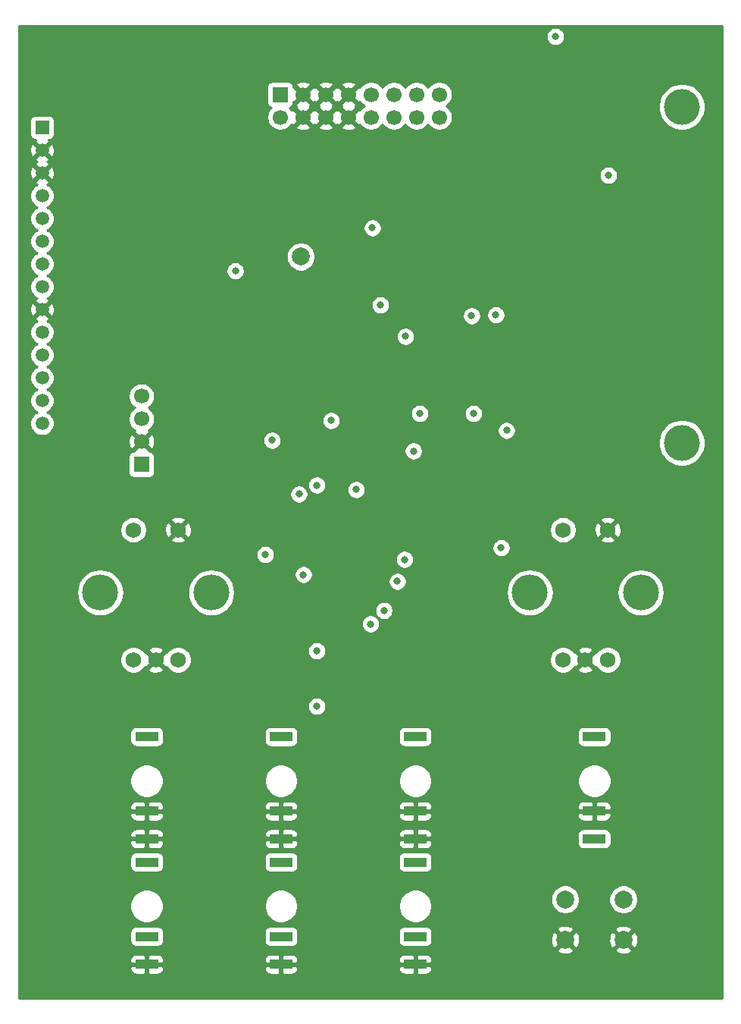
<source format=gbr>
G04 #@! TF.GenerationSoftware,KiCad,Pcbnew,(5.1.0)-1*
G04 #@! TF.CreationDate,2019-07-28T15:16:17+01:00*
G04 #@! TF.ProjectId,oscar,6f736361-722e-46b6-9963-61645f706362,rev?*
G04 #@! TF.SameCoordinates,Original*
G04 #@! TF.FileFunction,Copper,L2,Inr*
G04 #@! TF.FilePolarity,Positive*
%FSLAX46Y46*%
G04 Gerber Fmt 4.6, Leading zero omitted, Abs format (unit mm)*
G04 Created by KiCad (PCBNEW (5.1.0)-1) date 2019-07-28 15:16:17*
%MOMM*%
%LPD*%
G04 APERTURE LIST*
%ADD10C,4.000000*%
%ADD11C,1.500000*%
%ADD12R,1.500000X1.500000*%
%ADD13C,2.000000*%
%ADD14C,1.700000*%
%ADD15R,1.700000X1.700000*%
%ADD16R,2.500000X1.000000*%
%ADD17O,4.000000X4.000000*%
%ADD18C,1.750000*%
%ADD19C,0.800000*%
%ADD20C,0.254000*%
G04 APERTURE END LIST*
D10*
X194780000Y-59770000D03*
D11*
X123300000Y-95100000D03*
X123300000Y-92560000D03*
X123300000Y-90020000D03*
X123300000Y-87480000D03*
X123300000Y-84940000D03*
X123300000Y-82400000D03*
X123300000Y-79860000D03*
X123300000Y-77320000D03*
X123300000Y-74780000D03*
X123300000Y-72240000D03*
X123300000Y-69700000D03*
X123300000Y-67160000D03*
X123300000Y-64620000D03*
D12*
X123300000Y-62080000D03*
D10*
X194780000Y-97270000D03*
D13*
X152200000Y-76500000D03*
D14*
X134400000Y-92080000D03*
X134400000Y-94620000D03*
X134400000Y-97160000D03*
D15*
X134400000Y-99700000D03*
D16*
X135000000Y-141480000D03*
X135000000Y-138380000D03*
X135000000Y-130080000D03*
X150000000Y-141480000D03*
X150000000Y-138380000D03*
X150000000Y-130080000D03*
X165000000Y-141480000D03*
X165000000Y-138380000D03*
X165000000Y-130080000D03*
X135000000Y-144080000D03*
X135000000Y-152380000D03*
X135000000Y-155480000D03*
X150000000Y-144080000D03*
X150000000Y-152380000D03*
X150000000Y-155480000D03*
X165000000Y-144080000D03*
X165000000Y-152380000D03*
X165000000Y-155480000D03*
X185000000Y-130080000D03*
X185000000Y-138380000D03*
X185000000Y-141480000D03*
D15*
X149900000Y-58400000D03*
D14*
X149900000Y-60940000D03*
X152440000Y-58400000D03*
X152440000Y-60940000D03*
X154980000Y-58400000D03*
X154980000Y-60940000D03*
X157520000Y-58400000D03*
X157520000Y-60940000D03*
X160060000Y-58400000D03*
X160060000Y-60940000D03*
X162600000Y-58400000D03*
X162600000Y-60940000D03*
X165140000Y-60940000D03*
X165140000Y-58400000D03*
X167680000Y-58400000D03*
X167680000Y-60940000D03*
D17*
X129800000Y-114000000D03*
X142200000Y-114000000D03*
D18*
X133500000Y-107000000D03*
X138500000Y-107000000D03*
X136000000Y-121500000D03*
X138500000Y-121500000D03*
X133500000Y-121500000D03*
X181500000Y-121500000D03*
X186500000Y-121500000D03*
X184000000Y-121500000D03*
X186500000Y-107000000D03*
X181500000Y-107000000D03*
D17*
X190200000Y-114000000D03*
X177800000Y-114000000D03*
D13*
X188250000Y-148250000D03*
X188250000Y-152750000D03*
X181750000Y-148250000D03*
X181750000Y-152750000D03*
D19*
X149000000Y-97000000D03*
X144900000Y-78100000D03*
X163799154Y-110299154D03*
X160200000Y-73280000D03*
X161100000Y-81900000D03*
X148250000Y-109750000D03*
X164800000Y-98200000D03*
X173250000Y-89750000D03*
X167250000Y-97750000D03*
X148000000Y-99000000D03*
X157000000Y-94000000D03*
X159000000Y-105000000D03*
X150100000Y-71700000D03*
X145000000Y-82100000D03*
X151400000Y-109900000D03*
X143400000Y-107100000D03*
X155200000Y-117100000D03*
X159000000Y-99250000D03*
X153160000Y-69950000D03*
X176960000Y-67650000D03*
X194430000Y-72300000D03*
X189730000Y-59140000D03*
X188890000Y-53900000D03*
X158310000Y-83190000D03*
X165400000Y-91530000D03*
X172310000Y-99360000D03*
X167040000Y-102640000D03*
X166110000Y-110250000D03*
X150575000Y-74900000D03*
X150400000Y-77825000D03*
X174100000Y-93600000D03*
X178900000Y-94700000D03*
X177100000Y-82800000D03*
X149600000Y-112600000D03*
X165800000Y-125200000D03*
X167200000Y-117400000D03*
X155600000Y-94800000D03*
X163000000Y-112750000D03*
X154000000Y-126700000D03*
X186580000Y-67420000D03*
X171300000Y-83100000D03*
X154000000Y-120500000D03*
X174600000Y-109000000D03*
X180660000Y-51920000D03*
X171500000Y-94000000D03*
X165500000Y-94000000D03*
X152000000Y-103000000D03*
X154000000Y-102000000D03*
X160000000Y-117500000D03*
X161500000Y-116000000D03*
X158400000Y-102500000D03*
X175200000Y-95900000D03*
X174000000Y-83000000D03*
X152500000Y-112000000D03*
X163900000Y-85400000D03*
D20*
G36*
X199305001Y-159305000D02*
G01*
X120695000Y-159305000D01*
X120695000Y-155980000D01*
X133111928Y-155980000D01*
X133124188Y-156104482D01*
X133160498Y-156224180D01*
X133219463Y-156334494D01*
X133298815Y-156431185D01*
X133395506Y-156510537D01*
X133505820Y-156569502D01*
X133625518Y-156605812D01*
X133750000Y-156618072D01*
X134714250Y-156615000D01*
X134873000Y-156456250D01*
X134873000Y-155607000D01*
X135127000Y-155607000D01*
X135127000Y-156456250D01*
X135285750Y-156615000D01*
X136250000Y-156618072D01*
X136374482Y-156605812D01*
X136494180Y-156569502D01*
X136604494Y-156510537D01*
X136701185Y-156431185D01*
X136780537Y-156334494D01*
X136839502Y-156224180D01*
X136875812Y-156104482D01*
X136888072Y-155980000D01*
X148111928Y-155980000D01*
X148124188Y-156104482D01*
X148160498Y-156224180D01*
X148219463Y-156334494D01*
X148298815Y-156431185D01*
X148395506Y-156510537D01*
X148505820Y-156569502D01*
X148625518Y-156605812D01*
X148750000Y-156618072D01*
X149714250Y-156615000D01*
X149873000Y-156456250D01*
X149873000Y-155607000D01*
X150127000Y-155607000D01*
X150127000Y-156456250D01*
X150285750Y-156615000D01*
X151250000Y-156618072D01*
X151374482Y-156605812D01*
X151494180Y-156569502D01*
X151604494Y-156510537D01*
X151701185Y-156431185D01*
X151780537Y-156334494D01*
X151839502Y-156224180D01*
X151875812Y-156104482D01*
X151888072Y-155980000D01*
X163111928Y-155980000D01*
X163124188Y-156104482D01*
X163160498Y-156224180D01*
X163219463Y-156334494D01*
X163298815Y-156431185D01*
X163395506Y-156510537D01*
X163505820Y-156569502D01*
X163625518Y-156605812D01*
X163750000Y-156618072D01*
X164714250Y-156615000D01*
X164873000Y-156456250D01*
X164873000Y-155607000D01*
X165127000Y-155607000D01*
X165127000Y-156456250D01*
X165285750Y-156615000D01*
X166250000Y-156618072D01*
X166374482Y-156605812D01*
X166494180Y-156569502D01*
X166604494Y-156510537D01*
X166701185Y-156431185D01*
X166780537Y-156334494D01*
X166839502Y-156224180D01*
X166875812Y-156104482D01*
X166888072Y-155980000D01*
X166885000Y-155765750D01*
X166726250Y-155607000D01*
X165127000Y-155607000D01*
X164873000Y-155607000D01*
X163273750Y-155607000D01*
X163115000Y-155765750D01*
X163111928Y-155980000D01*
X151888072Y-155980000D01*
X151885000Y-155765750D01*
X151726250Y-155607000D01*
X150127000Y-155607000D01*
X149873000Y-155607000D01*
X148273750Y-155607000D01*
X148115000Y-155765750D01*
X148111928Y-155980000D01*
X136888072Y-155980000D01*
X136885000Y-155765750D01*
X136726250Y-155607000D01*
X135127000Y-155607000D01*
X134873000Y-155607000D01*
X133273750Y-155607000D01*
X133115000Y-155765750D01*
X133111928Y-155980000D01*
X120695000Y-155980000D01*
X120695000Y-154980000D01*
X133111928Y-154980000D01*
X133115000Y-155194250D01*
X133273750Y-155353000D01*
X134873000Y-155353000D01*
X134873000Y-154503750D01*
X135127000Y-154503750D01*
X135127000Y-155353000D01*
X136726250Y-155353000D01*
X136885000Y-155194250D01*
X136888072Y-154980000D01*
X148111928Y-154980000D01*
X148115000Y-155194250D01*
X148273750Y-155353000D01*
X149873000Y-155353000D01*
X149873000Y-154503750D01*
X150127000Y-154503750D01*
X150127000Y-155353000D01*
X151726250Y-155353000D01*
X151885000Y-155194250D01*
X151888072Y-154980000D01*
X163111928Y-154980000D01*
X163115000Y-155194250D01*
X163273750Y-155353000D01*
X164873000Y-155353000D01*
X164873000Y-154503750D01*
X165127000Y-154503750D01*
X165127000Y-155353000D01*
X166726250Y-155353000D01*
X166885000Y-155194250D01*
X166888072Y-154980000D01*
X166875812Y-154855518D01*
X166839502Y-154735820D01*
X166780537Y-154625506D01*
X166701185Y-154528815D01*
X166604494Y-154449463D01*
X166494180Y-154390498D01*
X166374482Y-154354188D01*
X166250000Y-154341928D01*
X165285750Y-154345000D01*
X165127000Y-154503750D01*
X164873000Y-154503750D01*
X164714250Y-154345000D01*
X163750000Y-154341928D01*
X163625518Y-154354188D01*
X163505820Y-154390498D01*
X163395506Y-154449463D01*
X163298815Y-154528815D01*
X163219463Y-154625506D01*
X163160498Y-154735820D01*
X163124188Y-154855518D01*
X163111928Y-154980000D01*
X151888072Y-154980000D01*
X151875812Y-154855518D01*
X151839502Y-154735820D01*
X151780537Y-154625506D01*
X151701185Y-154528815D01*
X151604494Y-154449463D01*
X151494180Y-154390498D01*
X151374482Y-154354188D01*
X151250000Y-154341928D01*
X150285750Y-154345000D01*
X150127000Y-154503750D01*
X149873000Y-154503750D01*
X149714250Y-154345000D01*
X148750000Y-154341928D01*
X148625518Y-154354188D01*
X148505820Y-154390498D01*
X148395506Y-154449463D01*
X148298815Y-154528815D01*
X148219463Y-154625506D01*
X148160498Y-154735820D01*
X148124188Y-154855518D01*
X148111928Y-154980000D01*
X136888072Y-154980000D01*
X136875812Y-154855518D01*
X136839502Y-154735820D01*
X136780537Y-154625506D01*
X136701185Y-154528815D01*
X136604494Y-154449463D01*
X136494180Y-154390498D01*
X136374482Y-154354188D01*
X136250000Y-154341928D01*
X135285750Y-154345000D01*
X135127000Y-154503750D01*
X134873000Y-154503750D01*
X134714250Y-154345000D01*
X133750000Y-154341928D01*
X133625518Y-154354188D01*
X133505820Y-154390498D01*
X133395506Y-154449463D01*
X133298815Y-154528815D01*
X133219463Y-154625506D01*
X133160498Y-154735820D01*
X133124188Y-154855518D01*
X133111928Y-154980000D01*
X120695000Y-154980000D01*
X120695000Y-153885413D01*
X180794192Y-153885413D01*
X180889956Y-154149814D01*
X181179571Y-154290704D01*
X181491108Y-154372384D01*
X181812595Y-154391718D01*
X182131675Y-154347961D01*
X182436088Y-154242795D01*
X182610044Y-154149814D01*
X182705808Y-153885413D01*
X187294192Y-153885413D01*
X187389956Y-154149814D01*
X187679571Y-154290704D01*
X187991108Y-154372384D01*
X188312595Y-154391718D01*
X188631675Y-154347961D01*
X188936088Y-154242795D01*
X189110044Y-154149814D01*
X189205808Y-153885413D01*
X188250000Y-152929605D01*
X187294192Y-153885413D01*
X182705808Y-153885413D01*
X181750000Y-152929605D01*
X180794192Y-153885413D01*
X120695000Y-153885413D01*
X120695000Y-151880000D01*
X133111928Y-151880000D01*
X133111928Y-152880000D01*
X133124188Y-153004482D01*
X133160498Y-153124180D01*
X133219463Y-153234494D01*
X133298815Y-153331185D01*
X133395506Y-153410537D01*
X133505820Y-153469502D01*
X133625518Y-153505812D01*
X133750000Y-153518072D01*
X136250000Y-153518072D01*
X136374482Y-153505812D01*
X136494180Y-153469502D01*
X136604494Y-153410537D01*
X136701185Y-153331185D01*
X136780537Y-153234494D01*
X136839502Y-153124180D01*
X136875812Y-153004482D01*
X136888072Y-152880000D01*
X136888072Y-151880000D01*
X148111928Y-151880000D01*
X148111928Y-152880000D01*
X148124188Y-153004482D01*
X148160498Y-153124180D01*
X148219463Y-153234494D01*
X148298815Y-153331185D01*
X148395506Y-153410537D01*
X148505820Y-153469502D01*
X148625518Y-153505812D01*
X148750000Y-153518072D01*
X151250000Y-153518072D01*
X151374482Y-153505812D01*
X151494180Y-153469502D01*
X151604494Y-153410537D01*
X151701185Y-153331185D01*
X151780537Y-153234494D01*
X151839502Y-153124180D01*
X151875812Y-153004482D01*
X151888072Y-152880000D01*
X151888072Y-151880000D01*
X163111928Y-151880000D01*
X163111928Y-152880000D01*
X163124188Y-153004482D01*
X163160498Y-153124180D01*
X163219463Y-153234494D01*
X163298815Y-153331185D01*
X163395506Y-153410537D01*
X163505820Y-153469502D01*
X163625518Y-153505812D01*
X163750000Y-153518072D01*
X166250000Y-153518072D01*
X166374482Y-153505812D01*
X166494180Y-153469502D01*
X166604494Y-153410537D01*
X166701185Y-153331185D01*
X166780537Y-153234494D01*
X166839502Y-153124180D01*
X166875812Y-153004482D01*
X166888072Y-152880000D01*
X166888072Y-152812595D01*
X180108282Y-152812595D01*
X180152039Y-153131675D01*
X180257205Y-153436088D01*
X180350186Y-153610044D01*
X180614587Y-153705808D01*
X181570395Y-152750000D01*
X181929605Y-152750000D01*
X182885413Y-153705808D01*
X183149814Y-153610044D01*
X183290704Y-153320429D01*
X183372384Y-153008892D01*
X183384189Y-152812595D01*
X186608282Y-152812595D01*
X186652039Y-153131675D01*
X186757205Y-153436088D01*
X186850186Y-153610044D01*
X187114587Y-153705808D01*
X188070395Y-152750000D01*
X188429605Y-152750000D01*
X189385413Y-153705808D01*
X189649814Y-153610044D01*
X189790704Y-153320429D01*
X189872384Y-153008892D01*
X189891718Y-152687405D01*
X189847961Y-152368325D01*
X189742795Y-152063912D01*
X189649814Y-151889956D01*
X189385413Y-151794192D01*
X188429605Y-152750000D01*
X188070395Y-152750000D01*
X187114587Y-151794192D01*
X186850186Y-151889956D01*
X186709296Y-152179571D01*
X186627616Y-152491108D01*
X186608282Y-152812595D01*
X183384189Y-152812595D01*
X183391718Y-152687405D01*
X183347961Y-152368325D01*
X183242795Y-152063912D01*
X183149814Y-151889956D01*
X182885413Y-151794192D01*
X181929605Y-152750000D01*
X181570395Y-152750000D01*
X180614587Y-151794192D01*
X180350186Y-151889956D01*
X180209296Y-152179571D01*
X180127616Y-152491108D01*
X180108282Y-152812595D01*
X166888072Y-152812595D01*
X166888072Y-151880000D01*
X166875812Y-151755518D01*
X166839502Y-151635820D01*
X166828153Y-151614587D01*
X180794192Y-151614587D01*
X181750000Y-152570395D01*
X182705808Y-151614587D01*
X187294192Y-151614587D01*
X188250000Y-152570395D01*
X189205808Y-151614587D01*
X189110044Y-151350186D01*
X188820429Y-151209296D01*
X188508892Y-151127616D01*
X188187405Y-151108282D01*
X187868325Y-151152039D01*
X187563912Y-151257205D01*
X187389956Y-151350186D01*
X187294192Y-151614587D01*
X182705808Y-151614587D01*
X182610044Y-151350186D01*
X182320429Y-151209296D01*
X182008892Y-151127616D01*
X181687405Y-151108282D01*
X181368325Y-151152039D01*
X181063912Y-151257205D01*
X180889956Y-151350186D01*
X180794192Y-151614587D01*
X166828153Y-151614587D01*
X166780537Y-151525506D01*
X166701185Y-151428815D01*
X166604494Y-151349463D01*
X166494180Y-151290498D01*
X166374482Y-151254188D01*
X166250000Y-151241928D01*
X163750000Y-151241928D01*
X163625518Y-151254188D01*
X163505820Y-151290498D01*
X163395506Y-151349463D01*
X163298815Y-151428815D01*
X163219463Y-151525506D01*
X163160498Y-151635820D01*
X163124188Y-151755518D01*
X163111928Y-151880000D01*
X151888072Y-151880000D01*
X151875812Y-151755518D01*
X151839502Y-151635820D01*
X151780537Y-151525506D01*
X151701185Y-151428815D01*
X151604494Y-151349463D01*
X151494180Y-151290498D01*
X151374482Y-151254188D01*
X151250000Y-151241928D01*
X148750000Y-151241928D01*
X148625518Y-151254188D01*
X148505820Y-151290498D01*
X148395506Y-151349463D01*
X148298815Y-151428815D01*
X148219463Y-151525506D01*
X148160498Y-151635820D01*
X148124188Y-151755518D01*
X148111928Y-151880000D01*
X136888072Y-151880000D01*
X136875812Y-151755518D01*
X136839502Y-151635820D01*
X136780537Y-151525506D01*
X136701185Y-151428815D01*
X136604494Y-151349463D01*
X136494180Y-151290498D01*
X136374482Y-151254188D01*
X136250000Y-151241928D01*
X133750000Y-151241928D01*
X133625518Y-151254188D01*
X133505820Y-151290498D01*
X133395506Y-151349463D01*
X133298815Y-151428815D01*
X133219463Y-151525506D01*
X133160498Y-151635820D01*
X133124188Y-151755518D01*
X133111928Y-151880000D01*
X120695000Y-151880000D01*
X120695000Y-148814344D01*
X133115000Y-148814344D01*
X133115000Y-149185656D01*
X133187439Y-149549834D01*
X133329534Y-149892882D01*
X133535825Y-150201618D01*
X133798382Y-150464175D01*
X134107118Y-150670466D01*
X134450166Y-150812561D01*
X134814344Y-150885000D01*
X135185656Y-150885000D01*
X135549834Y-150812561D01*
X135892882Y-150670466D01*
X136201618Y-150464175D01*
X136464175Y-150201618D01*
X136670466Y-149892882D01*
X136812561Y-149549834D01*
X136885000Y-149185656D01*
X136885000Y-148814344D01*
X148115000Y-148814344D01*
X148115000Y-149185656D01*
X148187439Y-149549834D01*
X148329534Y-149892882D01*
X148535825Y-150201618D01*
X148798382Y-150464175D01*
X149107118Y-150670466D01*
X149450166Y-150812561D01*
X149814344Y-150885000D01*
X150185656Y-150885000D01*
X150549834Y-150812561D01*
X150892882Y-150670466D01*
X151201618Y-150464175D01*
X151464175Y-150201618D01*
X151670466Y-149892882D01*
X151812561Y-149549834D01*
X151885000Y-149185656D01*
X151885000Y-148814344D01*
X163115000Y-148814344D01*
X163115000Y-149185656D01*
X163187439Y-149549834D01*
X163329534Y-149892882D01*
X163535825Y-150201618D01*
X163798382Y-150464175D01*
X164107118Y-150670466D01*
X164450166Y-150812561D01*
X164814344Y-150885000D01*
X165185656Y-150885000D01*
X165549834Y-150812561D01*
X165892882Y-150670466D01*
X166201618Y-150464175D01*
X166464175Y-150201618D01*
X166670466Y-149892882D01*
X166812561Y-149549834D01*
X166885000Y-149185656D01*
X166885000Y-148814344D01*
X166812561Y-148450166D01*
X166670466Y-148107118D01*
X166658338Y-148088967D01*
X180115000Y-148088967D01*
X180115000Y-148411033D01*
X180177832Y-148726912D01*
X180301082Y-149024463D01*
X180480013Y-149292252D01*
X180707748Y-149519987D01*
X180975537Y-149698918D01*
X181273088Y-149822168D01*
X181588967Y-149885000D01*
X181911033Y-149885000D01*
X182226912Y-149822168D01*
X182524463Y-149698918D01*
X182792252Y-149519987D01*
X183019987Y-149292252D01*
X183198918Y-149024463D01*
X183322168Y-148726912D01*
X183385000Y-148411033D01*
X183385000Y-148088967D01*
X186615000Y-148088967D01*
X186615000Y-148411033D01*
X186677832Y-148726912D01*
X186801082Y-149024463D01*
X186980013Y-149292252D01*
X187207748Y-149519987D01*
X187475537Y-149698918D01*
X187773088Y-149822168D01*
X188088967Y-149885000D01*
X188411033Y-149885000D01*
X188726912Y-149822168D01*
X189024463Y-149698918D01*
X189292252Y-149519987D01*
X189519987Y-149292252D01*
X189698918Y-149024463D01*
X189822168Y-148726912D01*
X189885000Y-148411033D01*
X189885000Y-148088967D01*
X189822168Y-147773088D01*
X189698918Y-147475537D01*
X189519987Y-147207748D01*
X189292252Y-146980013D01*
X189024463Y-146801082D01*
X188726912Y-146677832D01*
X188411033Y-146615000D01*
X188088967Y-146615000D01*
X187773088Y-146677832D01*
X187475537Y-146801082D01*
X187207748Y-146980013D01*
X186980013Y-147207748D01*
X186801082Y-147475537D01*
X186677832Y-147773088D01*
X186615000Y-148088967D01*
X183385000Y-148088967D01*
X183322168Y-147773088D01*
X183198918Y-147475537D01*
X183019987Y-147207748D01*
X182792252Y-146980013D01*
X182524463Y-146801082D01*
X182226912Y-146677832D01*
X181911033Y-146615000D01*
X181588967Y-146615000D01*
X181273088Y-146677832D01*
X180975537Y-146801082D01*
X180707748Y-146980013D01*
X180480013Y-147207748D01*
X180301082Y-147475537D01*
X180177832Y-147773088D01*
X180115000Y-148088967D01*
X166658338Y-148088967D01*
X166464175Y-147798382D01*
X166201618Y-147535825D01*
X165892882Y-147329534D01*
X165549834Y-147187439D01*
X165185656Y-147115000D01*
X164814344Y-147115000D01*
X164450166Y-147187439D01*
X164107118Y-147329534D01*
X163798382Y-147535825D01*
X163535825Y-147798382D01*
X163329534Y-148107118D01*
X163187439Y-148450166D01*
X163115000Y-148814344D01*
X151885000Y-148814344D01*
X151812561Y-148450166D01*
X151670466Y-148107118D01*
X151464175Y-147798382D01*
X151201618Y-147535825D01*
X150892882Y-147329534D01*
X150549834Y-147187439D01*
X150185656Y-147115000D01*
X149814344Y-147115000D01*
X149450166Y-147187439D01*
X149107118Y-147329534D01*
X148798382Y-147535825D01*
X148535825Y-147798382D01*
X148329534Y-148107118D01*
X148187439Y-148450166D01*
X148115000Y-148814344D01*
X136885000Y-148814344D01*
X136812561Y-148450166D01*
X136670466Y-148107118D01*
X136464175Y-147798382D01*
X136201618Y-147535825D01*
X135892882Y-147329534D01*
X135549834Y-147187439D01*
X135185656Y-147115000D01*
X134814344Y-147115000D01*
X134450166Y-147187439D01*
X134107118Y-147329534D01*
X133798382Y-147535825D01*
X133535825Y-147798382D01*
X133329534Y-148107118D01*
X133187439Y-148450166D01*
X133115000Y-148814344D01*
X120695000Y-148814344D01*
X120695000Y-143580000D01*
X133111928Y-143580000D01*
X133111928Y-144580000D01*
X133124188Y-144704482D01*
X133160498Y-144824180D01*
X133219463Y-144934494D01*
X133298815Y-145031185D01*
X133395506Y-145110537D01*
X133505820Y-145169502D01*
X133625518Y-145205812D01*
X133750000Y-145218072D01*
X136250000Y-145218072D01*
X136374482Y-145205812D01*
X136494180Y-145169502D01*
X136604494Y-145110537D01*
X136701185Y-145031185D01*
X136780537Y-144934494D01*
X136839502Y-144824180D01*
X136875812Y-144704482D01*
X136888072Y-144580000D01*
X136888072Y-143580000D01*
X148111928Y-143580000D01*
X148111928Y-144580000D01*
X148124188Y-144704482D01*
X148160498Y-144824180D01*
X148219463Y-144934494D01*
X148298815Y-145031185D01*
X148395506Y-145110537D01*
X148505820Y-145169502D01*
X148625518Y-145205812D01*
X148750000Y-145218072D01*
X151250000Y-145218072D01*
X151374482Y-145205812D01*
X151494180Y-145169502D01*
X151604494Y-145110537D01*
X151701185Y-145031185D01*
X151780537Y-144934494D01*
X151839502Y-144824180D01*
X151875812Y-144704482D01*
X151888072Y-144580000D01*
X151888072Y-143580000D01*
X163111928Y-143580000D01*
X163111928Y-144580000D01*
X163124188Y-144704482D01*
X163160498Y-144824180D01*
X163219463Y-144934494D01*
X163298815Y-145031185D01*
X163395506Y-145110537D01*
X163505820Y-145169502D01*
X163625518Y-145205812D01*
X163750000Y-145218072D01*
X166250000Y-145218072D01*
X166374482Y-145205812D01*
X166494180Y-145169502D01*
X166604494Y-145110537D01*
X166701185Y-145031185D01*
X166780537Y-144934494D01*
X166839502Y-144824180D01*
X166875812Y-144704482D01*
X166888072Y-144580000D01*
X166888072Y-143580000D01*
X166875812Y-143455518D01*
X166839502Y-143335820D01*
X166780537Y-143225506D01*
X166701185Y-143128815D01*
X166604494Y-143049463D01*
X166494180Y-142990498D01*
X166374482Y-142954188D01*
X166250000Y-142941928D01*
X163750000Y-142941928D01*
X163625518Y-142954188D01*
X163505820Y-142990498D01*
X163395506Y-143049463D01*
X163298815Y-143128815D01*
X163219463Y-143225506D01*
X163160498Y-143335820D01*
X163124188Y-143455518D01*
X163111928Y-143580000D01*
X151888072Y-143580000D01*
X151875812Y-143455518D01*
X151839502Y-143335820D01*
X151780537Y-143225506D01*
X151701185Y-143128815D01*
X151604494Y-143049463D01*
X151494180Y-142990498D01*
X151374482Y-142954188D01*
X151250000Y-142941928D01*
X148750000Y-142941928D01*
X148625518Y-142954188D01*
X148505820Y-142990498D01*
X148395506Y-143049463D01*
X148298815Y-143128815D01*
X148219463Y-143225506D01*
X148160498Y-143335820D01*
X148124188Y-143455518D01*
X148111928Y-143580000D01*
X136888072Y-143580000D01*
X136875812Y-143455518D01*
X136839502Y-143335820D01*
X136780537Y-143225506D01*
X136701185Y-143128815D01*
X136604494Y-143049463D01*
X136494180Y-142990498D01*
X136374482Y-142954188D01*
X136250000Y-142941928D01*
X133750000Y-142941928D01*
X133625518Y-142954188D01*
X133505820Y-142990498D01*
X133395506Y-143049463D01*
X133298815Y-143128815D01*
X133219463Y-143225506D01*
X133160498Y-143335820D01*
X133124188Y-143455518D01*
X133111928Y-143580000D01*
X120695000Y-143580000D01*
X120695000Y-141980000D01*
X133111928Y-141980000D01*
X133124188Y-142104482D01*
X133160498Y-142224180D01*
X133219463Y-142334494D01*
X133298815Y-142431185D01*
X133395506Y-142510537D01*
X133505820Y-142569502D01*
X133625518Y-142605812D01*
X133750000Y-142618072D01*
X134714250Y-142615000D01*
X134873000Y-142456250D01*
X134873000Y-141607000D01*
X135127000Y-141607000D01*
X135127000Y-142456250D01*
X135285750Y-142615000D01*
X136250000Y-142618072D01*
X136374482Y-142605812D01*
X136494180Y-142569502D01*
X136604494Y-142510537D01*
X136701185Y-142431185D01*
X136780537Y-142334494D01*
X136839502Y-142224180D01*
X136875812Y-142104482D01*
X136888072Y-141980000D01*
X148111928Y-141980000D01*
X148124188Y-142104482D01*
X148160498Y-142224180D01*
X148219463Y-142334494D01*
X148298815Y-142431185D01*
X148395506Y-142510537D01*
X148505820Y-142569502D01*
X148625518Y-142605812D01*
X148750000Y-142618072D01*
X149714250Y-142615000D01*
X149873000Y-142456250D01*
X149873000Y-141607000D01*
X150127000Y-141607000D01*
X150127000Y-142456250D01*
X150285750Y-142615000D01*
X151250000Y-142618072D01*
X151374482Y-142605812D01*
X151494180Y-142569502D01*
X151604494Y-142510537D01*
X151701185Y-142431185D01*
X151780537Y-142334494D01*
X151839502Y-142224180D01*
X151875812Y-142104482D01*
X151888072Y-141980000D01*
X163111928Y-141980000D01*
X163124188Y-142104482D01*
X163160498Y-142224180D01*
X163219463Y-142334494D01*
X163298815Y-142431185D01*
X163395506Y-142510537D01*
X163505820Y-142569502D01*
X163625518Y-142605812D01*
X163750000Y-142618072D01*
X164714250Y-142615000D01*
X164873000Y-142456250D01*
X164873000Y-141607000D01*
X165127000Y-141607000D01*
X165127000Y-142456250D01*
X165285750Y-142615000D01*
X166250000Y-142618072D01*
X166374482Y-142605812D01*
X166494180Y-142569502D01*
X166604494Y-142510537D01*
X166701185Y-142431185D01*
X166780537Y-142334494D01*
X166839502Y-142224180D01*
X166875812Y-142104482D01*
X166888072Y-141980000D01*
X166885000Y-141765750D01*
X166726250Y-141607000D01*
X165127000Y-141607000D01*
X164873000Y-141607000D01*
X163273750Y-141607000D01*
X163115000Y-141765750D01*
X163111928Y-141980000D01*
X151888072Y-141980000D01*
X151885000Y-141765750D01*
X151726250Y-141607000D01*
X150127000Y-141607000D01*
X149873000Y-141607000D01*
X148273750Y-141607000D01*
X148115000Y-141765750D01*
X148111928Y-141980000D01*
X136888072Y-141980000D01*
X136885000Y-141765750D01*
X136726250Y-141607000D01*
X135127000Y-141607000D01*
X134873000Y-141607000D01*
X133273750Y-141607000D01*
X133115000Y-141765750D01*
X133111928Y-141980000D01*
X120695000Y-141980000D01*
X120695000Y-140980000D01*
X133111928Y-140980000D01*
X133115000Y-141194250D01*
X133273750Y-141353000D01*
X134873000Y-141353000D01*
X134873000Y-140503750D01*
X135127000Y-140503750D01*
X135127000Y-141353000D01*
X136726250Y-141353000D01*
X136885000Y-141194250D01*
X136888072Y-140980000D01*
X148111928Y-140980000D01*
X148115000Y-141194250D01*
X148273750Y-141353000D01*
X149873000Y-141353000D01*
X149873000Y-140503750D01*
X150127000Y-140503750D01*
X150127000Y-141353000D01*
X151726250Y-141353000D01*
X151885000Y-141194250D01*
X151888072Y-140980000D01*
X163111928Y-140980000D01*
X163115000Y-141194250D01*
X163273750Y-141353000D01*
X164873000Y-141353000D01*
X164873000Y-140503750D01*
X165127000Y-140503750D01*
X165127000Y-141353000D01*
X166726250Y-141353000D01*
X166885000Y-141194250D01*
X166888072Y-140980000D01*
X183111928Y-140980000D01*
X183111928Y-141980000D01*
X183124188Y-142104482D01*
X183160498Y-142224180D01*
X183219463Y-142334494D01*
X183298815Y-142431185D01*
X183395506Y-142510537D01*
X183505820Y-142569502D01*
X183625518Y-142605812D01*
X183750000Y-142618072D01*
X186250000Y-142618072D01*
X186374482Y-142605812D01*
X186494180Y-142569502D01*
X186604494Y-142510537D01*
X186701185Y-142431185D01*
X186780537Y-142334494D01*
X186839502Y-142224180D01*
X186875812Y-142104482D01*
X186888072Y-141980000D01*
X186888072Y-140980000D01*
X186875812Y-140855518D01*
X186839502Y-140735820D01*
X186780537Y-140625506D01*
X186701185Y-140528815D01*
X186604494Y-140449463D01*
X186494180Y-140390498D01*
X186374482Y-140354188D01*
X186250000Y-140341928D01*
X183750000Y-140341928D01*
X183625518Y-140354188D01*
X183505820Y-140390498D01*
X183395506Y-140449463D01*
X183298815Y-140528815D01*
X183219463Y-140625506D01*
X183160498Y-140735820D01*
X183124188Y-140855518D01*
X183111928Y-140980000D01*
X166888072Y-140980000D01*
X166875812Y-140855518D01*
X166839502Y-140735820D01*
X166780537Y-140625506D01*
X166701185Y-140528815D01*
X166604494Y-140449463D01*
X166494180Y-140390498D01*
X166374482Y-140354188D01*
X166250000Y-140341928D01*
X165285750Y-140345000D01*
X165127000Y-140503750D01*
X164873000Y-140503750D01*
X164714250Y-140345000D01*
X163750000Y-140341928D01*
X163625518Y-140354188D01*
X163505820Y-140390498D01*
X163395506Y-140449463D01*
X163298815Y-140528815D01*
X163219463Y-140625506D01*
X163160498Y-140735820D01*
X163124188Y-140855518D01*
X163111928Y-140980000D01*
X151888072Y-140980000D01*
X151875812Y-140855518D01*
X151839502Y-140735820D01*
X151780537Y-140625506D01*
X151701185Y-140528815D01*
X151604494Y-140449463D01*
X151494180Y-140390498D01*
X151374482Y-140354188D01*
X151250000Y-140341928D01*
X150285750Y-140345000D01*
X150127000Y-140503750D01*
X149873000Y-140503750D01*
X149714250Y-140345000D01*
X148750000Y-140341928D01*
X148625518Y-140354188D01*
X148505820Y-140390498D01*
X148395506Y-140449463D01*
X148298815Y-140528815D01*
X148219463Y-140625506D01*
X148160498Y-140735820D01*
X148124188Y-140855518D01*
X148111928Y-140980000D01*
X136888072Y-140980000D01*
X136875812Y-140855518D01*
X136839502Y-140735820D01*
X136780537Y-140625506D01*
X136701185Y-140528815D01*
X136604494Y-140449463D01*
X136494180Y-140390498D01*
X136374482Y-140354188D01*
X136250000Y-140341928D01*
X135285750Y-140345000D01*
X135127000Y-140503750D01*
X134873000Y-140503750D01*
X134714250Y-140345000D01*
X133750000Y-140341928D01*
X133625518Y-140354188D01*
X133505820Y-140390498D01*
X133395506Y-140449463D01*
X133298815Y-140528815D01*
X133219463Y-140625506D01*
X133160498Y-140735820D01*
X133124188Y-140855518D01*
X133111928Y-140980000D01*
X120695000Y-140980000D01*
X120695000Y-138880000D01*
X133111928Y-138880000D01*
X133124188Y-139004482D01*
X133160498Y-139124180D01*
X133219463Y-139234494D01*
X133298815Y-139331185D01*
X133395506Y-139410537D01*
X133505820Y-139469502D01*
X133625518Y-139505812D01*
X133750000Y-139518072D01*
X134714250Y-139515000D01*
X134873000Y-139356250D01*
X134873000Y-138507000D01*
X135127000Y-138507000D01*
X135127000Y-139356250D01*
X135285750Y-139515000D01*
X136250000Y-139518072D01*
X136374482Y-139505812D01*
X136494180Y-139469502D01*
X136604494Y-139410537D01*
X136701185Y-139331185D01*
X136780537Y-139234494D01*
X136839502Y-139124180D01*
X136875812Y-139004482D01*
X136888072Y-138880000D01*
X148111928Y-138880000D01*
X148124188Y-139004482D01*
X148160498Y-139124180D01*
X148219463Y-139234494D01*
X148298815Y-139331185D01*
X148395506Y-139410537D01*
X148505820Y-139469502D01*
X148625518Y-139505812D01*
X148750000Y-139518072D01*
X149714250Y-139515000D01*
X149873000Y-139356250D01*
X149873000Y-138507000D01*
X150127000Y-138507000D01*
X150127000Y-139356250D01*
X150285750Y-139515000D01*
X151250000Y-139518072D01*
X151374482Y-139505812D01*
X151494180Y-139469502D01*
X151604494Y-139410537D01*
X151701185Y-139331185D01*
X151780537Y-139234494D01*
X151839502Y-139124180D01*
X151875812Y-139004482D01*
X151888072Y-138880000D01*
X163111928Y-138880000D01*
X163124188Y-139004482D01*
X163160498Y-139124180D01*
X163219463Y-139234494D01*
X163298815Y-139331185D01*
X163395506Y-139410537D01*
X163505820Y-139469502D01*
X163625518Y-139505812D01*
X163750000Y-139518072D01*
X164714250Y-139515000D01*
X164873000Y-139356250D01*
X164873000Y-138507000D01*
X165127000Y-138507000D01*
X165127000Y-139356250D01*
X165285750Y-139515000D01*
X166250000Y-139518072D01*
X166374482Y-139505812D01*
X166494180Y-139469502D01*
X166604494Y-139410537D01*
X166701185Y-139331185D01*
X166780537Y-139234494D01*
X166839502Y-139124180D01*
X166875812Y-139004482D01*
X166888072Y-138880000D01*
X183111928Y-138880000D01*
X183124188Y-139004482D01*
X183160498Y-139124180D01*
X183219463Y-139234494D01*
X183298815Y-139331185D01*
X183395506Y-139410537D01*
X183505820Y-139469502D01*
X183625518Y-139505812D01*
X183750000Y-139518072D01*
X184714250Y-139515000D01*
X184873000Y-139356250D01*
X184873000Y-138507000D01*
X185127000Y-138507000D01*
X185127000Y-139356250D01*
X185285750Y-139515000D01*
X186250000Y-139518072D01*
X186374482Y-139505812D01*
X186494180Y-139469502D01*
X186604494Y-139410537D01*
X186701185Y-139331185D01*
X186780537Y-139234494D01*
X186839502Y-139124180D01*
X186875812Y-139004482D01*
X186888072Y-138880000D01*
X186885000Y-138665750D01*
X186726250Y-138507000D01*
X185127000Y-138507000D01*
X184873000Y-138507000D01*
X183273750Y-138507000D01*
X183115000Y-138665750D01*
X183111928Y-138880000D01*
X166888072Y-138880000D01*
X166885000Y-138665750D01*
X166726250Y-138507000D01*
X165127000Y-138507000D01*
X164873000Y-138507000D01*
X163273750Y-138507000D01*
X163115000Y-138665750D01*
X163111928Y-138880000D01*
X151888072Y-138880000D01*
X151885000Y-138665750D01*
X151726250Y-138507000D01*
X150127000Y-138507000D01*
X149873000Y-138507000D01*
X148273750Y-138507000D01*
X148115000Y-138665750D01*
X148111928Y-138880000D01*
X136888072Y-138880000D01*
X136885000Y-138665750D01*
X136726250Y-138507000D01*
X135127000Y-138507000D01*
X134873000Y-138507000D01*
X133273750Y-138507000D01*
X133115000Y-138665750D01*
X133111928Y-138880000D01*
X120695000Y-138880000D01*
X120695000Y-137880000D01*
X133111928Y-137880000D01*
X133115000Y-138094250D01*
X133273750Y-138253000D01*
X134873000Y-138253000D01*
X134873000Y-137403750D01*
X135127000Y-137403750D01*
X135127000Y-138253000D01*
X136726250Y-138253000D01*
X136885000Y-138094250D01*
X136888072Y-137880000D01*
X148111928Y-137880000D01*
X148115000Y-138094250D01*
X148273750Y-138253000D01*
X149873000Y-138253000D01*
X149873000Y-137403750D01*
X150127000Y-137403750D01*
X150127000Y-138253000D01*
X151726250Y-138253000D01*
X151885000Y-138094250D01*
X151888072Y-137880000D01*
X163111928Y-137880000D01*
X163115000Y-138094250D01*
X163273750Y-138253000D01*
X164873000Y-138253000D01*
X164873000Y-137403750D01*
X165127000Y-137403750D01*
X165127000Y-138253000D01*
X166726250Y-138253000D01*
X166885000Y-138094250D01*
X166888072Y-137880000D01*
X183111928Y-137880000D01*
X183115000Y-138094250D01*
X183273750Y-138253000D01*
X184873000Y-138253000D01*
X184873000Y-137403750D01*
X185127000Y-137403750D01*
X185127000Y-138253000D01*
X186726250Y-138253000D01*
X186885000Y-138094250D01*
X186888072Y-137880000D01*
X186875812Y-137755518D01*
X186839502Y-137635820D01*
X186780537Y-137525506D01*
X186701185Y-137428815D01*
X186604494Y-137349463D01*
X186494180Y-137290498D01*
X186374482Y-137254188D01*
X186250000Y-137241928D01*
X185285750Y-137245000D01*
X185127000Y-137403750D01*
X184873000Y-137403750D01*
X184714250Y-137245000D01*
X183750000Y-137241928D01*
X183625518Y-137254188D01*
X183505820Y-137290498D01*
X183395506Y-137349463D01*
X183298815Y-137428815D01*
X183219463Y-137525506D01*
X183160498Y-137635820D01*
X183124188Y-137755518D01*
X183111928Y-137880000D01*
X166888072Y-137880000D01*
X166875812Y-137755518D01*
X166839502Y-137635820D01*
X166780537Y-137525506D01*
X166701185Y-137428815D01*
X166604494Y-137349463D01*
X166494180Y-137290498D01*
X166374482Y-137254188D01*
X166250000Y-137241928D01*
X165285750Y-137245000D01*
X165127000Y-137403750D01*
X164873000Y-137403750D01*
X164714250Y-137245000D01*
X163750000Y-137241928D01*
X163625518Y-137254188D01*
X163505820Y-137290498D01*
X163395506Y-137349463D01*
X163298815Y-137428815D01*
X163219463Y-137525506D01*
X163160498Y-137635820D01*
X163124188Y-137755518D01*
X163111928Y-137880000D01*
X151888072Y-137880000D01*
X151875812Y-137755518D01*
X151839502Y-137635820D01*
X151780537Y-137525506D01*
X151701185Y-137428815D01*
X151604494Y-137349463D01*
X151494180Y-137290498D01*
X151374482Y-137254188D01*
X151250000Y-137241928D01*
X150285750Y-137245000D01*
X150127000Y-137403750D01*
X149873000Y-137403750D01*
X149714250Y-137245000D01*
X148750000Y-137241928D01*
X148625518Y-137254188D01*
X148505820Y-137290498D01*
X148395506Y-137349463D01*
X148298815Y-137428815D01*
X148219463Y-137525506D01*
X148160498Y-137635820D01*
X148124188Y-137755518D01*
X148111928Y-137880000D01*
X136888072Y-137880000D01*
X136875812Y-137755518D01*
X136839502Y-137635820D01*
X136780537Y-137525506D01*
X136701185Y-137428815D01*
X136604494Y-137349463D01*
X136494180Y-137290498D01*
X136374482Y-137254188D01*
X136250000Y-137241928D01*
X135285750Y-137245000D01*
X135127000Y-137403750D01*
X134873000Y-137403750D01*
X134714250Y-137245000D01*
X133750000Y-137241928D01*
X133625518Y-137254188D01*
X133505820Y-137290498D01*
X133395506Y-137349463D01*
X133298815Y-137428815D01*
X133219463Y-137525506D01*
X133160498Y-137635820D01*
X133124188Y-137755518D01*
X133111928Y-137880000D01*
X120695000Y-137880000D01*
X120695000Y-134814344D01*
X133115000Y-134814344D01*
X133115000Y-135185656D01*
X133187439Y-135549834D01*
X133329534Y-135892882D01*
X133535825Y-136201618D01*
X133798382Y-136464175D01*
X134107118Y-136670466D01*
X134450166Y-136812561D01*
X134814344Y-136885000D01*
X135185656Y-136885000D01*
X135549834Y-136812561D01*
X135892882Y-136670466D01*
X136201618Y-136464175D01*
X136464175Y-136201618D01*
X136670466Y-135892882D01*
X136812561Y-135549834D01*
X136885000Y-135185656D01*
X136885000Y-134814344D01*
X148115000Y-134814344D01*
X148115000Y-135185656D01*
X148187439Y-135549834D01*
X148329534Y-135892882D01*
X148535825Y-136201618D01*
X148798382Y-136464175D01*
X149107118Y-136670466D01*
X149450166Y-136812561D01*
X149814344Y-136885000D01*
X150185656Y-136885000D01*
X150549834Y-136812561D01*
X150892882Y-136670466D01*
X151201618Y-136464175D01*
X151464175Y-136201618D01*
X151670466Y-135892882D01*
X151812561Y-135549834D01*
X151885000Y-135185656D01*
X151885000Y-134814344D01*
X163115000Y-134814344D01*
X163115000Y-135185656D01*
X163187439Y-135549834D01*
X163329534Y-135892882D01*
X163535825Y-136201618D01*
X163798382Y-136464175D01*
X164107118Y-136670466D01*
X164450166Y-136812561D01*
X164814344Y-136885000D01*
X165185656Y-136885000D01*
X165549834Y-136812561D01*
X165892882Y-136670466D01*
X166201618Y-136464175D01*
X166464175Y-136201618D01*
X166670466Y-135892882D01*
X166812561Y-135549834D01*
X166885000Y-135185656D01*
X166885000Y-134814344D01*
X183115000Y-134814344D01*
X183115000Y-135185656D01*
X183187439Y-135549834D01*
X183329534Y-135892882D01*
X183535825Y-136201618D01*
X183798382Y-136464175D01*
X184107118Y-136670466D01*
X184450166Y-136812561D01*
X184814344Y-136885000D01*
X185185656Y-136885000D01*
X185549834Y-136812561D01*
X185892882Y-136670466D01*
X186201618Y-136464175D01*
X186464175Y-136201618D01*
X186670466Y-135892882D01*
X186812561Y-135549834D01*
X186885000Y-135185656D01*
X186885000Y-134814344D01*
X186812561Y-134450166D01*
X186670466Y-134107118D01*
X186464175Y-133798382D01*
X186201618Y-133535825D01*
X185892882Y-133329534D01*
X185549834Y-133187439D01*
X185185656Y-133115000D01*
X184814344Y-133115000D01*
X184450166Y-133187439D01*
X184107118Y-133329534D01*
X183798382Y-133535825D01*
X183535825Y-133798382D01*
X183329534Y-134107118D01*
X183187439Y-134450166D01*
X183115000Y-134814344D01*
X166885000Y-134814344D01*
X166812561Y-134450166D01*
X166670466Y-134107118D01*
X166464175Y-133798382D01*
X166201618Y-133535825D01*
X165892882Y-133329534D01*
X165549834Y-133187439D01*
X165185656Y-133115000D01*
X164814344Y-133115000D01*
X164450166Y-133187439D01*
X164107118Y-133329534D01*
X163798382Y-133535825D01*
X163535825Y-133798382D01*
X163329534Y-134107118D01*
X163187439Y-134450166D01*
X163115000Y-134814344D01*
X151885000Y-134814344D01*
X151812561Y-134450166D01*
X151670466Y-134107118D01*
X151464175Y-133798382D01*
X151201618Y-133535825D01*
X150892882Y-133329534D01*
X150549834Y-133187439D01*
X150185656Y-133115000D01*
X149814344Y-133115000D01*
X149450166Y-133187439D01*
X149107118Y-133329534D01*
X148798382Y-133535825D01*
X148535825Y-133798382D01*
X148329534Y-134107118D01*
X148187439Y-134450166D01*
X148115000Y-134814344D01*
X136885000Y-134814344D01*
X136812561Y-134450166D01*
X136670466Y-134107118D01*
X136464175Y-133798382D01*
X136201618Y-133535825D01*
X135892882Y-133329534D01*
X135549834Y-133187439D01*
X135185656Y-133115000D01*
X134814344Y-133115000D01*
X134450166Y-133187439D01*
X134107118Y-133329534D01*
X133798382Y-133535825D01*
X133535825Y-133798382D01*
X133329534Y-134107118D01*
X133187439Y-134450166D01*
X133115000Y-134814344D01*
X120695000Y-134814344D01*
X120695000Y-129580000D01*
X133111928Y-129580000D01*
X133111928Y-130580000D01*
X133124188Y-130704482D01*
X133160498Y-130824180D01*
X133219463Y-130934494D01*
X133298815Y-131031185D01*
X133395506Y-131110537D01*
X133505820Y-131169502D01*
X133625518Y-131205812D01*
X133750000Y-131218072D01*
X136250000Y-131218072D01*
X136374482Y-131205812D01*
X136494180Y-131169502D01*
X136604494Y-131110537D01*
X136701185Y-131031185D01*
X136780537Y-130934494D01*
X136839502Y-130824180D01*
X136875812Y-130704482D01*
X136888072Y-130580000D01*
X136888072Y-129580000D01*
X148111928Y-129580000D01*
X148111928Y-130580000D01*
X148124188Y-130704482D01*
X148160498Y-130824180D01*
X148219463Y-130934494D01*
X148298815Y-131031185D01*
X148395506Y-131110537D01*
X148505820Y-131169502D01*
X148625518Y-131205812D01*
X148750000Y-131218072D01*
X151250000Y-131218072D01*
X151374482Y-131205812D01*
X151494180Y-131169502D01*
X151604494Y-131110537D01*
X151701185Y-131031185D01*
X151780537Y-130934494D01*
X151839502Y-130824180D01*
X151875812Y-130704482D01*
X151888072Y-130580000D01*
X151888072Y-129580000D01*
X163111928Y-129580000D01*
X163111928Y-130580000D01*
X163124188Y-130704482D01*
X163160498Y-130824180D01*
X163219463Y-130934494D01*
X163298815Y-131031185D01*
X163395506Y-131110537D01*
X163505820Y-131169502D01*
X163625518Y-131205812D01*
X163750000Y-131218072D01*
X166250000Y-131218072D01*
X166374482Y-131205812D01*
X166494180Y-131169502D01*
X166604494Y-131110537D01*
X166701185Y-131031185D01*
X166780537Y-130934494D01*
X166839502Y-130824180D01*
X166875812Y-130704482D01*
X166888072Y-130580000D01*
X166888072Y-129580000D01*
X183111928Y-129580000D01*
X183111928Y-130580000D01*
X183124188Y-130704482D01*
X183160498Y-130824180D01*
X183219463Y-130934494D01*
X183298815Y-131031185D01*
X183395506Y-131110537D01*
X183505820Y-131169502D01*
X183625518Y-131205812D01*
X183750000Y-131218072D01*
X186250000Y-131218072D01*
X186374482Y-131205812D01*
X186494180Y-131169502D01*
X186604494Y-131110537D01*
X186701185Y-131031185D01*
X186780537Y-130934494D01*
X186839502Y-130824180D01*
X186875812Y-130704482D01*
X186888072Y-130580000D01*
X186888072Y-129580000D01*
X186875812Y-129455518D01*
X186839502Y-129335820D01*
X186780537Y-129225506D01*
X186701185Y-129128815D01*
X186604494Y-129049463D01*
X186494180Y-128990498D01*
X186374482Y-128954188D01*
X186250000Y-128941928D01*
X183750000Y-128941928D01*
X183625518Y-128954188D01*
X183505820Y-128990498D01*
X183395506Y-129049463D01*
X183298815Y-129128815D01*
X183219463Y-129225506D01*
X183160498Y-129335820D01*
X183124188Y-129455518D01*
X183111928Y-129580000D01*
X166888072Y-129580000D01*
X166875812Y-129455518D01*
X166839502Y-129335820D01*
X166780537Y-129225506D01*
X166701185Y-129128815D01*
X166604494Y-129049463D01*
X166494180Y-128990498D01*
X166374482Y-128954188D01*
X166250000Y-128941928D01*
X163750000Y-128941928D01*
X163625518Y-128954188D01*
X163505820Y-128990498D01*
X163395506Y-129049463D01*
X163298815Y-129128815D01*
X163219463Y-129225506D01*
X163160498Y-129335820D01*
X163124188Y-129455518D01*
X163111928Y-129580000D01*
X151888072Y-129580000D01*
X151875812Y-129455518D01*
X151839502Y-129335820D01*
X151780537Y-129225506D01*
X151701185Y-129128815D01*
X151604494Y-129049463D01*
X151494180Y-128990498D01*
X151374482Y-128954188D01*
X151250000Y-128941928D01*
X148750000Y-128941928D01*
X148625518Y-128954188D01*
X148505820Y-128990498D01*
X148395506Y-129049463D01*
X148298815Y-129128815D01*
X148219463Y-129225506D01*
X148160498Y-129335820D01*
X148124188Y-129455518D01*
X148111928Y-129580000D01*
X136888072Y-129580000D01*
X136875812Y-129455518D01*
X136839502Y-129335820D01*
X136780537Y-129225506D01*
X136701185Y-129128815D01*
X136604494Y-129049463D01*
X136494180Y-128990498D01*
X136374482Y-128954188D01*
X136250000Y-128941928D01*
X133750000Y-128941928D01*
X133625518Y-128954188D01*
X133505820Y-128990498D01*
X133395506Y-129049463D01*
X133298815Y-129128815D01*
X133219463Y-129225506D01*
X133160498Y-129335820D01*
X133124188Y-129455518D01*
X133111928Y-129580000D01*
X120695000Y-129580000D01*
X120695000Y-126598061D01*
X152965000Y-126598061D01*
X152965000Y-126801939D01*
X153004774Y-127001898D01*
X153082795Y-127190256D01*
X153196063Y-127359774D01*
X153340226Y-127503937D01*
X153509744Y-127617205D01*
X153698102Y-127695226D01*
X153898061Y-127735000D01*
X154101939Y-127735000D01*
X154301898Y-127695226D01*
X154490256Y-127617205D01*
X154659774Y-127503937D01*
X154803937Y-127359774D01*
X154917205Y-127190256D01*
X154995226Y-127001898D01*
X155035000Y-126801939D01*
X155035000Y-126598061D01*
X154995226Y-126398102D01*
X154917205Y-126209744D01*
X154803937Y-126040226D01*
X154659774Y-125896063D01*
X154490256Y-125782795D01*
X154301898Y-125704774D01*
X154101939Y-125665000D01*
X153898061Y-125665000D01*
X153698102Y-125704774D01*
X153509744Y-125782795D01*
X153340226Y-125896063D01*
X153196063Y-126040226D01*
X153082795Y-126209744D01*
X153004774Y-126398102D01*
X152965000Y-126598061D01*
X120695000Y-126598061D01*
X120695000Y-121351278D01*
X131990000Y-121351278D01*
X131990000Y-121648722D01*
X132048029Y-121940451D01*
X132161856Y-122215253D01*
X132327107Y-122462569D01*
X132537431Y-122672893D01*
X132784747Y-122838144D01*
X133059549Y-122951971D01*
X133351278Y-123010000D01*
X133648722Y-123010000D01*
X133940451Y-122951971D01*
X134215253Y-122838144D01*
X134462569Y-122672893D01*
X134589222Y-122546240D01*
X135133365Y-122546240D01*
X135214025Y-122797868D01*
X135482329Y-122926267D01*
X135770526Y-122999855D01*
X136067543Y-123015804D01*
X136361963Y-122973501D01*
X136642474Y-122874572D01*
X136785975Y-122797868D01*
X136866635Y-122546240D01*
X136000000Y-121679605D01*
X135133365Y-122546240D01*
X134589222Y-122546240D01*
X134672893Y-122462569D01*
X134775232Y-122309407D01*
X134953760Y-122366635D01*
X135820395Y-121500000D01*
X136179605Y-121500000D01*
X137046240Y-122366635D01*
X137224768Y-122309407D01*
X137327107Y-122462569D01*
X137537431Y-122672893D01*
X137784747Y-122838144D01*
X138059549Y-122951971D01*
X138351278Y-123010000D01*
X138648722Y-123010000D01*
X138940451Y-122951971D01*
X139215253Y-122838144D01*
X139462569Y-122672893D01*
X139672893Y-122462569D01*
X139838144Y-122215253D01*
X139951971Y-121940451D01*
X140010000Y-121648722D01*
X140010000Y-121351278D01*
X139951971Y-121059549D01*
X139838144Y-120784747D01*
X139672893Y-120537431D01*
X139533523Y-120398061D01*
X152965000Y-120398061D01*
X152965000Y-120601939D01*
X153004774Y-120801898D01*
X153082795Y-120990256D01*
X153196063Y-121159774D01*
X153340226Y-121303937D01*
X153509744Y-121417205D01*
X153698102Y-121495226D01*
X153898061Y-121535000D01*
X154101939Y-121535000D01*
X154301898Y-121495226D01*
X154490256Y-121417205D01*
X154588922Y-121351278D01*
X179990000Y-121351278D01*
X179990000Y-121648722D01*
X180048029Y-121940451D01*
X180161856Y-122215253D01*
X180327107Y-122462569D01*
X180537431Y-122672893D01*
X180784747Y-122838144D01*
X181059549Y-122951971D01*
X181351278Y-123010000D01*
X181648722Y-123010000D01*
X181940451Y-122951971D01*
X182215253Y-122838144D01*
X182462569Y-122672893D01*
X182589222Y-122546240D01*
X183133365Y-122546240D01*
X183214025Y-122797868D01*
X183482329Y-122926267D01*
X183770526Y-122999855D01*
X184067543Y-123015804D01*
X184361963Y-122973501D01*
X184642474Y-122874572D01*
X184785975Y-122797868D01*
X184866635Y-122546240D01*
X184000000Y-121679605D01*
X183133365Y-122546240D01*
X182589222Y-122546240D01*
X182672893Y-122462569D01*
X182775232Y-122309407D01*
X182953760Y-122366635D01*
X183820395Y-121500000D01*
X184179605Y-121500000D01*
X185046240Y-122366635D01*
X185224768Y-122309407D01*
X185327107Y-122462569D01*
X185537431Y-122672893D01*
X185784747Y-122838144D01*
X186059549Y-122951971D01*
X186351278Y-123010000D01*
X186648722Y-123010000D01*
X186940451Y-122951971D01*
X187215253Y-122838144D01*
X187462569Y-122672893D01*
X187672893Y-122462569D01*
X187838144Y-122215253D01*
X187951971Y-121940451D01*
X188010000Y-121648722D01*
X188010000Y-121351278D01*
X187951971Y-121059549D01*
X187838144Y-120784747D01*
X187672893Y-120537431D01*
X187462569Y-120327107D01*
X187215253Y-120161856D01*
X186940451Y-120048029D01*
X186648722Y-119990000D01*
X186351278Y-119990000D01*
X186059549Y-120048029D01*
X185784747Y-120161856D01*
X185537431Y-120327107D01*
X185327107Y-120537431D01*
X185224768Y-120690593D01*
X185046240Y-120633365D01*
X184179605Y-121500000D01*
X183820395Y-121500000D01*
X182953760Y-120633365D01*
X182775232Y-120690593D01*
X182672893Y-120537431D01*
X182589222Y-120453760D01*
X183133365Y-120453760D01*
X184000000Y-121320395D01*
X184866635Y-120453760D01*
X184785975Y-120202132D01*
X184517671Y-120073733D01*
X184229474Y-120000145D01*
X183932457Y-119984196D01*
X183638037Y-120026499D01*
X183357526Y-120125428D01*
X183214025Y-120202132D01*
X183133365Y-120453760D01*
X182589222Y-120453760D01*
X182462569Y-120327107D01*
X182215253Y-120161856D01*
X181940451Y-120048029D01*
X181648722Y-119990000D01*
X181351278Y-119990000D01*
X181059549Y-120048029D01*
X180784747Y-120161856D01*
X180537431Y-120327107D01*
X180327107Y-120537431D01*
X180161856Y-120784747D01*
X180048029Y-121059549D01*
X179990000Y-121351278D01*
X154588922Y-121351278D01*
X154659774Y-121303937D01*
X154803937Y-121159774D01*
X154917205Y-120990256D01*
X154995226Y-120801898D01*
X155035000Y-120601939D01*
X155035000Y-120398061D01*
X154995226Y-120198102D01*
X154917205Y-120009744D01*
X154803937Y-119840226D01*
X154659774Y-119696063D01*
X154490256Y-119582795D01*
X154301898Y-119504774D01*
X154101939Y-119465000D01*
X153898061Y-119465000D01*
X153698102Y-119504774D01*
X153509744Y-119582795D01*
X153340226Y-119696063D01*
X153196063Y-119840226D01*
X153082795Y-120009744D01*
X153004774Y-120198102D01*
X152965000Y-120398061D01*
X139533523Y-120398061D01*
X139462569Y-120327107D01*
X139215253Y-120161856D01*
X138940451Y-120048029D01*
X138648722Y-119990000D01*
X138351278Y-119990000D01*
X138059549Y-120048029D01*
X137784747Y-120161856D01*
X137537431Y-120327107D01*
X137327107Y-120537431D01*
X137224768Y-120690593D01*
X137046240Y-120633365D01*
X136179605Y-121500000D01*
X135820395Y-121500000D01*
X134953760Y-120633365D01*
X134775232Y-120690593D01*
X134672893Y-120537431D01*
X134589222Y-120453760D01*
X135133365Y-120453760D01*
X136000000Y-121320395D01*
X136866635Y-120453760D01*
X136785975Y-120202132D01*
X136517671Y-120073733D01*
X136229474Y-120000145D01*
X135932457Y-119984196D01*
X135638037Y-120026499D01*
X135357526Y-120125428D01*
X135214025Y-120202132D01*
X135133365Y-120453760D01*
X134589222Y-120453760D01*
X134462569Y-120327107D01*
X134215253Y-120161856D01*
X133940451Y-120048029D01*
X133648722Y-119990000D01*
X133351278Y-119990000D01*
X133059549Y-120048029D01*
X132784747Y-120161856D01*
X132537431Y-120327107D01*
X132327107Y-120537431D01*
X132161856Y-120784747D01*
X132048029Y-121059549D01*
X131990000Y-121351278D01*
X120695000Y-121351278D01*
X120695000Y-117398061D01*
X158965000Y-117398061D01*
X158965000Y-117601939D01*
X159004774Y-117801898D01*
X159082795Y-117990256D01*
X159196063Y-118159774D01*
X159340226Y-118303937D01*
X159509744Y-118417205D01*
X159698102Y-118495226D01*
X159898061Y-118535000D01*
X160101939Y-118535000D01*
X160301898Y-118495226D01*
X160490256Y-118417205D01*
X160659774Y-118303937D01*
X160803937Y-118159774D01*
X160917205Y-117990256D01*
X160995226Y-117801898D01*
X161035000Y-117601939D01*
X161035000Y-117398061D01*
X160995226Y-117198102D01*
X160917205Y-117009744D01*
X160803937Y-116840226D01*
X160659774Y-116696063D01*
X160490256Y-116582795D01*
X160301898Y-116504774D01*
X160101939Y-116465000D01*
X159898061Y-116465000D01*
X159698102Y-116504774D01*
X159509744Y-116582795D01*
X159340226Y-116696063D01*
X159196063Y-116840226D01*
X159082795Y-117009744D01*
X159004774Y-117198102D01*
X158965000Y-117398061D01*
X120695000Y-117398061D01*
X120695000Y-114000000D01*
X127152251Y-114000000D01*
X127203127Y-114516550D01*
X127353799Y-115013250D01*
X127598477Y-115471011D01*
X127927759Y-115872241D01*
X128328989Y-116201523D01*
X128786750Y-116446201D01*
X129283450Y-116596873D01*
X129670558Y-116635000D01*
X129929442Y-116635000D01*
X130316550Y-116596873D01*
X130813250Y-116446201D01*
X131271011Y-116201523D01*
X131672241Y-115872241D01*
X132001523Y-115471011D01*
X132246201Y-115013250D01*
X132396873Y-114516550D01*
X132447749Y-114000000D01*
X139552251Y-114000000D01*
X139603127Y-114516550D01*
X139753799Y-115013250D01*
X139998477Y-115471011D01*
X140327759Y-115872241D01*
X140728989Y-116201523D01*
X141186750Y-116446201D01*
X141683450Y-116596873D01*
X142070558Y-116635000D01*
X142329442Y-116635000D01*
X142716550Y-116596873D01*
X143213250Y-116446201D01*
X143671011Y-116201523D01*
X144040779Y-115898061D01*
X160465000Y-115898061D01*
X160465000Y-116101939D01*
X160504774Y-116301898D01*
X160582795Y-116490256D01*
X160696063Y-116659774D01*
X160840226Y-116803937D01*
X161009744Y-116917205D01*
X161198102Y-116995226D01*
X161398061Y-117035000D01*
X161601939Y-117035000D01*
X161801898Y-116995226D01*
X161990256Y-116917205D01*
X162159774Y-116803937D01*
X162303937Y-116659774D01*
X162417205Y-116490256D01*
X162495226Y-116301898D01*
X162535000Y-116101939D01*
X162535000Y-115898061D01*
X162495226Y-115698102D01*
X162417205Y-115509744D01*
X162303937Y-115340226D01*
X162159774Y-115196063D01*
X161990256Y-115082795D01*
X161801898Y-115004774D01*
X161601939Y-114965000D01*
X161398061Y-114965000D01*
X161198102Y-115004774D01*
X161009744Y-115082795D01*
X160840226Y-115196063D01*
X160696063Y-115340226D01*
X160582795Y-115509744D01*
X160504774Y-115698102D01*
X160465000Y-115898061D01*
X144040779Y-115898061D01*
X144072241Y-115872241D01*
X144401523Y-115471011D01*
X144646201Y-115013250D01*
X144796873Y-114516550D01*
X144847749Y-114000000D01*
X175152251Y-114000000D01*
X175203127Y-114516550D01*
X175353799Y-115013250D01*
X175598477Y-115471011D01*
X175927759Y-115872241D01*
X176328989Y-116201523D01*
X176786750Y-116446201D01*
X177283450Y-116596873D01*
X177670558Y-116635000D01*
X177929442Y-116635000D01*
X178316550Y-116596873D01*
X178813250Y-116446201D01*
X179271011Y-116201523D01*
X179672241Y-115872241D01*
X180001523Y-115471011D01*
X180246201Y-115013250D01*
X180396873Y-114516550D01*
X180447749Y-114000000D01*
X187552251Y-114000000D01*
X187603127Y-114516550D01*
X187753799Y-115013250D01*
X187998477Y-115471011D01*
X188327759Y-115872241D01*
X188728989Y-116201523D01*
X189186750Y-116446201D01*
X189683450Y-116596873D01*
X190070558Y-116635000D01*
X190329442Y-116635000D01*
X190716550Y-116596873D01*
X191213250Y-116446201D01*
X191671011Y-116201523D01*
X192072241Y-115872241D01*
X192401523Y-115471011D01*
X192646201Y-115013250D01*
X192796873Y-114516550D01*
X192847749Y-114000000D01*
X192796873Y-113483450D01*
X192646201Y-112986750D01*
X192401523Y-112528989D01*
X192072241Y-112127759D01*
X191671011Y-111798477D01*
X191213250Y-111553799D01*
X190716550Y-111403127D01*
X190329442Y-111365000D01*
X190070558Y-111365000D01*
X189683450Y-111403127D01*
X189186750Y-111553799D01*
X188728989Y-111798477D01*
X188327759Y-112127759D01*
X187998477Y-112528989D01*
X187753799Y-112986750D01*
X187603127Y-113483450D01*
X187552251Y-114000000D01*
X180447749Y-114000000D01*
X180396873Y-113483450D01*
X180246201Y-112986750D01*
X180001523Y-112528989D01*
X179672241Y-112127759D01*
X179271011Y-111798477D01*
X178813250Y-111553799D01*
X178316550Y-111403127D01*
X177929442Y-111365000D01*
X177670558Y-111365000D01*
X177283450Y-111403127D01*
X176786750Y-111553799D01*
X176328989Y-111798477D01*
X175927759Y-112127759D01*
X175598477Y-112528989D01*
X175353799Y-112986750D01*
X175203127Y-113483450D01*
X175152251Y-114000000D01*
X144847749Y-114000000D01*
X144796873Y-113483450D01*
X144646201Y-112986750D01*
X144401523Y-112528989D01*
X144072241Y-112127759D01*
X143792355Y-111898061D01*
X151465000Y-111898061D01*
X151465000Y-112101939D01*
X151504774Y-112301898D01*
X151582795Y-112490256D01*
X151696063Y-112659774D01*
X151840226Y-112803937D01*
X152009744Y-112917205D01*
X152198102Y-112995226D01*
X152398061Y-113035000D01*
X152601939Y-113035000D01*
X152801898Y-112995226D01*
X152990256Y-112917205D01*
X153159774Y-112803937D01*
X153303937Y-112659774D01*
X153311763Y-112648061D01*
X161965000Y-112648061D01*
X161965000Y-112851939D01*
X162004774Y-113051898D01*
X162082795Y-113240256D01*
X162196063Y-113409774D01*
X162340226Y-113553937D01*
X162509744Y-113667205D01*
X162698102Y-113745226D01*
X162898061Y-113785000D01*
X163101939Y-113785000D01*
X163301898Y-113745226D01*
X163490256Y-113667205D01*
X163659774Y-113553937D01*
X163803937Y-113409774D01*
X163917205Y-113240256D01*
X163995226Y-113051898D01*
X164035000Y-112851939D01*
X164035000Y-112648061D01*
X163995226Y-112448102D01*
X163917205Y-112259744D01*
X163803937Y-112090226D01*
X163659774Y-111946063D01*
X163490256Y-111832795D01*
X163301898Y-111754774D01*
X163101939Y-111715000D01*
X162898061Y-111715000D01*
X162698102Y-111754774D01*
X162509744Y-111832795D01*
X162340226Y-111946063D01*
X162196063Y-112090226D01*
X162082795Y-112259744D01*
X162004774Y-112448102D01*
X161965000Y-112648061D01*
X153311763Y-112648061D01*
X153417205Y-112490256D01*
X153495226Y-112301898D01*
X153535000Y-112101939D01*
X153535000Y-111898061D01*
X153495226Y-111698102D01*
X153417205Y-111509744D01*
X153303937Y-111340226D01*
X153159774Y-111196063D01*
X152990256Y-111082795D01*
X152801898Y-111004774D01*
X152601939Y-110965000D01*
X152398061Y-110965000D01*
X152198102Y-111004774D01*
X152009744Y-111082795D01*
X151840226Y-111196063D01*
X151696063Y-111340226D01*
X151582795Y-111509744D01*
X151504774Y-111698102D01*
X151465000Y-111898061D01*
X143792355Y-111898061D01*
X143671011Y-111798477D01*
X143213250Y-111553799D01*
X142716550Y-111403127D01*
X142329442Y-111365000D01*
X142070558Y-111365000D01*
X141683450Y-111403127D01*
X141186750Y-111553799D01*
X140728989Y-111798477D01*
X140327759Y-112127759D01*
X139998477Y-112528989D01*
X139753799Y-112986750D01*
X139603127Y-113483450D01*
X139552251Y-114000000D01*
X132447749Y-114000000D01*
X132396873Y-113483450D01*
X132246201Y-112986750D01*
X132001523Y-112528989D01*
X131672241Y-112127759D01*
X131271011Y-111798477D01*
X130813250Y-111553799D01*
X130316550Y-111403127D01*
X129929442Y-111365000D01*
X129670558Y-111365000D01*
X129283450Y-111403127D01*
X128786750Y-111553799D01*
X128328989Y-111798477D01*
X127927759Y-112127759D01*
X127598477Y-112528989D01*
X127353799Y-112986750D01*
X127203127Y-113483450D01*
X127152251Y-114000000D01*
X120695000Y-114000000D01*
X120695000Y-109648061D01*
X147215000Y-109648061D01*
X147215000Y-109851939D01*
X147254774Y-110051898D01*
X147332795Y-110240256D01*
X147446063Y-110409774D01*
X147590226Y-110553937D01*
X147759744Y-110667205D01*
X147948102Y-110745226D01*
X148148061Y-110785000D01*
X148351939Y-110785000D01*
X148551898Y-110745226D01*
X148740256Y-110667205D01*
X148909774Y-110553937D01*
X149053937Y-110409774D01*
X149167205Y-110240256D01*
X149185033Y-110197215D01*
X162764154Y-110197215D01*
X162764154Y-110401093D01*
X162803928Y-110601052D01*
X162881949Y-110789410D01*
X162995217Y-110958928D01*
X163139380Y-111103091D01*
X163308898Y-111216359D01*
X163497256Y-111294380D01*
X163697215Y-111334154D01*
X163901093Y-111334154D01*
X164101052Y-111294380D01*
X164289410Y-111216359D01*
X164458928Y-111103091D01*
X164603091Y-110958928D01*
X164716359Y-110789410D01*
X164794380Y-110601052D01*
X164834154Y-110401093D01*
X164834154Y-110197215D01*
X164794380Y-109997256D01*
X164716359Y-109808898D01*
X164603091Y-109639380D01*
X164458928Y-109495217D01*
X164289410Y-109381949D01*
X164101052Y-109303928D01*
X163901093Y-109264154D01*
X163697215Y-109264154D01*
X163497256Y-109303928D01*
X163308898Y-109381949D01*
X163139380Y-109495217D01*
X162995217Y-109639380D01*
X162881949Y-109808898D01*
X162803928Y-109997256D01*
X162764154Y-110197215D01*
X149185033Y-110197215D01*
X149245226Y-110051898D01*
X149285000Y-109851939D01*
X149285000Y-109648061D01*
X149245226Y-109448102D01*
X149167205Y-109259744D01*
X149053937Y-109090226D01*
X148909774Y-108946063D01*
X148837934Y-108898061D01*
X173565000Y-108898061D01*
X173565000Y-109101939D01*
X173604774Y-109301898D01*
X173682795Y-109490256D01*
X173796063Y-109659774D01*
X173940226Y-109803937D01*
X174109744Y-109917205D01*
X174298102Y-109995226D01*
X174498061Y-110035000D01*
X174701939Y-110035000D01*
X174901898Y-109995226D01*
X175090256Y-109917205D01*
X175259774Y-109803937D01*
X175403937Y-109659774D01*
X175517205Y-109490256D01*
X175595226Y-109301898D01*
X175635000Y-109101939D01*
X175635000Y-108898061D01*
X175595226Y-108698102D01*
X175517205Y-108509744D01*
X175403937Y-108340226D01*
X175259774Y-108196063D01*
X175090256Y-108082795D01*
X174901898Y-108004774D01*
X174701939Y-107965000D01*
X174498061Y-107965000D01*
X174298102Y-108004774D01*
X174109744Y-108082795D01*
X173940226Y-108196063D01*
X173796063Y-108340226D01*
X173682795Y-108509744D01*
X173604774Y-108698102D01*
X173565000Y-108898061D01*
X148837934Y-108898061D01*
X148740256Y-108832795D01*
X148551898Y-108754774D01*
X148351939Y-108715000D01*
X148148061Y-108715000D01*
X147948102Y-108754774D01*
X147759744Y-108832795D01*
X147590226Y-108946063D01*
X147446063Y-109090226D01*
X147332795Y-109259744D01*
X147254774Y-109448102D01*
X147215000Y-109648061D01*
X120695000Y-109648061D01*
X120695000Y-106851278D01*
X131990000Y-106851278D01*
X131990000Y-107148722D01*
X132048029Y-107440451D01*
X132161856Y-107715253D01*
X132327107Y-107962569D01*
X132537431Y-108172893D01*
X132784747Y-108338144D01*
X133059549Y-108451971D01*
X133351278Y-108510000D01*
X133648722Y-108510000D01*
X133940451Y-108451971D01*
X134215253Y-108338144D01*
X134462569Y-108172893D01*
X134589222Y-108046240D01*
X137633365Y-108046240D01*
X137714025Y-108297868D01*
X137982329Y-108426267D01*
X138270526Y-108499855D01*
X138567543Y-108515804D01*
X138861963Y-108473501D01*
X139142474Y-108374572D01*
X139285975Y-108297868D01*
X139366635Y-108046240D01*
X138500000Y-107179605D01*
X137633365Y-108046240D01*
X134589222Y-108046240D01*
X134672893Y-107962569D01*
X134838144Y-107715253D01*
X134951971Y-107440451D01*
X135010000Y-107148722D01*
X135010000Y-107067543D01*
X136984196Y-107067543D01*
X137026499Y-107361963D01*
X137125428Y-107642474D01*
X137202132Y-107785975D01*
X137453760Y-107866635D01*
X138320395Y-107000000D01*
X138679605Y-107000000D01*
X139546240Y-107866635D01*
X139797868Y-107785975D01*
X139926267Y-107517671D01*
X139999855Y-107229474D01*
X140015804Y-106932457D01*
X140004140Y-106851278D01*
X179990000Y-106851278D01*
X179990000Y-107148722D01*
X180048029Y-107440451D01*
X180161856Y-107715253D01*
X180327107Y-107962569D01*
X180537431Y-108172893D01*
X180784747Y-108338144D01*
X181059549Y-108451971D01*
X181351278Y-108510000D01*
X181648722Y-108510000D01*
X181940451Y-108451971D01*
X182215253Y-108338144D01*
X182462569Y-108172893D01*
X182589222Y-108046240D01*
X185633365Y-108046240D01*
X185714025Y-108297868D01*
X185982329Y-108426267D01*
X186270526Y-108499855D01*
X186567543Y-108515804D01*
X186861963Y-108473501D01*
X187142474Y-108374572D01*
X187285975Y-108297868D01*
X187366635Y-108046240D01*
X186500000Y-107179605D01*
X185633365Y-108046240D01*
X182589222Y-108046240D01*
X182672893Y-107962569D01*
X182838144Y-107715253D01*
X182951971Y-107440451D01*
X183010000Y-107148722D01*
X183010000Y-107067543D01*
X184984196Y-107067543D01*
X185026499Y-107361963D01*
X185125428Y-107642474D01*
X185202132Y-107785975D01*
X185453760Y-107866635D01*
X186320395Y-107000000D01*
X186679605Y-107000000D01*
X187546240Y-107866635D01*
X187797868Y-107785975D01*
X187926267Y-107517671D01*
X187999855Y-107229474D01*
X188015804Y-106932457D01*
X187973501Y-106638037D01*
X187874572Y-106357526D01*
X187797868Y-106214025D01*
X187546240Y-106133365D01*
X186679605Y-107000000D01*
X186320395Y-107000000D01*
X185453760Y-106133365D01*
X185202132Y-106214025D01*
X185073733Y-106482329D01*
X185000145Y-106770526D01*
X184984196Y-107067543D01*
X183010000Y-107067543D01*
X183010000Y-106851278D01*
X182951971Y-106559549D01*
X182838144Y-106284747D01*
X182672893Y-106037431D01*
X182589222Y-105953760D01*
X185633365Y-105953760D01*
X186500000Y-106820395D01*
X187366635Y-105953760D01*
X187285975Y-105702132D01*
X187017671Y-105573733D01*
X186729474Y-105500145D01*
X186432457Y-105484196D01*
X186138037Y-105526499D01*
X185857526Y-105625428D01*
X185714025Y-105702132D01*
X185633365Y-105953760D01*
X182589222Y-105953760D01*
X182462569Y-105827107D01*
X182215253Y-105661856D01*
X181940451Y-105548029D01*
X181648722Y-105490000D01*
X181351278Y-105490000D01*
X181059549Y-105548029D01*
X180784747Y-105661856D01*
X180537431Y-105827107D01*
X180327107Y-106037431D01*
X180161856Y-106284747D01*
X180048029Y-106559549D01*
X179990000Y-106851278D01*
X140004140Y-106851278D01*
X139973501Y-106638037D01*
X139874572Y-106357526D01*
X139797868Y-106214025D01*
X139546240Y-106133365D01*
X138679605Y-107000000D01*
X138320395Y-107000000D01*
X137453760Y-106133365D01*
X137202132Y-106214025D01*
X137073733Y-106482329D01*
X137000145Y-106770526D01*
X136984196Y-107067543D01*
X135010000Y-107067543D01*
X135010000Y-106851278D01*
X134951971Y-106559549D01*
X134838144Y-106284747D01*
X134672893Y-106037431D01*
X134589222Y-105953760D01*
X137633365Y-105953760D01*
X138500000Y-106820395D01*
X139366635Y-105953760D01*
X139285975Y-105702132D01*
X139017671Y-105573733D01*
X138729474Y-105500145D01*
X138432457Y-105484196D01*
X138138037Y-105526499D01*
X137857526Y-105625428D01*
X137714025Y-105702132D01*
X137633365Y-105953760D01*
X134589222Y-105953760D01*
X134462569Y-105827107D01*
X134215253Y-105661856D01*
X133940451Y-105548029D01*
X133648722Y-105490000D01*
X133351278Y-105490000D01*
X133059549Y-105548029D01*
X132784747Y-105661856D01*
X132537431Y-105827107D01*
X132327107Y-106037431D01*
X132161856Y-106284747D01*
X132048029Y-106559549D01*
X131990000Y-106851278D01*
X120695000Y-106851278D01*
X120695000Y-102898061D01*
X150965000Y-102898061D01*
X150965000Y-103101939D01*
X151004774Y-103301898D01*
X151082795Y-103490256D01*
X151196063Y-103659774D01*
X151340226Y-103803937D01*
X151509744Y-103917205D01*
X151698102Y-103995226D01*
X151898061Y-104035000D01*
X152101939Y-104035000D01*
X152301898Y-103995226D01*
X152490256Y-103917205D01*
X152659774Y-103803937D01*
X152803937Y-103659774D01*
X152917205Y-103490256D01*
X152995226Y-103301898D01*
X153035000Y-103101939D01*
X153035000Y-102898061D01*
X152995226Y-102698102D01*
X152917205Y-102509744D01*
X152803937Y-102340226D01*
X152659774Y-102196063D01*
X152490256Y-102082795D01*
X152301898Y-102004774D01*
X152101939Y-101965000D01*
X151898061Y-101965000D01*
X151698102Y-102004774D01*
X151509744Y-102082795D01*
X151340226Y-102196063D01*
X151196063Y-102340226D01*
X151082795Y-102509744D01*
X151004774Y-102698102D01*
X150965000Y-102898061D01*
X120695000Y-102898061D01*
X120695000Y-101898061D01*
X152965000Y-101898061D01*
X152965000Y-102101939D01*
X153004774Y-102301898D01*
X153082795Y-102490256D01*
X153196063Y-102659774D01*
X153340226Y-102803937D01*
X153509744Y-102917205D01*
X153698102Y-102995226D01*
X153898061Y-103035000D01*
X154101939Y-103035000D01*
X154301898Y-102995226D01*
X154490256Y-102917205D01*
X154659774Y-102803937D01*
X154803937Y-102659774D01*
X154917205Y-102490256D01*
X154955393Y-102398061D01*
X157365000Y-102398061D01*
X157365000Y-102601939D01*
X157404774Y-102801898D01*
X157482795Y-102990256D01*
X157596063Y-103159774D01*
X157740226Y-103303937D01*
X157909744Y-103417205D01*
X158098102Y-103495226D01*
X158298061Y-103535000D01*
X158501939Y-103535000D01*
X158701898Y-103495226D01*
X158890256Y-103417205D01*
X159059774Y-103303937D01*
X159203937Y-103159774D01*
X159317205Y-102990256D01*
X159395226Y-102801898D01*
X159435000Y-102601939D01*
X159435000Y-102398061D01*
X159395226Y-102198102D01*
X159317205Y-102009744D01*
X159203937Y-101840226D01*
X159059774Y-101696063D01*
X158890256Y-101582795D01*
X158701898Y-101504774D01*
X158501939Y-101465000D01*
X158298061Y-101465000D01*
X158098102Y-101504774D01*
X157909744Y-101582795D01*
X157740226Y-101696063D01*
X157596063Y-101840226D01*
X157482795Y-102009744D01*
X157404774Y-102198102D01*
X157365000Y-102398061D01*
X154955393Y-102398061D01*
X154995226Y-102301898D01*
X155035000Y-102101939D01*
X155035000Y-101898061D01*
X154995226Y-101698102D01*
X154917205Y-101509744D01*
X154803937Y-101340226D01*
X154659774Y-101196063D01*
X154490256Y-101082795D01*
X154301898Y-101004774D01*
X154101939Y-100965000D01*
X153898061Y-100965000D01*
X153698102Y-101004774D01*
X153509744Y-101082795D01*
X153340226Y-101196063D01*
X153196063Y-101340226D01*
X153082795Y-101509744D01*
X153004774Y-101698102D01*
X152965000Y-101898061D01*
X120695000Y-101898061D01*
X120695000Y-98850000D01*
X132911928Y-98850000D01*
X132911928Y-100550000D01*
X132924188Y-100674482D01*
X132960498Y-100794180D01*
X133019463Y-100904494D01*
X133098815Y-101001185D01*
X133195506Y-101080537D01*
X133305820Y-101139502D01*
X133425518Y-101175812D01*
X133550000Y-101188072D01*
X135250000Y-101188072D01*
X135374482Y-101175812D01*
X135494180Y-101139502D01*
X135604494Y-101080537D01*
X135701185Y-101001185D01*
X135780537Y-100904494D01*
X135839502Y-100794180D01*
X135875812Y-100674482D01*
X135888072Y-100550000D01*
X135888072Y-98850000D01*
X135875812Y-98725518D01*
X135839502Y-98605820D01*
X135780537Y-98495506D01*
X135701185Y-98398815D01*
X135604494Y-98319463D01*
X135494180Y-98260498D01*
X135374482Y-98224188D01*
X135250000Y-98211928D01*
X135241458Y-98211928D01*
X135248792Y-98188397D01*
X135158456Y-98098061D01*
X163765000Y-98098061D01*
X163765000Y-98301939D01*
X163804774Y-98501898D01*
X163882795Y-98690256D01*
X163996063Y-98859774D01*
X164140226Y-99003937D01*
X164309744Y-99117205D01*
X164498102Y-99195226D01*
X164698061Y-99235000D01*
X164901939Y-99235000D01*
X165101898Y-99195226D01*
X165290256Y-99117205D01*
X165459774Y-99003937D01*
X165603937Y-98859774D01*
X165717205Y-98690256D01*
X165795226Y-98501898D01*
X165835000Y-98301939D01*
X165835000Y-98098061D01*
X165795226Y-97898102D01*
X165717205Y-97709744D01*
X165603937Y-97540226D01*
X165459774Y-97396063D01*
X165290256Y-97282795D01*
X165101898Y-97204774D01*
X164901939Y-97165000D01*
X164698061Y-97165000D01*
X164498102Y-97204774D01*
X164309744Y-97282795D01*
X164140226Y-97396063D01*
X163996063Y-97540226D01*
X163882795Y-97709744D01*
X163804774Y-97898102D01*
X163765000Y-98098061D01*
X135158456Y-98098061D01*
X134400000Y-97339605D01*
X133551208Y-98188397D01*
X133558542Y-98211928D01*
X133550000Y-98211928D01*
X133425518Y-98224188D01*
X133305820Y-98260498D01*
X133195506Y-98319463D01*
X133098815Y-98398815D01*
X133019463Y-98495506D01*
X132960498Y-98605820D01*
X132924188Y-98725518D01*
X132911928Y-98850000D01*
X120695000Y-98850000D01*
X120695000Y-97228531D01*
X132909389Y-97228531D01*
X132951401Y-97518019D01*
X133049081Y-97793747D01*
X133122528Y-97931157D01*
X133371603Y-98008792D01*
X134220395Y-97160000D01*
X134579605Y-97160000D01*
X135428397Y-98008792D01*
X135677472Y-97931157D01*
X135803371Y-97667117D01*
X135875339Y-97383589D01*
X135890611Y-97091469D01*
X135862543Y-96898061D01*
X147965000Y-96898061D01*
X147965000Y-97101939D01*
X148004774Y-97301898D01*
X148082795Y-97490256D01*
X148196063Y-97659774D01*
X148340226Y-97803937D01*
X148509744Y-97917205D01*
X148698102Y-97995226D01*
X148898061Y-98035000D01*
X149101939Y-98035000D01*
X149301898Y-97995226D01*
X149490256Y-97917205D01*
X149659774Y-97803937D01*
X149803937Y-97659774D01*
X149917205Y-97490256D01*
X149995226Y-97301898D01*
X150035000Y-97101939D01*
X150035000Y-97010475D01*
X192145000Y-97010475D01*
X192145000Y-97529525D01*
X192246261Y-98038601D01*
X192444893Y-98518141D01*
X192733262Y-98949715D01*
X193100285Y-99316738D01*
X193531859Y-99605107D01*
X194011399Y-99803739D01*
X194520475Y-99905000D01*
X195039525Y-99905000D01*
X195548601Y-99803739D01*
X196028141Y-99605107D01*
X196459715Y-99316738D01*
X196826738Y-98949715D01*
X197115107Y-98518141D01*
X197313739Y-98038601D01*
X197415000Y-97529525D01*
X197415000Y-97010475D01*
X197313739Y-96501399D01*
X197115107Y-96021859D01*
X196826738Y-95590285D01*
X196459715Y-95223262D01*
X196028141Y-94934893D01*
X195548601Y-94736261D01*
X195039525Y-94635000D01*
X194520475Y-94635000D01*
X194011399Y-94736261D01*
X193531859Y-94934893D01*
X193100285Y-95223262D01*
X192733262Y-95590285D01*
X192444893Y-96021859D01*
X192246261Y-96501399D01*
X192145000Y-97010475D01*
X150035000Y-97010475D01*
X150035000Y-96898061D01*
X149995226Y-96698102D01*
X149917205Y-96509744D01*
X149803937Y-96340226D01*
X149659774Y-96196063D01*
X149490256Y-96082795D01*
X149301898Y-96004774D01*
X149101939Y-95965000D01*
X148898061Y-95965000D01*
X148698102Y-96004774D01*
X148509744Y-96082795D01*
X148340226Y-96196063D01*
X148196063Y-96340226D01*
X148082795Y-96509744D01*
X148004774Y-96698102D01*
X147965000Y-96898061D01*
X135862543Y-96898061D01*
X135848599Y-96801981D01*
X135750919Y-96526253D01*
X135677472Y-96388843D01*
X135428397Y-96311208D01*
X134579605Y-97160000D01*
X134220395Y-97160000D01*
X133371603Y-96311208D01*
X133122528Y-96388843D01*
X132996629Y-96652883D01*
X132924661Y-96936411D01*
X132909389Y-97228531D01*
X120695000Y-97228531D01*
X120695000Y-84803589D01*
X121915000Y-84803589D01*
X121915000Y-85076411D01*
X121968225Y-85343989D01*
X122072629Y-85596043D01*
X122224201Y-85822886D01*
X122417114Y-86015799D01*
X122643957Y-86167371D01*
X122746873Y-86210000D01*
X122643957Y-86252629D01*
X122417114Y-86404201D01*
X122224201Y-86597114D01*
X122072629Y-86823957D01*
X121968225Y-87076011D01*
X121915000Y-87343589D01*
X121915000Y-87616411D01*
X121968225Y-87883989D01*
X122072629Y-88136043D01*
X122224201Y-88362886D01*
X122417114Y-88555799D01*
X122643957Y-88707371D01*
X122746873Y-88750000D01*
X122643957Y-88792629D01*
X122417114Y-88944201D01*
X122224201Y-89137114D01*
X122072629Y-89363957D01*
X121968225Y-89616011D01*
X121915000Y-89883589D01*
X121915000Y-90156411D01*
X121968225Y-90423989D01*
X122072629Y-90676043D01*
X122224201Y-90902886D01*
X122417114Y-91095799D01*
X122643957Y-91247371D01*
X122746873Y-91290000D01*
X122643957Y-91332629D01*
X122417114Y-91484201D01*
X122224201Y-91677114D01*
X122072629Y-91903957D01*
X121968225Y-92156011D01*
X121915000Y-92423589D01*
X121915000Y-92696411D01*
X121968225Y-92963989D01*
X122072629Y-93216043D01*
X122224201Y-93442886D01*
X122417114Y-93635799D01*
X122643957Y-93787371D01*
X122746873Y-93830000D01*
X122643957Y-93872629D01*
X122417114Y-94024201D01*
X122224201Y-94217114D01*
X122072629Y-94443957D01*
X121968225Y-94696011D01*
X121915000Y-94963589D01*
X121915000Y-95236411D01*
X121968225Y-95503989D01*
X122072629Y-95756043D01*
X122224201Y-95982886D01*
X122417114Y-96175799D01*
X122643957Y-96327371D01*
X122896011Y-96431775D01*
X123163589Y-96485000D01*
X123436411Y-96485000D01*
X123703989Y-96431775D01*
X123956043Y-96327371D01*
X124182886Y-96175799D01*
X124375799Y-95982886D01*
X124527371Y-95756043D01*
X124631775Y-95503989D01*
X124685000Y-95236411D01*
X124685000Y-94963589D01*
X124631775Y-94696011D01*
X124527371Y-94443957D01*
X124375799Y-94217114D01*
X124182886Y-94024201D01*
X123956043Y-93872629D01*
X123853127Y-93830000D01*
X123956043Y-93787371D01*
X124182886Y-93635799D01*
X124375799Y-93442886D01*
X124527371Y-93216043D01*
X124631775Y-92963989D01*
X124685000Y-92696411D01*
X124685000Y-92423589D01*
X124631775Y-92156011D01*
X124539708Y-91933740D01*
X132915000Y-91933740D01*
X132915000Y-92226260D01*
X132972068Y-92513158D01*
X133084010Y-92783411D01*
X133246525Y-93026632D01*
X133453368Y-93233475D01*
X133627760Y-93350000D01*
X133453368Y-93466525D01*
X133246525Y-93673368D01*
X133084010Y-93916589D01*
X132972068Y-94186842D01*
X132915000Y-94473740D01*
X132915000Y-94766260D01*
X132972068Y-95053158D01*
X133084010Y-95323411D01*
X133246525Y-95566632D01*
X133453368Y-95773475D01*
X133626729Y-95889311D01*
X133551208Y-96131603D01*
X134400000Y-96980395D01*
X135248792Y-96131603D01*
X135173271Y-95889311D01*
X135346632Y-95773475D01*
X135553475Y-95566632D01*
X135715990Y-95323411D01*
X135827932Y-95053158D01*
X135885000Y-94766260D01*
X135885000Y-94698061D01*
X154565000Y-94698061D01*
X154565000Y-94901939D01*
X154604774Y-95101898D01*
X154682795Y-95290256D01*
X154796063Y-95459774D01*
X154940226Y-95603937D01*
X155109744Y-95717205D01*
X155298102Y-95795226D01*
X155498061Y-95835000D01*
X155701939Y-95835000D01*
X155887645Y-95798061D01*
X174165000Y-95798061D01*
X174165000Y-96001939D01*
X174204774Y-96201898D01*
X174282795Y-96390256D01*
X174396063Y-96559774D01*
X174540226Y-96703937D01*
X174709744Y-96817205D01*
X174898102Y-96895226D01*
X175098061Y-96935000D01*
X175301939Y-96935000D01*
X175501898Y-96895226D01*
X175690256Y-96817205D01*
X175859774Y-96703937D01*
X176003937Y-96559774D01*
X176117205Y-96390256D01*
X176195226Y-96201898D01*
X176235000Y-96001939D01*
X176235000Y-95798061D01*
X176195226Y-95598102D01*
X176117205Y-95409744D01*
X176003937Y-95240226D01*
X175859774Y-95096063D01*
X175690256Y-94982795D01*
X175501898Y-94904774D01*
X175301939Y-94865000D01*
X175098061Y-94865000D01*
X174898102Y-94904774D01*
X174709744Y-94982795D01*
X174540226Y-95096063D01*
X174396063Y-95240226D01*
X174282795Y-95409744D01*
X174204774Y-95598102D01*
X174165000Y-95798061D01*
X155887645Y-95798061D01*
X155901898Y-95795226D01*
X156090256Y-95717205D01*
X156259774Y-95603937D01*
X156403937Y-95459774D01*
X156517205Y-95290256D01*
X156595226Y-95101898D01*
X156635000Y-94901939D01*
X156635000Y-94698061D01*
X156595226Y-94498102D01*
X156517205Y-94309744D01*
X156403937Y-94140226D01*
X156259774Y-93996063D01*
X156113104Y-93898061D01*
X164465000Y-93898061D01*
X164465000Y-94101939D01*
X164504774Y-94301898D01*
X164582795Y-94490256D01*
X164696063Y-94659774D01*
X164840226Y-94803937D01*
X165009744Y-94917205D01*
X165198102Y-94995226D01*
X165398061Y-95035000D01*
X165601939Y-95035000D01*
X165801898Y-94995226D01*
X165990256Y-94917205D01*
X166159774Y-94803937D01*
X166303937Y-94659774D01*
X166417205Y-94490256D01*
X166495226Y-94301898D01*
X166535000Y-94101939D01*
X166535000Y-93898061D01*
X170465000Y-93898061D01*
X170465000Y-94101939D01*
X170504774Y-94301898D01*
X170582795Y-94490256D01*
X170696063Y-94659774D01*
X170840226Y-94803937D01*
X171009744Y-94917205D01*
X171198102Y-94995226D01*
X171398061Y-95035000D01*
X171601939Y-95035000D01*
X171801898Y-94995226D01*
X171990256Y-94917205D01*
X172159774Y-94803937D01*
X172303937Y-94659774D01*
X172417205Y-94490256D01*
X172495226Y-94301898D01*
X172535000Y-94101939D01*
X172535000Y-93898061D01*
X172495226Y-93698102D01*
X172417205Y-93509744D01*
X172303937Y-93340226D01*
X172159774Y-93196063D01*
X171990256Y-93082795D01*
X171801898Y-93004774D01*
X171601939Y-92965000D01*
X171398061Y-92965000D01*
X171198102Y-93004774D01*
X171009744Y-93082795D01*
X170840226Y-93196063D01*
X170696063Y-93340226D01*
X170582795Y-93509744D01*
X170504774Y-93698102D01*
X170465000Y-93898061D01*
X166535000Y-93898061D01*
X166495226Y-93698102D01*
X166417205Y-93509744D01*
X166303937Y-93340226D01*
X166159774Y-93196063D01*
X165990256Y-93082795D01*
X165801898Y-93004774D01*
X165601939Y-92965000D01*
X165398061Y-92965000D01*
X165198102Y-93004774D01*
X165009744Y-93082795D01*
X164840226Y-93196063D01*
X164696063Y-93340226D01*
X164582795Y-93509744D01*
X164504774Y-93698102D01*
X164465000Y-93898061D01*
X156113104Y-93898061D01*
X156090256Y-93882795D01*
X155901898Y-93804774D01*
X155701939Y-93765000D01*
X155498061Y-93765000D01*
X155298102Y-93804774D01*
X155109744Y-93882795D01*
X154940226Y-93996063D01*
X154796063Y-94140226D01*
X154682795Y-94309744D01*
X154604774Y-94498102D01*
X154565000Y-94698061D01*
X135885000Y-94698061D01*
X135885000Y-94473740D01*
X135827932Y-94186842D01*
X135715990Y-93916589D01*
X135553475Y-93673368D01*
X135346632Y-93466525D01*
X135172240Y-93350000D01*
X135346632Y-93233475D01*
X135553475Y-93026632D01*
X135715990Y-92783411D01*
X135827932Y-92513158D01*
X135885000Y-92226260D01*
X135885000Y-91933740D01*
X135827932Y-91646842D01*
X135715990Y-91376589D01*
X135553475Y-91133368D01*
X135346632Y-90926525D01*
X135103411Y-90764010D01*
X134833158Y-90652068D01*
X134546260Y-90595000D01*
X134253740Y-90595000D01*
X133966842Y-90652068D01*
X133696589Y-90764010D01*
X133453368Y-90926525D01*
X133246525Y-91133368D01*
X133084010Y-91376589D01*
X132972068Y-91646842D01*
X132915000Y-91933740D01*
X124539708Y-91933740D01*
X124527371Y-91903957D01*
X124375799Y-91677114D01*
X124182886Y-91484201D01*
X123956043Y-91332629D01*
X123853127Y-91290000D01*
X123956043Y-91247371D01*
X124182886Y-91095799D01*
X124375799Y-90902886D01*
X124527371Y-90676043D01*
X124631775Y-90423989D01*
X124685000Y-90156411D01*
X124685000Y-89883589D01*
X124631775Y-89616011D01*
X124527371Y-89363957D01*
X124375799Y-89137114D01*
X124182886Y-88944201D01*
X123956043Y-88792629D01*
X123853127Y-88750000D01*
X123956043Y-88707371D01*
X124182886Y-88555799D01*
X124375799Y-88362886D01*
X124527371Y-88136043D01*
X124631775Y-87883989D01*
X124685000Y-87616411D01*
X124685000Y-87343589D01*
X124631775Y-87076011D01*
X124527371Y-86823957D01*
X124375799Y-86597114D01*
X124182886Y-86404201D01*
X123956043Y-86252629D01*
X123853127Y-86210000D01*
X123956043Y-86167371D01*
X124182886Y-86015799D01*
X124375799Y-85822886D01*
X124527371Y-85596043D01*
X124631775Y-85343989D01*
X124640910Y-85298061D01*
X162865000Y-85298061D01*
X162865000Y-85501939D01*
X162904774Y-85701898D01*
X162982795Y-85890256D01*
X163096063Y-86059774D01*
X163240226Y-86203937D01*
X163409744Y-86317205D01*
X163598102Y-86395226D01*
X163798061Y-86435000D01*
X164001939Y-86435000D01*
X164201898Y-86395226D01*
X164390256Y-86317205D01*
X164559774Y-86203937D01*
X164703937Y-86059774D01*
X164817205Y-85890256D01*
X164895226Y-85701898D01*
X164935000Y-85501939D01*
X164935000Y-85298061D01*
X164895226Y-85098102D01*
X164817205Y-84909744D01*
X164703937Y-84740226D01*
X164559774Y-84596063D01*
X164390256Y-84482795D01*
X164201898Y-84404774D01*
X164001939Y-84365000D01*
X163798061Y-84365000D01*
X163598102Y-84404774D01*
X163409744Y-84482795D01*
X163240226Y-84596063D01*
X163096063Y-84740226D01*
X162982795Y-84909744D01*
X162904774Y-85098102D01*
X162865000Y-85298061D01*
X124640910Y-85298061D01*
X124685000Y-85076411D01*
X124685000Y-84803589D01*
X124631775Y-84536011D01*
X124527371Y-84283957D01*
X124375799Y-84057114D01*
X124182886Y-83864201D01*
X123956043Y-83712629D01*
X123856721Y-83671489D01*
X123898832Y-83656277D01*
X124011863Y-83595860D01*
X124077388Y-83356993D01*
X123300000Y-82579605D01*
X122522612Y-83356993D01*
X122588137Y-83595860D01*
X122746477Y-83670164D01*
X122643957Y-83712629D01*
X122417114Y-83864201D01*
X122224201Y-84057114D01*
X122072629Y-84283957D01*
X121968225Y-84536011D01*
X121915000Y-84803589D01*
X120695000Y-84803589D01*
X120695000Y-82472492D01*
X121910188Y-82472492D01*
X121951035Y-82742238D01*
X122043723Y-82998832D01*
X122104140Y-83111863D01*
X122343007Y-83177388D01*
X123120395Y-82400000D01*
X123479605Y-82400000D01*
X124256993Y-83177388D01*
X124495860Y-83111863D01*
X124549263Y-82998061D01*
X170265000Y-82998061D01*
X170265000Y-83201939D01*
X170304774Y-83401898D01*
X170382795Y-83590256D01*
X170496063Y-83759774D01*
X170640226Y-83903937D01*
X170809744Y-84017205D01*
X170998102Y-84095226D01*
X171198061Y-84135000D01*
X171401939Y-84135000D01*
X171601898Y-84095226D01*
X171790256Y-84017205D01*
X171959774Y-83903937D01*
X172103937Y-83759774D01*
X172217205Y-83590256D01*
X172295226Y-83401898D01*
X172335000Y-83201939D01*
X172335000Y-82998061D01*
X172315109Y-82898061D01*
X172965000Y-82898061D01*
X172965000Y-83101939D01*
X173004774Y-83301898D01*
X173082795Y-83490256D01*
X173196063Y-83659774D01*
X173340226Y-83803937D01*
X173509744Y-83917205D01*
X173698102Y-83995226D01*
X173898061Y-84035000D01*
X174101939Y-84035000D01*
X174301898Y-83995226D01*
X174490256Y-83917205D01*
X174659774Y-83803937D01*
X174803937Y-83659774D01*
X174917205Y-83490256D01*
X174995226Y-83301898D01*
X175035000Y-83101939D01*
X175035000Y-82898061D01*
X174995226Y-82698102D01*
X174917205Y-82509744D01*
X174803937Y-82340226D01*
X174659774Y-82196063D01*
X174490256Y-82082795D01*
X174301898Y-82004774D01*
X174101939Y-81965000D01*
X173898061Y-81965000D01*
X173698102Y-82004774D01*
X173509744Y-82082795D01*
X173340226Y-82196063D01*
X173196063Y-82340226D01*
X173082795Y-82509744D01*
X173004774Y-82698102D01*
X172965000Y-82898061D01*
X172315109Y-82898061D01*
X172295226Y-82798102D01*
X172217205Y-82609744D01*
X172103937Y-82440226D01*
X171959774Y-82296063D01*
X171790256Y-82182795D01*
X171601898Y-82104774D01*
X171401939Y-82065000D01*
X171198061Y-82065000D01*
X170998102Y-82104774D01*
X170809744Y-82182795D01*
X170640226Y-82296063D01*
X170496063Y-82440226D01*
X170382795Y-82609744D01*
X170304774Y-82798102D01*
X170265000Y-82998061D01*
X124549263Y-82998061D01*
X124611760Y-82864884D01*
X124677250Y-82600040D01*
X124689812Y-82327508D01*
X124648965Y-82057762D01*
X124556277Y-81801168D01*
X124554617Y-81798061D01*
X160065000Y-81798061D01*
X160065000Y-82001939D01*
X160104774Y-82201898D01*
X160182795Y-82390256D01*
X160296063Y-82559774D01*
X160440226Y-82703937D01*
X160609744Y-82817205D01*
X160798102Y-82895226D01*
X160998061Y-82935000D01*
X161201939Y-82935000D01*
X161401898Y-82895226D01*
X161590256Y-82817205D01*
X161759774Y-82703937D01*
X161903937Y-82559774D01*
X162017205Y-82390256D01*
X162095226Y-82201898D01*
X162135000Y-82001939D01*
X162135000Y-81798061D01*
X162095226Y-81598102D01*
X162017205Y-81409744D01*
X161903937Y-81240226D01*
X161759774Y-81096063D01*
X161590256Y-80982795D01*
X161401898Y-80904774D01*
X161201939Y-80865000D01*
X160998061Y-80865000D01*
X160798102Y-80904774D01*
X160609744Y-80982795D01*
X160440226Y-81096063D01*
X160296063Y-81240226D01*
X160182795Y-81409744D01*
X160104774Y-81598102D01*
X160065000Y-81798061D01*
X124554617Y-81798061D01*
X124495860Y-81688137D01*
X124256993Y-81622612D01*
X123479605Y-82400000D01*
X123120395Y-82400000D01*
X122343007Y-81622612D01*
X122104140Y-81688137D01*
X121988240Y-81935116D01*
X121922750Y-82199960D01*
X121910188Y-82472492D01*
X120695000Y-82472492D01*
X120695000Y-69563589D01*
X121915000Y-69563589D01*
X121915000Y-69836411D01*
X121968225Y-70103989D01*
X122072629Y-70356043D01*
X122224201Y-70582886D01*
X122417114Y-70775799D01*
X122643957Y-70927371D01*
X122746873Y-70970000D01*
X122643957Y-71012629D01*
X122417114Y-71164201D01*
X122224201Y-71357114D01*
X122072629Y-71583957D01*
X121968225Y-71836011D01*
X121915000Y-72103589D01*
X121915000Y-72376411D01*
X121968225Y-72643989D01*
X122072629Y-72896043D01*
X122224201Y-73122886D01*
X122417114Y-73315799D01*
X122643957Y-73467371D01*
X122746873Y-73510000D01*
X122643957Y-73552629D01*
X122417114Y-73704201D01*
X122224201Y-73897114D01*
X122072629Y-74123957D01*
X121968225Y-74376011D01*
X121915000Y-74643589D01*
X121915000Y-74916411D01*
X121968225Y-75183989D01*
X122072629Y-75436043D01*
X122224201Y-75662886D01*
X122417114Y-75855799D01*
X122643957Y-76007371D01*
X122746873Y-76050000D01*
X122643957Y-76092629D01*
X122417114Y-76244201D01*
X122224201Y-76437114D01*
X122072629Y-76663957D01*
X121968225Y-76916011D01*
X121915000Y-77183589D01*
X121915000Y-77456411D01*
X121968225Y-77723989D01*
X122072629Y-77976043D01*
X122224201Y-78202886D01*
X122417114Y-78395799D01*
X122643957Y-78547371D01*
X122746873Y-78590000D01*
X122643957Y-78632629D01*
X122417114Y-78784201D01*
X122224201Y-78977114D01*
X122072629Y-79203957D01*
X121968225Y-79456011D01*
X121915000Y-79723589D01*
X121915000Y-79996411D01*
X121968225Y-80263989D01*
X122072629Y-80516043D01*
X122224201Y-80742886D01*
X122417114Y-80935799D01*
X122643957Y-81087371D01*
X122743279Y-81128511D01*
X122701168Y-81143723D01*
X122588137Y-81204140D01*
X122522612Y-81443007D01*
X123300000Y-82220395D01*
X124077388Y-81443007D01*
X124011863Y-81204140D01*
X123853523Y-81129836D01*
X123956043Y-81087371D01*
X124182886Y-80935799D01*
X124375799Y-80742886D01*
X124527371Y-80516043D01*
X124631775Y-80263989D01*
X124685000Y-79996411D01*
X124685000Y-79723589D01*
X124631775Y-79456011D01*
X124527371Y-79203957D01*
X124375799Y-78977114D01*
X124182886Y-78784201D01*
X123956043Y-78632629D01*
X123853127Y-78590000D01*
X123956043Y-78547371D01*
X124182886Y-78395799D01*
X124375799Y-78202886D01*
X124512659Y-77998061D01*
X143865000Y-77998061D01*
X143865000Y-78201939D01*
X143904774Y-78401898D01*
X143982795Y-78590256D01*
X144096063Y-78759774D01*
X144240226Y-78903937D01*
X144409744Y-79017205D01*
X144598102Y-79095226D01*
X144798061Y-79135000D01*
X145001939Y-79135000D01*
X145201898Y-79095226D01*
X145390256Y-79017205D01*
X145559774Y-78903937D01*
X145703937Y-78759774D01*
X145817205Y-78590256D01*
X145895226Y-78401898D01*
X145935000Y-78201939D01*
X145935000Y-77998061D01*
X145895226Y-77798102D01*
X145817205Y-77609744D01*
X145703937Y-77440226D01*
X145559774Y-77296063D01*
X145390256Y-77182795D01*
X145201898Y-77104774D01*
X145001939Y-77065000D01*
X144798061Y-77065000D01*
X144598102Y-77104774D01*
X144409744Y-77182795D01*
X144240226Y-77296063D01*
X144096063Y-77440226D01*
X143982795Y-77609744D01*
X143904774Y-77798102D01*
X143865000Y-77998061D01*
X124512659Y-77998061D01*
X124527371Y-77976043D01*
X124631775Y-77723989D01*
X124685000Y-77456411D01*
X124685000Y-77183589D01*
X124631775Y-76916011D01*
X124527371Y-76663957D01*
X124375799Y-76437114D01*
X124277652Y-76338967D01*
X150565000Y-76338967D01*
X150565000Y-76661033D01*
X150627832Y-76976912D01*
X150751082Y-77274463D01*
X150930013Y-77542252D01*
X151157748Y-77769987D01*
X151425537Y-77948918D01*
X151723088Y-78072168D01*
X152038967Y-78135000D01*
X152361033Y-78135000D01*
X152676912Y-78072168D01*
X152974463Y-77948918D01*
X153242252Y-77769987D01*
X153469987Y-77542252D01*
X153648918Y-77274463D01*
X153772168Y-76976912D01*
X153835000Y-76661033D01*
X153835000Y-76338967D01*
X153772168Y-76023088D01*
X153648918Y-75725537D01*
X153469987Y-75457748D01*
X153242252Y-75230013D01*
X152974463Y-75051082D01*
X152676912Y-74927832D01*
X152361033Y-74865000D01*
X152038967Y-74865000D01*
X151723088Y-74927832D01*
X151425537Y-75051082D01*
X151157748Y-75230013D01*
X150930013Y-75457748D01*
X150751082Y-75725537D01*
X150627832Y-76023088D01*
X150565000Y-76338967D01*
X124277652Y-76338967D01*
X124182886Y-76244201D01*
X123956043Y-76092629D01*
X123853127Y-76050000D01*
X123956043Y-76007371D01*
X124182886Y-75855799D01*
X124375799Y-75662886D01*
X124527371Y-75436043D01*
X124631775Y-75183989D01*
X124685000Y-74916411D01*
X124685000Y-74643589D01*
X124631775Y-74376011D01*
X124527371Y-74123957D01*
X124375799Y-73897114D01*
X124182886Y-73704201D01*
X123956043Y-73552629D01*
X123853127Y-73510000D01*
X123956043Y-73467371D01*
X124182886Y-73315799D01*
X124320624Y-73178061D01*
X159165000Y-73178061D01*
X159165000Y-73381939D01*
X159204774Y-73581898D01*
X159282795Y-73770256D01*
X159396063Y-73939774D01*
X159540226Y-74083937D01*
X159709744Y-74197205D01*
X159898102Y-74275226D01*
X160098061Y-74315000D01*
X160301939Y-74315000D01*
X160501898Y-74275226D01*
X160690256Y-74197205D01*
X160859774Y-74083937D01*
X161003937Y-73939774D01*
X161117205Y-73770256D01*
X161195226Y-73581898D01*
X161235000Y-73381939D01*
X161235000Y-73178061D01*
X161195226Y-72978102D01*
X161117205Y-72789744D01*
X161003937Y-72620226D01*
X160859774Y-72476063D01*
X160690256Y-72362795D01*
X160501898Y-72284774D01*
X160301939Y-72245000D01*
X160098061Y-72245000D01*
X159898102Y-72284774D01*
X159709744Y-72362795D01*
X159540226Y-72476063D01*
X159396063Y-72620226D01*
X159282795Y-72789744D01*
X159204774Y-72978102D01*
X159165000Y-73178061D01*
X124320624Y-73178061D01*
X124375799Y-73122886D01*
X124527371Y-72896043D01*
X124631775Y-72643989D01*
X124685000Y-72376411D01*
X124685000Y-72103589D01*
X124631775Y-71836011D01*
X124527371Y-71583957D01*
X124375799Y-71357114D01*
X124182886Y-71164201D01*
X123956043Y-71012629D01*
X123853127Y-70970000D01*
X123956043Y-70927371D01*
X124182886Y-70775799D01*
X124375799Y-70582886D01*
X124527371Y-70356043D01*
X124631775Y-70103989D01*
X124685000Y-69836411D01*
X124685000Y-69563589D01*
X124631775Y-69296011D01*
X124527371Y-69043957D01*
X124375799Y-68817114D01*
X124182886Y-68624201D01*
X123956043Y-68472629D01*
X123856721Y-68431489D01*
X123898832Y-68416277D01*
X124011863Y-68355860D01*
X124077388Y-68116993D01*
X123300000Y-67339605D01*
X122522612Y-68116993D01*
X122588137Y-68355860D01*
X122746477Y-68430164D01*
X122643957Y-68472629D01*
X122417114Y-68624201D01*
X122224201Y-68817114D01*
X122072629Y-69043957D01*
X121968225Y-69296011D01*
X121915000Y-69563589D01*
X120695000Y-69563589D01*
X120695000Y-67232492D01*
X121910188Y-67232492D01*
X121951035Y-67502238D01*
X122043723Y-67758832D01*
X122104140Y-67871863D01*
X122343007Y-67937388D01*
X123120395Y-67160000D01*
X123479605Y-67160000D01*
X124256993Y-67937388D01*
X124495860Y-67871863D01*
X124611760Y-67624884D01*
X124677250Y-67360040D01*
X124679184Y-67318061D01*
X185545000Y-67318061D01*
X185545000Y-67521939D01*
X185584774Y-67721898D01*
X185662795Y-67910256D01*
X185776063Y-68079774D01*
X185920226Y-68223937D01*
X186089744Y-68337205D01*
X186278102Y-68415226D01*
X186478061Y-68455000D01*
X186681939Y-68455000D01*
X186881898Y-68415226D01*
X187070256Y-68337205D01*
X187239774Y-68223937D01*
X187383937Y-68079774D01*
X187497205Y-67910256D01*
X187575226Y-67721898D01*
X187615000Y-67521939D01*
X187615000Y-67318061D01*
X187575226Y-67118102D01*
X187497205Y-66929744D01*
X187383937Y-66760226D01*
X187239774Y-66616063D01*
X187070256Y-66502795D01*
X186881898Y-66424774D01*
X186681939Y-66385000D01*
X186478061Y-66385000D01*
X186278102Y-66424774D01*
X186089744Y-66502795D01*
X185920226Y-66616063D01*
X185776063Y-66760226D01*
X185662795Y-66929744D01*
X185584774Y-67118102D01*
X185545000Y-67318061D01*
X124679184Y-67318061D01*
X124689812Y-67087508D01*
X124648965Y-66817762D01*
X124556277Y-66561168D01*
X124495860Y-66448137D01*
X124256993Y-66382612D01*
X123479605Y-67160000D01*
X123120395Y-67160000D01*
X122343007Y-66382612D01*
X122104140Y-66448137D01*
X121988240Y-66695116D01*
X121922750Y-66959960D01*
X121910188Y-67232492D01*
X120695000Y-67232492D01*
X120695000Y-65576993D01*
X122522612Y-65576993D01*
X122588137Y-65815860D01*
X122743096Y-65888578D01*
X122701168Y-65903723D01*
X122588137Y-65964140D01*
X122522612Y-66203007D01*
X123300000Y-66980395D01*
X124077388Y-66203007D01*
X124011863Y-65964140D01*
X123856904Y-65891422D01*
X123898832Y-65876277D01*
X124011863Y-65815860D01*
X124077388Y-65576993D01*
X123300000Y-64799605D01*
X122522612Y-65576993D01*
X120695000Y-65576993D01*
X120695000Y-64692492D01*
X121910188Y-64692492D01*
X121951035Y-64962238D01*
X122043723Y-65218832D01*
X122104140Y-65331863D01*
X122343007Y-65397388D01*
X123120395Y-64620000D01*
X123479605Y-64620000D01*
X124256993Y-65397388D01*
X124495860Y-65331863D01*
X124611760Y-65084884D01*
X124677250Y-64820040D01*
X124689812Y-64547508D01*
X124648965Y-64277762D01*
X124556277Y-64021168D01*
X124495860Y-63908137D01*
X124256993Y-63842612D01*
X123479605Y-64620000D01*
X123120395Y-64620000D01*
X122343007Y-63842612D01*
X122104140Y-63908137D01*
X121988240Y-64155116D01*
X121922750Y-64419960D01*
X121910188Y-64692492D01*
X120695000Y-64692492D01*
X120695000Y-61330000D01*
X121911928Y-61330000D01*
X121911928Y-62830000D01*
X121924188Y-62954482D01*
X121960498Y-63074180D01*
X122019463Y-63184494D01*
X122098815Y-63281185D01*
X122195506Y-63360537D01*
X122305820Y-63419502D01*
X122425518Y-63455812D01*
X122550000Y-63468072D01*
X122576086Y-63468072D01*
X122522612Y-63663007D01*
X123300000Y-64440395D01*
X124077388Y-63663007D01*
X124023914Y-63468072D01*
X124050000Y-63468072D01*
X124174482Y-63455812D01*
X124294180Y-63419502D01*
X124404494Y-63360537D01*
X124501185Y-63281185D01*
X124580537Y-63184494D01*
X124639502Y-63074180D01*
X124675812Y-62954482D01*
X124688072Y-62830000D01*
X124688072Y-61330000D01*
X124675812Y-61205518D01*
X124639502Y-61085820D01*
X124580537Y-60975506D01*
X124501185Y-60878815D01*
X124404494Y-60799463D01*
X124294180Y-60740498D01*
X124174482Y-60704188D01*
X124050000Y-60691928D01*
X122550000Y-60691928D01*
X122425518Y-60704188D01*
X122305820Y-60740498D01*
X122195506Y-60799463D01*
X122098815Y-60878815D01*
X122019463Y-60975506D01*
X121960498Y-61085820D01*
X121924188Y-61205518D01*
X121911928Y-61330000D01*
X120695000Y-61330000D01*
X120695000Y-57550000D01*
X148411928Y-57550000D01*
X148411928Y-59250000D01*
X148424188Y-59374482D01*
X148460498Y-59494180D01*
X148519463Y-59604494D01*
X148598815Y-59701185D01*
X148695506Y-59780537D01*
X148805820Y-59839502D01*
X148878380Y-59861513D01*
X148746525Y-59993368D01*
X148584010Y-60236589D01*
X148472068Y-60506842D01*
X148415000Y-60793740D01*
X148415000Y-61086260D01*
X148472068Y-61373158D01*
X148584010Y-61643411D01*
X148746525Y-61886632D01*
X148953368Y-62093475D01*
X149196589Y-62255990D01*
X149466842Y-62367932D01*
X149753740Y-62425000D01*
X150046260Y-62425000D01*
X150333158Y-62367932D01*
X150603411Y-62255990D01*
X150846632Y-62093475D01*
X150971710Y-61968397D01*
X151591208Y-61968397D01*
X151668843Y-62217472D01*
X151932883Y-62343371D01*
X152216411Y-62415339D01*
X152508531Y-62430611D01*
X152798019Y-62388599D01*
X153073747Y-62290919D01*
X153211157Y-62217472D01*
X153288792Y-61968397D01*
X154131208Y-61968397D01*
X154208843Y-62217472D01*
X154472883Y-62343371D01*
X154756411Y-62415339D01*
X155048531Y-62430611D01*
X155338019Y-62388599D01*
X155613747Y-62290919D01*
X155751157Y-62217472D01*
X155828792Y-61968397D01*
X156671208Y-61968397D01*
X156748843Y-62217472D01*
X157012883Y-62343371D01*
X157296411Y-62415339D01*
X157588531Y-62430611D01*
X157878019Y-62388599D01*
X158153747Y-62290919D01*
X158291157Y-62217472D01*
X158368792Y-61968397D01*
X157520000Y-61119605D01*
X156671208Y-61968397D01*
X155828792Y-61968397D01*
X154980000Y-61119605D01*
X154131208Y-61968397D01*
X153288792Y-61968397D01*
X152440000Y-61119605D01*
X151591208Y-61968397D01*
X150971710Y-61968397D01*
X151053475Y-61886632D01*
X151169311Y-61713271D01*
X151411603Y-61788792D01*
X152260395Y-60940000D01*
X152619605Y-60940000D01*
X153468397Y-61788792D01*
X153710000Y-61713486D01*
X153951603Y-61788792D01*
X154800395Y-60940000D01*
X155159605Y-60940000D01*
X156008397Y-61788792D01*
X156250000Y-61713486D01*
X156491603Y-61788792D01*
X157340395Y-60940000D01*
X156491603Y-60091208D01*
X156250000Y-60166514D01*
X156008397Y-60091208D01*
X155159605Y-60940000D01*
X154800395Y-60940000D01*
X153951603Y-60091208D01*
X153710000Y-60166514D01*
X153468397Y-60091208D01*
X152619605Y-60940000D01*
X152260395Y-60940000D01*
X151411603Y-60091208D01*
X151169311Y-60166729D01*
X151053475Y-59993368D01*
X150921620Y-59861513D01*
X150994180Y-59839502D01*
X151104494Y-59780537D01*
X151201185Y-59701185D01*
X151280537Y-59604494D01*
X151339502Y-59494180D01*
X151359457Y-59428397D01*
X151591208Y-59428397D01*
X151666514Y-59670000D01*
X151591208Y-59911603D01*
X152440000Y-60760395D01*
X153288792Y-59911603D01*
X153213486Y-59670000D01*
X153288792Y-59428397D01*
X154131208Y-59428397D01*
X154206514Y-59670000D01*
X154131208Y-59911603D01*
X154980000Y-60760395D01*
X155828792Y-59911603D01*
X155753486Y-59670000D01*
X155828792Y-59428397D01*
X156671208Y-59428397D01*
X156746514Y-59670000D01*
X156671208Y-59911603D01*
X157520000Y-60760395D01*
X158368792Y-59911603D01*
X158293486Y-59670000D01*
X158368792Y-59428397D01*
X157520000Y-58579605D01*
X156671208Y-59428397D01*
X155828792Y-59428397D01*
X154980000Y-58579605D01*
X154131208Y-59428397D01*
X153288792Y-59428397D01*
X152440000Y-58579605D01*
X151591208Y-59428397D01*
X151359457Y-59428397D01*
X151375812Y-59374482D01*
X151388072Y-59250000D01*
X151388072Y-59241458D01*
X151411603Y-59248792D01*
X152260395Y-58400000D01*
X152619605Y-58400000D01*
X153468397Y-59248792D01*
X153710000Y-59173486D01*
X153951603Y-59248792D01*
X154800395Y-58400000D01*
X155159605Y-58400000D01*
X156008397Y-59248792D01*
X156250000Y-59173486D01*
X156491603Y-59248792D01*
X157340395Y-58400000D01*
X157699605Y-58400000D01*
X158548397Y-59248792D01*
X158790689Y-59173271D01*
X158906525Y-59346632D01*
X159113368Y-59553475D01*
X159287760Y-59670000D01*
X159113368Y-59786525D01*
X158906525Y-59993368D01*
X158790689Y-60166729D01*
X158548397Y-60091208D01*
X157699605Y-60940000D01*
X158548397Y-61788792D01*
X158790689Y-61713271D01*
X158906525Y-61886632D01*
X159113368Y-62093475D01*
X159356589Y-62255990D01*
X159626842Y-62367932D01*
X159913740Y-62425000D01*
X160206260Y-62425000D01*
X160493158Y-62367932D01*
X160763411Y-62255990D01*
X161006632Y-62093475D01*
X161213475Y-61886632D01*
X161330000Y-61712240D01*
X161446525Y-61886632D01*
X161653368Y-62093475D01*
X161896589Y-62255990D01*
X162166842Y-62367932D01*
X162453740Y-62425000D01*
X162746260Y-62425000D01*
X163033158Y-62367932D01*
X163303411Y-62255990D01*
X163546632Y-62093475D01*
X163753475Y-61886632D01*
X163870000Y-61712240D01*
X163986525Y-61886632D01*
X164193368Y-62093475D01*
X164436589Y-62255990D01*
X164706842Y-62367932D01*
X164993740Y-62425000D01*
X165286260Y-62425000D01*
X165573158Y-62367932D01*
X165843411Y-62255990D01*
X166086632Y-62093475D01*
X166293475Y-61886632D01*
X166410000Y-61712240D01*
X166526525Y-61886632D01*
X166733368Y-62093475D01*
X166976589Y-62255990D01*
X167246842Y-62367932D01*
X167533740Y-62425000D01*
X167826260Y-62425000D01*
X168113158Y-62367932D01*
X168383411Y-62255990D01*
X168626632Y-62093475D01*
X168833475Y-61886632D01*
X168995990Y-61643411D01*
X169107932Y-61373158D01*
X169165000Y-61086260D01*
X169165000Y-60793740D01*
X169107932Y-60506842D01*
X168995990Y-60236589D01*
X168833475Y-59993368D01*
X168626632Y-59786525D01*
X168452240Y-59670000D01*
X168626632Y-59553475D01*
X168669632Y-59510475D01*
X192145000Y-59510475D01*
X192145000Y-60029525D01*
X192246261Y-60538601D01*
X192444893Y-61018141D01*
X192733262Y-61449715D01*
X193100285Y-61816738D01*
X193531859Y-62105107D01*
X194011399Y-62303739D01*
X194520475Y-62405000D01*
X195039525Y-62405000D01*
X195548601Y-62303739D01*
X196028141Y-62105107D01*
X196459715Y-61816738D01*
X196826738Y-61449715D01*
X197115107Y-61018141D01*
X197313739Y-60538601D01*
X197415000Y-60029525D01*
X197415000Y-59510475D01*
X197313739Y-59001399D01*
X197115107Y-58521859D01*
X196826738Y-58090285D01*
X196459715Y-57723262D01*
X196028141Y-57434893D01*
X195548601Y-57236261D01*
X195039525Y-57135000D01*
X194520475Y-57135000D01*
X194011399Y-57236261D01*
X193531859Y-57434893D01*
X193100285Y-57723262D01*
X192733262Y-58090285D01*
X192444893Y-58521859D01*
X192246261Y-59001399D01*
X192145000Y-59510475D01*
X168669632Y-59510475D01*
X168833475Y-59346632D01*
X168995990Y-59103411D01*
X169107932Y-58833158D01*
X169165000Y-58546260D01*
X169165000Y-58253740D01*
X169107932Y-57966842D01*
X168995990Y-57696589D01*
X168833475Y-57453368D01*
X168626632Y-57246525D01*
X168383411Y-57084010D01*
X168113158Y-56972068D01*
X167826260Y-56915000D01*
X167533740Y-56915000D01*
X167246842Y-56972068D01*
X166976589Y-57084010D01*
X166733368Y-57246525D01*
X166526525Y-57453368D01*
X166410000Y-57627760D01*
X166293475Y-57453368D01*
X166086632Y-57246525D01*
X165843411Y-57084010D01*
X165573158Y-56972068D01*
X165286260Y-56915000D01*
X164993740Y-56915000D01*
X164706842Y-56972068D01*
X164436589Y-57084010D01*
X164193368Y-57246525D01*
X163986525Y-57453368D01*
X163870000Y-57627760D01*
X163753475Y-57453368D01*
X163546632Y-57246525D01*
X163303411Y-57084010D01*
X163033158Y-56972068D01*
X162746260Y-56915000D01*
X162453740Y-56915000D01*
X162166842Y-56972068D01*
X161896589Y-57084010D01*
X161653368Y-57246525D01*
X161446525Y-57453368D01*
X161330000Y-57627760D01*
X161213475Y-57453368D01*
X161006632Y-57246525D01*
X160763411Y-57084010D01*
X160493158Y-56972068D01*
X160206260Y-56915000D01*
X159913740Y-56915000D01*
X159626842Y-56972068D01*
X159356589Y-57084010D01*
X159113368Y-57246525D01*
X158906525Y-57453368D01*
X158790689Y-57626729D01*
X158548397Y-57551208D01*
X157699605Y-58400000D01*
X157340395Y-58400000D01*
X156491603Y-57551208D01*
X156250000Y-57626514D01*
X156008397Y-57551208D01*
X155159605Y-58400000D01*
X154800395Y-58400000D01*
X153951603Y-57551208D01*
X153710000Y-57626514D01*
X153468397Y-57551208D01*
X152619605Y-58400000D01*
X152260395Y-58400000D01*
X151411603Y-57551208D01*
X151388072Y-57558542D01*
X151388072Y-57550000D01*
X151375812Y-57425518D01*
X151359458Y-57371603D01*
X151591208Y-57371603D01*
X152440000Y-58220395D01*
X153288792Y-57371603D01*
X154131208Y-57371603D01*
X154980000Y-58220395D01*
X155828792Y-57371603D01*
X156671208Y-57371603D01*
X157520000Y-58220395D01*
X158368792Y-57371603D01*
X158291157Y-57122528D01*
X158027117Y-56996629D01*
X157743589Y-56924661D01*
X157451469Y-56909389D01*
X157161981Y-56951401D01*
X156886253Y-57049081D01*
X156748843Y-57122528D01*
X156671208Y-57371603D01*
X155828792Y-57371603D01*
X155751157Y-57122528D01*
X155487117Y-56996629D01*
X155203589Y-56924661D01*
X154911469Y-56909389D01*
X154621981Y-56951401D01*
X154346253Y-57049081D01*
X154208843Y-57122528D01*
X154131208Y-57371603D01*
X153288792Y-57371603D01*
X153211157Y-57122528D01*
X152947117Y-56996629D01*
X152663589Y-56924661D01*
X152371469Y-56909389D01*
X152081981Y-56951401D01*
X151806253Y-57049081D01*
X151668843Y-57122528D01*
X151591208Y-57371603D01*
X151359458Y-57371603D01*
X151339502Y-57305820D01*
X151280537Y-57195506D01*
X151201185Y-57098815D01*
X151104494Y-57019463D01*
X150994180Y-56960498D01*
X150874482Y-56924188D01*
X150750000Y-56911928D01*
X149050000Y-56911928D01*
X148925518Y-56924188D01*
X148805820Y-56960498D01*
X148695506Y-57019463D01*
X148598815Y-57098815D01*
X148519463Y-57195506D01*
X148460498Y-57305820D01*
X148424188Y-57425518D01*
X148411928Y-57550000D01*
X120695000Y-57550000D01*
X120695000Y-51818061D01*
X179625000Y-51818061D01*
X179625000Y-52021939D01*
X179664774Y-52221898D01*
X179742795Y-52410256D01*
X179856063Y-52579774D01*
X180000226Y-52723937D01*
X180169744Y-52837205D01*
X180358102Y-52915226D01*
X180558061Y-52955000D01*
X180761939Y-52955000D01*
X180961898Y-52915226D01*
X181150256Y-52837205D01*
X181319774Y-52723937D01*
X181463937Y-52579774D01*
X181577205Y-52410256D01*
X181655226Y-52221898D01*
X181695000Y-52021939D01*
X181695000Y-51818061D01*
X181655226Y-51618102D01*
X181577205Y-51429744D01*
X181463937Y-51260226D01*
X181319774Y-51116063D01*
X181150256Y-51002795D01*
X180961898Y-50924774D01*
X180761939Y-50885000D01*
X180558061Y-50885000D01*
X180358102Y-50924774D01*
X180169744Y-51002795D01*
X180000226Y-51116063D01*
X179856063Y-51260226D01*
X179742795Y-51429744D01*
X179664774Y-51618102D01*
X179625000Y-51818061D01*
X120695000Y-51818061D01*
X120695000Y-50695000D01*
X199305000Y-50695000D01*
X199305001Y-159305000D01*
X199305001Y-159305000D01*
G37*
X199305001Y-159305000D02*
X120695000Y-159305000D01*
X120695000Y-155980000D01*
X133111928Y-155980000D01*
X133124188Y-156104482D01*
X133160498Y-156224180D01*
X133219463Y-156334494D01*
X133298815Y-156431185D01*
X133395506Y-156510537D01*
X133505820Y-156569502D01*
X133625518Y-156605812D01*
X133750000Y-156618072D01*
X134714250Y-156615000D01*
X134873000Y-156456250D01*
X134873000Y-155607000D01*
X135127000Y-155607000D01*
X135127000Y-156456250D01*
X135285750Y-156615000D01*
X136250000Y-156618072D01*
X136374482Y-156605812D01*
X136494180Y-156569502D01*
X136604494Y-156510537D01*
X136701185Y-156431185D01*
X136780537Y-156334494D01*
X136839502Y-156224180D01*
X136875812Y-156104482D01*
X136888072Y-155980000D01*
X148111928Y-155980000D01*
X148124188Y-156104482D01*
X148160498Y-156224180D01*
X148219463Y-156334494D01*
X148298815Y-156431185D01*
X148395506Y-156510537D01*
X148505820Y-156569502D01*
X148625518Y-156605812D01*
X148750000Y-156618072D01*
X149714250Y-156615000D01*
X149873000Y-156456250D01*
X149873000Y-155607000D01*
X150127000Y-155607000D01*
X150127000Y-156456250D01*
X150285750Y-156615000D01*
X151250000Y-156618072D01*
X151374482Y-156605812D01*
X151494180Y-156569502D01*
X151604494Y-156510537D01*
X151701185Y-156431185D01*
X151780537Y-156334494D01*
X151839502Y-156224180D01*
X151875812Y-156104482D01*
X151888072Y-155980000D01*
X163111928Y-155980000D01*
X163124188Y-156104482D01*
X163160498Y-156224180D01*
X163219463Y-156334494D01*
X163298815Y-156431185D01*
X163395506Y-156510537D01*
X163505820Y-156569502D01*
X163625518Y-156605812D01*
X163750000Y-156618072D01*
X164714250Y-156615000D01*
X164873000Y-156456250D01*
X164873000Y-155607000D01*
X165127000Y-155607000D01*
X165127000Y-156456250D01*
X165285750Y-156615000D01*
X166250000Y-156618072D01*
X166374482Y-156605812D01*
X166494180Y-156569502D01*
X166604494Y-156510537D01*
X166701185Y-156431185D01*
X166780537Y-156334494D01*
X166839502Y-156224180D01*
X166875812Y-156104482D01*
X166888072Y-155980000D01*
X166885000Y-155765750D01*
X166726250Y-155607000D01*
X165127000Y-155607000D01*
X164873000Y-155607000D01*
X163273750Y-155607000D01*
X163115000Y-155765750D01*
X163111928Y-155980000D01*
X151888072Y-155980000D01*
X151885000Y-155765750D01*
X151726250Y-155607000D01*
X150127000Y-155607000D01*
X149873000Y-155607000D01*
X148273750Y-155607000D01*
X148115000Y-155765750D01*
X148111928Y-155980000D01*
X136888072Y-155980000D01*
X136885000Y-155765750D01*
X136726250Y-155607000D01*
X135127000Y-155607000D01*
X134873000Y-155607000D01*
X133273750Y-155607000D01*
X133115000Y-155765750D01*
X133111928Y-155980000D01*
X120695000Y-155980000D01*
X120695000Y-154980000D01*
X133111928Y-154980000D01*
X133115000Y-155194250D01*
X133273750Y-155353000D01*
X134873000Y-155353000D01*
X134873000Y-154503750D01*
X135127000Y-154503750D01*
X135127000Y-155353000D01*
X136726250Y-155353000D01*
X136885000Y-155194250D01*
X136888072Y-154980000D01*
X148111928Y-154980000D01*
X148115000Y-155194250D01*
X148273750Y-155353000D01*
X149873000Y-155353000D01*
X149873000Y-154503750D01*
X150127000Y-154503750D01*
X150127000Y-155353000D01*
X151726250Y-155353000D01*
X151885000Y-155194250D01*
X151888072Y-154980000D01*
X163111928Y-154980000D01*
X163115000Y-155194250D01*
X163273750Y-155353000D01*
X164873000Y-155353000D01*
X164873000Y-154503750D01*
X165127000Y-154503750D01*
X165127000Y-155353000D01*
X166726250Y-155353000D01*
X166885000Y-155194250D01*
X166888072Y-154980000D01*
X166875812Y-154855518D01*
X166839502Y-154735820D01*
X166780537Y-154625506D01*
X166701185Y-154528815D01*
X166604494Y-154449463D01*
X166494180Y-154390498D01*
X166374482Y-154354188D01*
X166250000Y-154341928D01*
X165285750Y-154345000D01*
X165127000Y-154503750D01*
X164873000Y-154503750D01*
X164714250Y-154345000D01*
X163750000Y-154341928D01*
X163625518Y-154354188D01*
X163505820Y-154390498D01*
X163395506Y-154449463D01*
X163298815Y-154528815D01*
X163219463Y-154625506D01*
X163160498Y-154735820D01*
X163124188Y-154855518D01*
X163111928Y-154980000D01*
X151888072Y-154980000D01*
X151875812Y-154855518D01*
X151839502Y-154735820D01*
X151780537Y-154625506D01*
X151701185Y-154528815D01*
X151604494Y-154449463D01*
X151494180Y-154390498D01*
X151374482Y-154354188D01*
X151250000Y-154341928D01*
X150285750Y-154345000D01*
X150127000Y-154503750D01*
X149873000Y-154503750D01*
X149714250Y-154345000D01*
X148750000Y-154341928D01*
X148625518Y-154354188D01*
X148505820Y-154390498D01*
X148395506Y-154449463D01*
X148298815Y-154528815D01*
X148219463Y-154625506D01*
X148160498Y-154735820D01*
X148124188Y-154855518D01*
X148111928Y-154980000D01*
X136888072Y-154980000D01*
X136875812Y-154855518D01*
X136839502Y-154735820D01*
X136780537Y-154625506D01*
X136701185Y-154528815D01*
X136604494Y-154449463D01*
X136494180Y-154390498D01*
X136374482Y-154354188D01*
X136250000Y-154341928D01*
X135285750Y-154345000D01*
X135127000Y-154503750D01*
X134873000Y-154503750D01*
X134714250Y-154345000D01*
X133750000Y-154341928D01*
X133625518Y-154354188D01*
X133505820Y-154390498D01*
X133395506Y-154449463D01*
X133298815Y-154528815D01*
X133219463Y-154625506D01*
X133160498Y-154735820D01*
X133124188Y-154855518D01*
X133111928Y-154980000D01*
X120695000Y-154980000D01*
X120695000Y-153885413D01*
X180794192Y-153885413D01*
X180889956Y-154149814D01*
X181179571Y-154290704D01*
X181491108Y-154372384D01*
X181812595Y-154391718D01*
X182131675Y-154347961D01*
X182436088Y-154242795D01*
X182610044Y-154149814D01*
X182705808Y-153885413D01*
X187294192Y-153885413D01*
X187389956Y-154149814D01*
X187679571Y-154290704D01*
X187991108Y-154372384D01*
X188312595Y-154391718D01*
X188631675Y-154347961D01*
X188936088Y-154242795D01*
X189110044Y-154149814D01*
X189205808Y-153885413D01*
X188250000Y-152929605D01*
X187294192Y-153885413D01*
X182705808Y-153885413D01*
X181750000Y-152929605D01*
X180794192Y-153885413D01*
X120695000Y-153885413D01*
X120695000Y-151880000D01*
X133111928Y-151880000D01*
X133111928Y-152880000D01*
X133124188Y-153004482D01*
X133160498Y-153124180D01*
X133219463Y-153234494D01*
X133298815Y-153331185D01*
X133395506Y-153410537D01*
X133505820Y-153469502D01*
X133625518Y-153505812D01*
X133750000Y-153518072D01*
X136250000Y-153518072D01*
X136374482Y-153505812D01*
X136494180Y-153469502D01*
X136604494Y-153410537D01*
X136701185Y-153331185D01*
X136780537Y-153234494D01*
X136839502Y-153124180D01*
X136875812Y-153004482D01*
X136888072Y-152880000D01*
X136888072Y-151880000D01*
X148111928Y-151880000D01*
X148111928Y-152880000D01*
X148124188Y-153004482D01*
X148160498Y-153124180D01*
X148219463Y-153234494D01*
X148298815Y-153331185D01*
X148395506Y-153410537D01*
X148505820Y-153469502D01*
X148625518Y-153505812D01*
X148750000Y-153518072D01*
X151250000Y-153518072D01*
X151374482Y-153505812D01*
X151494180Y-153469502D01*
X151604494Y-153410537D01*
X151701185Y-153331185D01*
X151780537Y-153234494D01*
X151839502Y-153124180D01*
X151875812Y-153004482D01*
X151888072Y-152880000D01*
X151888072Y-151880000D01*
X163111928Y-151880000D01*
X163111928Y-152880000D01*
X163124188Y-153004482D01*
X163160498Y-153124180D01*
X163219463Y-153234494D01*
X163298815Y-153331185D01*
X163395506Y-153410537D01*
X163505820Y-153469502D01*
X163625518Y-153505812D01*
X163750000Y-153518072D01*
X166250000Y-153518072D01*
X166374482Y-153505812D01*
X166494180Y-153469502D01*
X166604494Y-153410537D01*
X166701185Y-153331185D01*
X166780537Y-153234494D01*
X166839502Y-153124180D01*
X166875812Y-153004482D01*
X166888072Y-152880000D01*
X166888072Y-152812595D01*
X180108282Y-152812595D01*
X180152039Y-153131675D01*
X180257205Y-153436088D01*
X180350186Y-153610044D01*
X180614587Y-153705808D01*
X181570395Y-152750000D01*
X181929605Y-152750000D01*
X182885413Y-153705808D01*
X183149814Y-153610044D01*
X183290704Y-153320429D01*
X183372384Y-153008892D01*
X183384189Y-152812595D01*
X186608282Y-152812595D01*
X186652039Y-153131675D01*
X186757205Y-153436088D01*
X186850186Y-153610044D01*
X187114587Y-153705808D01*
X188070395Y-152750000D01*
X188429605Y-152750000D01*
X189385413Y-153705808D01*
X189649814Y-153610044D01*
X189790704Y-153320429D01*
X189872384Y-153008892D01*
X189891718Y-152687405D01*
X189847961Y-152368325D01*
X189742795Y-152063912D01*
X189649814Y-151889956D01*
X189385413Y-151794192D01*
X188429605Y-152750000D01*
X188070395Y-152750000D01*
X187114587Y-151794192D01*
X186850186Y-151889956D01*
X186709296Y-152179571D01*
X186627616Y-152491108D01*
X186608282Y-152812595D01*
X183384189Y-152812595D01*
X183391718Y-152687405D01*
X183347961Y-152368325D01*
X183242795Y-152063912D01*
X183149814Y-151889956D01*
X182885413Y-151794192D01*
X181929605Y-152750000D01*
X181570395Y-152750000D01*
X180614587Y-151794192D01*
X180350186Y-151889956D01*
X180209296Y-152179571D01*
X180127616Y-152491108D01*
X180108282Y-152812595D01*
X166888072Y-152812595D01*
X166888072Y-151880000D01*
X166875812Y-151755518D01*
X166839502Y-151635820D01*
X166828153Y-151614587D01*
X180794192Y-151614587D01*
X181750000Y-152570395D01*
X182705808Y-151614587D01*
X187294192Y-151614587D01*
X188250000Y-152570395D01*
X189205808Y-151614587D01*
X189110044Y-151350186D01*
X188820429Y-151209296D01*
X188508892Y-151127616D01*
X188187405Y-151108282D01*
X187868325Y-151152039D01*
X187563912Y-151257205D01*
X187389956Y-151350186D01*
X187294192Y-151614587D01*
X182705808Y-151614587D01*
X182610044Y-151350186D01*
X182320429Y-151209296D01*
X182008892Y-151127616D01*
X181687405Y-151108282D01*
X181368325Y-151152039D01*
X181063912Y-151257205D01*
X180889956Y-151350186D01*
X180794192Y-151614587D01*
X166828153Y-151614587D01*
X166780537Y-151525506D01*
X166701185Y-151428815D01*
X166604494Y-151349463D01*
X166494180Y-151290498D01*
X166374482Y-151254188D01*
X166250000Y-151241928D01*
X163750000Y-151241928D01*
X163625518Y-151254188D01*
X163505820Y-151290498D01*
X163395506Y-151349463D01*
X163298815Y-151428815D01*
X163219463Y-151525506D01*
X163160498Y-151635820D01*
X163124188Y-151755518D01*
X163111928Y-151880000D01*
X151888072Y-151880000D01*
X151875812Y-151755518D01*
X151839502Y-151635820D01*
X151780537Y-151525506D01*
X151701185Y-151428815D01*
X151604494Y-151349463D01*
X151494180Y-151290498D01*
X151374482Y-151254188D01*
X151250000Y-151241928D01*
X148750000Y-151241928D01*
X148625518Y-151254188D01*
X148505820Y-151290498D01*
X148395506Y-151349463D01*
X148298815Y-151428815D01*
X148219463Y-151525506D01*
X148160498Y-151635820D01*
X148124188Y-151755518D01*
X148111928Y-151880000D01*
X136888072Y-151880000D01*
X136875812Y-151755518D01*
X136839502Y-151635820D01*
X136780537Y-151525506D01*
X136701185Y-151428815D01*
X136604494Y-151349463D01*
X136494180Y-151290498D01*
X136374482Y-151254188D01*
X136250000Y-151241928D01*
X133750000Y-151241928D01*
X133625518Y-151254188D01*
X133505820Y-151290498D01*
X133395506Y-151349463D01*
X133298815Y-151428815D01*
X133219463Y-151525506D01*
X133160498Y-151635820D01*
X133124188Y-151755518D01*
X133111928Y-151880000D01*
X120695000Y-151880000D01*
X120695000Y-148814344D01*
X133115000Y-148814344D01*
X133115000Y-149185656D01*
X133187439Y-149549834D01*
X133329534Y-149892882D01*
X133535825Y-150201618D01*
X133798382Y-150464175D01*
X134107118Y-150670466D01*
X134450166Y-150812561D01*
X134814344Y-150885000D01*
X135185656Y-150885000D01*
X135549834Y-150812561D01*
X135892882Y-150670466D01*
X136201618Y-150464175D01*
X136464175Y-150201618D01*
X136670466Y-149892882D01*
X136812561Y-149549834D01*
X136885000Y-149185656D01*
X136885000Y-148814344D01*
X148115000Y-148814344D01*
X148115000Y-149185656D01*
X148187439Y-149549834D01*
X148329534Y-149892882D01*
X148535825Y-150201618D01*
X148798382Y-150464175D01*
X149107118Y-150670466D01*
X149450166Y-150812561D01*
X149814344Y-150885000D01*
X150185656Y-150885000D01*
X150549834Y-150812561D01*
X150892882Y-150670466D01*
X151201618Y-150464175D01*
X151464175Y-150201618D01*
X151670466Y-149892882D01*
X151812561Y-149549834D01*
X151885000Y-149185656D01*
X151885000Y-148814344D01*
X163115000Y-148814344D01*
X163115000Y-149185656D01*
X163187439Y-149549834D01*
X163329534Y-149892882D01*
X163535825Y-150201618D01*
X163798382Y-150464175D01*
X164107118Y-150670466D01*
X164450166Y-150812561D01*
X164814344Y-150885000D01*
X165185656Y-150885000D01*
X165549834Y-150812561D01*
X165892882Y-150670466D01*
X166201618Y-150464175D01*
X166464175Y-150201618D01*
X166670466Y-149892882D01*
X166812561Y-149549834D01*
X166885000Y-149185656D01*
X166885000Y-148814344D01*
X166812561Y-148450166D01*
X166670466Y-148107118D01*
X166658338Y-148088967D01*
X180115000Y-148088967D01*
X180115000Y-148411033D01*
X180177832Y-148726912D01*
X180301082Y-149024463D01*
X180480013Y-149292252D01*
X180707748Y-149519987D01*
X180975537Y-149698918D01*
X181273088Y-149822168D01*
X181588967Y-149885000D01*
X181911033Y-149885000D01*
X182226912Y-149822168D01*
X182524463Y-149698918D01*
X182792252Y-149519987D01*
X183019987Y-149292252D01*
X183198918Y-149024463D01*
X183322168Y-148726912D01*
X183385000Y-148411033D01*
X183385000Y-148088967D01*
X186615000Y-148088967D01*
X186615000Y-148411033D01*
X186677832Y-148726912D01*
X186801082Y-149024463D01*
X186980013Y-149292252D01*
X187207748Y-149519987D01*
X187475537Y-149698918D01*
X187773088Y-149822168D01*
X188088967Y-149885000D01*
X188411033Y-149885000D01*
X188726912Y-149822168D01*
X189024463Y-149698918D01*
X189292252Y-149519987D01*
X189519987Y-149292252D01*
X189698918Y-149024463D01*
X189822168Y-148726912D01*
X189885000Y-148411033D01*
X189885000Y-148088967D01*
X189822168Y-147773088D01*
X189698918Y-147475537D01*
X189519987Y-147207748D01*
X189292252Y-146980013D01*
X189024463Y-146801082D01*
X188726912Y-146677832D01*
X188411033Y-146615000D01*
X188088967Y-146615000D01*
X187773088Y-146677832D01*
X187475537Y-146801082D01*
X187207748Y-146980013D01*
X186980013Y-147207748D01*
X186801082Y-147475537D01*
X186677832Y-147773088D01*
X186615000Y-148088967D01*
X183385000Y-148088967D01*
X183322168Y-147773088D01*
X183198918Y-147475537D01*
X183019987Y-147207748D01*
X182792252Y-146980013D01*
X182524463Y-146801082D01*
X182226912Y-146677832D01*
X181911033Y-146615000D01*
X181588967Y-146615000D01*
X181273088Y-146677832D01*
X180975537Y-146801082D01*
X180707748Y-146980013D01*
X180480013Y-147207748D01*
X180301082Y-147475537D01*
X180177832Y-147773088D01*
X180115000Y-148088967D01*
X166658338Y-148088967D01*
X166464175Y-147798382D01*
X166201618Y-147535825D01*
X165892882Y-147329534D01*
X165549834Y-147187439D01*
X165185656Y-147115000D01*
X164814344Y-147115000D01*
X164450166Y-147187439D01*
X164107118Y-147329534D01*
X163798382Y-147535825D01*
X163535825Y-147798382D01*
X163329534Y-148107118D01*
X163187439Y-148450166D01*
X163115000Y-148814344D01*
X151885000Y-148814344D01*
X151812561Y-148450166D01*
X151670466Y-148107118D01*
X151464175Y-147798382D01*
X151201618Y-147535825D01*
X150892882Y-147329534D01*
X150549834Y-147187439D01*
X150185656Y-147115000D01*
X149814344Y-147115000D01*
X149450166Y-147187439D01*
X149107118Y-147329534D01*
X148798382Y-147535825D01*
X148535825Y-147798382D01*
X148329534Y-148107118D01*
X148187439Y-148450166D01*
X148115000Y-148814344D01*
X136885000Y-148814344D01*
X136812561Y-148450166D01*
X136670466Y-148107118D01*
X136464175Y-147798382D01*
X136201618Y-147535825D01*
X135892882Y-147329534D01*
X135549834Y-147187439D01*
X135185656Y-147115000D01*
X134814344Y-147115000D01*
X134450166Y-147187439D01*
X134107118Y-147329534D01*
X133798382Y-147535825D01*
X133535825Y-147798382D01*
X133329534Y-148107118D01*
X133187439Y-148450166D01*
X133115000Y-148814344D01*
X120695000Y-148814344D01*
X120695000Y-143580000D01*
X133111928Y-143580000D01*
X133111928Y-144580000D01*
X133124188Y-144704482D01*
X133160498Y-144824180D01*
X133219463Y-144934494D01*
X133298815Y-145031185D01*
X133395506Y-145110537D01*
X133505820Y-145169502D01*
X133625518Y-145205812D01*
X133750000Y-145218072D01*
X136250000Y-145218072D01*
X136374482Y-145205812D01*
X136494180Y-145169502D01*
X136604494Y-145110537D01*
X136701185Y-145031185D01*
X136780537Y-144934494D01*
X136839502Y-144824180D01*
X136875812Y-144704482D01*
X136888072Y-144580000D01*
X136888072Y-143580000D01*
X148111928Y-143580000D01*
X148111928Y-144580000D01*
X148124188Y-144704482D01*
X148160498Y-144824180D01*
X148219463Y-144934494D01*
X148298815Y-145031185D01*
X148395506Y-145110537D01*
X148505820Y-145169502D01*
X148625518Y-145205812D01*
X148750000Y-145218072D01*
X151250000Y-145218072D01*
X151374482Y-145205812D01*
X151494180Y-145169502D01*
X151604494Y-145110537D01*
X151701185Y-145031185D01*
X151780537Y-144934494D01*
X151839502Y-144824180D01*
X151875812Y-144704482D01*
X151888072Y-144580000D01*
X151888072Y-143580000D01*
X163111928Y-143580000D01*
X163111928Y-144580000D01*
X163124188Y-144704482D01*
X163160498Y-144824180D01*
X163219463Y-144934494D01*
X163298815Y-145031185D01*
X163395506Y-145110537D01*
X163505820Y-145169502D01*
X163625518Y-145205812D01*
X163750000Y-145218072D01*
X166250000Y-145218072D01*
X166374482Y-145205812D01*
X166494180Y-145169502D01*
X166604494Y-145110537D01*
X166701185Y-145031185D01*
X166780537Y-144934494D01*
X166839502Y-144824180D01*
X166875812Y-144704482D01*
X166888072Y-144580000D01*
X166888072Y-143580000D01*
X166875812Y-143455518D01*
X166839502Y-143335820D01*
X166780537Y-143225506D01*
X166701185Y-143128815D01*
X166604494Y-143049463D01*
X166494180Y-142990498D01*
X166374482Y-142954188D01*
X166250000Y-142941928D01*
X163750000Y-142941928D01*
X163625518Y-142954188D01*
X163505820Y-142990498D01*
X163395506Y-143049463D01*
X163298815Y-143128815D01*
X163219463Y-143225506D01*
X163160498Y-143335820D01*
X163124188Y-143455518D01*
X163111928Y-143580000D01*
X151888072Y-143580000D01*
X151875812Y-143455518D01*
X151839502Y-143335820D01*
X151780537Y-143225506D01*
X151701185Y-143128815D01*
X151604494Y-143049463D01*
X151494180Y-142990498D01*
X151374482Y-142954188D01*
X151250000Y-142941928D01*
X148750000Y-142941928D01*
X148625518Y-142954188D01*
X148505820Y-142990498D01*
X148395506Y-143049463D01*
X148298815Y-143128815D01*
X148219463Y-143225506D01*
X148160498Y-143335820D01*
X148124188Y-143455518D01*
X148111928Y-143580000D01*
X136888072Y-143580000D01*
X136875812Y-143455518D01*
X136839502Y-143335820D01*
X136780537Y-143225506D01*
X136701185Y-143128815D01*
X136604494Y-143049463D01*
X136494180Y-142990498D01*
X136374482Y-142954188D01*
X136250000Y-142941928D01*
X133750000Y-142941928D01*
X133625518Y-142954188D01*
X133505820Y-142990498D01*
X133395506Y-143049463D01*
X133298815Y-143128815D01*
X133219463Y-143225506D01*
X133160498Y-143335820D01*
X133124188Y-143455518D01*
X133111928Y-143580000D01*
X120695000Y-143580000D01*
X120695000Y-141980000D01*
X133111928Y-141980000D01*
X133124188Y-142104482D01*
X133160498Y-142224180D01*
X133219463Y-142334494D01*
X133298815Y-142431185D01*
X133395506Y-142510537D01*
X133505820Y-142569502D01*
X133625518Y-142605812D01*
X133750000Y-142618072D01*
X134714250Y-142615000D01*
X134873000Y-142456250D01*
X134873000Y-141607000D01*
X135127000Y-141607000D01*
X135127000Y-142456250D01*
X135285750Y-142615000D01*
X136250000Y-142618072D01*
X136374482Y-142605812D01*
X136494180Y-142569502D01*
X136604494Y-142510537D01*
X136701185Y-142431185D01*
X136780537Y-142334494D01*
X136839502Y-142224180D01*
X136875812Y-142104482D01*
X136888072Y-141980000D01*
X148111928Y-141980000D01*
X148124188Y-142104482D01*
X148160498Y-142224180D01*
X148219463Y-142334494D01*
X148298815Y-142431185D01*
X148395506Y-142510537D01*
X148505820Y-142569502D01*
X148625518Y-142605812D01*
X148750000Y-142618072D01*
X149714250Y-142615000D01*
X149873000Y-142456250D01*
X149873000Y-141607000D01*
X150127000Y-141607000D01*
X150127000Y-142456250D01*
X150285750Y-142615000D01*
X151250000Y-142618072D01*
X151374482Y-142605812D01*
X151494180Y-142569502D01*
X151604494Y-142510537D01*
X151701185Y-142431185D01*
X151780537Y-142334494D01*
X151839502Y-142224180D01*
X151875812Y-142104482D01*
X151888072Y-141980000D01*
X163111928Y-141980000D01*
X163124188Y-142104482D01*
X163160498Y-142224180D01*
X163219463Y-142334494D01*
X163298815Y-142431185D01*
X163395506Y-142510537D01*
X163505820Y-142569502D01*
X163625518Y-142605812D01*
X163750000Y-142618072D01*
X164714250Y-142615000D01*
X164873000Y-142456250D01*
X164873000Y-141607000D01*
X165127000Y-141607000D01*
X165127000Y-142456250D01*
X165285750Y-142615000D01*
X166250000Y-142618072D01*
X166374482Y-142605812D01*
X166494180Y-142569502D01*
X166604494Y-142510537D01*
X166701185Y-142431185D01*
X166780537Y-142334494D01*
X166839502Y-142224180D01*
X166875812Y-142104482D01*
X166888072Y-141980000D01*
X166885000Y-141765750D01*
X166726250Y-141607000D01*
X165127000Y-141607000D01*
X164873000Y-141607000D01*
X163273750Y-141607000D01*
X163115000Y-141765750D01*
X163111928Y-141980000D01*
X151888072Y-141980000D01*
X151885000Y-141765750D01*
X151726250Y-141607000D01*
X150127000Y-141607000D01*
X149873000Y-141607000D01*
X148273750Y-141607000D01*
X148115000Y-141765750D01*
X148111928Y-141980000D01*
X136888072Y-141980000D01*
X136885000Y-141765750D01*
X136726250Y-141607000D01*
X135127000Y-141607000D01*
X134873000Y-141607000D01*
X133273750Y-141607000D01*
X133115000Y-141765750D01*
X133111928Y-141980000D01*
X120695000Y-141980000D01*
X120695000Y-140980000D01*
X133111928Y-140980000D01*
X133115000Y-141194250D01*
X133273750Y-141353000D01*
X134873000Y-141353000D01*
X134873000Y-140503750D01*
X135127000Y-140503750D01*
X135127000Y-141353000D01*
X136726250Y-141353000D01*
X136885000Y-141194250D01*
X136888072Y-140980000D01*
X148111928Y-140980000D01*
X148115000Y-141194250D01*
X148273750Y-141353000D01*
X149873000Y-141353000D01*
X149873000Y-140503750D01*
X150127000Y-140503750D01*
X150127000Y-141353000D01*
X151726250Y-141353000D01*
X151885000Y-141194250D01*
X151888072Y-140980000D01*
X163111928Y-140980000D01*
X163115000Y-141194250D01*
X163273750Y-141353000D01*
X164873000Y-141353000D01*
X164873000Y-140503750D01*
X165127000Y-140503750D01*
X165127000Y-141353000D01*
X166726250Y-141353000D01*
X166885000Y-141194250D01*
X166888072Y-140980000D01*
X183111928Y-140980000D01*
X183111928Y-141980000D01*
X183124188Y-142104482D01*
X183160498Y-142224180D01*
X183219463Y-142334494D01*
X183298815Y-142431185D01*
X183395506Y-142510537D01*
X183505820Y-142569502D01*
X183625518Y-142605812D01*
X183750000Y-142618072D01*
X186250000Y-142618072D01*
X186374482Y-142605812D01*
X186494180Y-142569502D01*
X186604494Y-142510537D01*
X186701185Y-142431185D01*
X186780537Y-142334494D01*
X186839502Y-142224180D01*
X186875812Y-142104482D01*
X186888072Y-141980000D01*
X186888072Y-140980000D01*
X186875812Y-140855518D01*
X186839502Y-140735820D01*
X186780537Y-140625506D01*
X186701185Y-140528815D01*
X186604494Y-140449463D01*
X186494180Y-140390498D01*
X186374482Y-140354188D01*
X186250000Y-140341928D01*
X183750000Y-140341928D01*
X183625518Y-140354188D01*
X183505820Y-140390498D01*
X183395506Y-140449463D01*
X183298815Y-140528815D01*
X183219463Y-140625506D01*
X183160498Y-140735820D01*
X183124188Y-140855518D01*
X183111928Y-140980000D01*
X166888072Y-140980000D01*
X166875812Y-140855518D01*
X166839502Y-140735820D01*
X166780537Y-140625506D01*
X166701185Y-140528815D01*
X166604494Y-140449463D01*
X166494180Y-140390498D01*
X166374482Y-140354188D01*
X166250000Y-140341928D01*
X165285750Y-140345000D01*
X165127000Y-140503750D01*
X164873000Y-140503750D01*
X164714250Y-140345000D01*
X163750000Y-140341928D01*
X163625518Y-140354188D01*
X163505820Y-140390498D01*
X163395506Y-140449463D01*
X163298815Y-140528815D01*
X163219463Y-140625506D01*
X163160498Y-140735820D01*
X163124188Y-140855518D01*
X163111928Y-140980000D01*
X151888072Y-140980000D01*
X151875812Y-140855518D01*
X151839502Y-140735820D01*
X151780537Y-140625506D01*
X151701185Y-140528815D01*
X151604494Y-140449463D01*
X151494180Y-140390498D01*
X151374482Y-140354188D01*
X151250000Y-140341928D01*
X150285750Y-140345000D01*
X150127000Y-140503750D01*
X149873000Y-140503750D01*
X149714250Y-140345000D01*
X148750000Y-140341928D01*
X148625518Y-140354188D01*
X148505820Y-140390498D01*
X148395506Y-140449463D01*
X148298815Y-140528815D01*
X148219463Y-140625506D01*
X148160498Y-140735820D01*
X148124188Y-140855518D01*
X148111928Y-140980000D01*
X136888072Y-140980000D01*
X136875812Y-140855518D01*
X136839502Y-140735820D01*
X136780537Y-140625506D01*
X136701185Y-140528815D01*
X136604494Y-140449463D01*
X136494180Y-140390498D01*
X136374482Y-140354188D01*
X136250000Y-140341928D01*
X135285750Y-140345000D01*
X135127000Y-140503750D01*
X134873000Y-140503750D01*
X134714250Y-140345000D01*
X133750000Y-140341928D01*
X133625518Y-140354188D01*
X133505820Y-140390498D01*
X133395506Y-140449463D01*
X133298815Y-140528815D01*
X133219463Y-140625506D01*
X133160498Y-140735820D01*
X133124188Y-140855518D01*
X133111928Y-140980000D01*
X120695000Y-140980000D01*
X120695000Y-138880000D01*
X133111928Y-138880000D01*
X133124188Y-139004482D01*
X133160498Y-139124180D01*
X133219463Y-139234494D01*
X133298815Y-139331185D01*
X133395506Y-139410537D01*
X133505820Y-139469502D01*
X133625518Y-139505812D01*
X133750000Y-139518072D01*
X134714250Y-139515000D01*
X134873000Y-139356250D01*
X134873000Y-138507000D01*
X135127000Y-138507000D01*
X135127000Y-139356250D01*
X135285750Y-139515000D01*
X136250000Y-139518072D01*
X136374482Y-139505812D01*
X136494180Y-139469502D01*
X136604494Y-139410537D01*
X136701185Y-139331185D01*
X136780537Y-139234494D01*
X136839502Y-139124180D01*
X136875812Y-139004482D01*
X136888072Y-138880000D01*
X148111928Y-138880000D01*
X148124188Y-139004482D01*
X148160498Y-139124180D01*
X148219463Y-139234494D01*
X148298815Y-139331185D01*
X148395506Y-139410537D01*
X148505820Y-139469502D01*
X148625518Y-139505812D01*
X148750000Y-139518072D01*
X149714250Y-139515000D01*
X149873000Y-139356250D01*
X149873000Y-138507000D01*
X150127000Y-138507000D01*
X150127000Y-139356250D01*
X150285750Y-139515000D01*
X151250000Y-139518072D01*
X151374482Y-139505812D01*
X151494180Y-139469502D01*
X151604494Y-139410537D01*
X151701185Y-139331185D01*
X151780537Y-139234494D01*
X151839502Y-139124180D01*
X151875812Y-139004482D01*
X151888072Y-138880000D01*
X163111928Y-138880000D01*
X163124188Y-139004482D01*
X163160498Y-139124180D01*
X163219463Y-139234494D01*
X163298815Y-139331185D01*
X163395506Y-139410537D01*
X163505820Y-139469502D01*
X163625518Y-139505812D01*
X163750000Y-139518072D01*
X164714250Y-139515000D01*
X164873000Y-139356250D01*
X164873000Y-138507000D01*
X165127000Y-138507000D01*
X165127000Y-139356250D01*
X165285750Y-139515000D01*
X166250000Y-139518072D01*
X166374482Y-139505812D01*
X166494180Y-139469502D01*
X166604494Y-139410537D01*
X166701185Y-139331185D01*
X166780537Y-139234494D01*
X166839502Y-139124180D01*
X166875812Y-139004482D01*
X166888072Y-138880000D01*
X183111928Y-138880000D01*
X183124188Y-139004482D01*
X183160498Y-139124180D01*
X183219463Y-139234494D01*
X183298815Y-139331185D01*
X183395506Y-139410537D01*
X183505820Y-139469502D01*
X183625518Y-139505812D01*
X183750000Y-139518072D01*
X184714250Y-139515000D01*
X184873000Y-139356250D01*
X184873000Y-138507000D01*
X185127000Y-138507000D01*
X185127000Y-139356250D01*
X185285750Y-139515000D01*
X186250000Y-139518072D01*
X186374482Y-139505812D01*
X186494180Y-139469502D01*
X186604494Y-139410537D01*
X186701185Y-139331185D01*
X186780537Y-139234494D01*
X186839502Y-139124180D01*
X186875812Y-139004482D01*
X186888072Y-138880000D01*
X186885000Y-138665750D01*
X186726250Y-138507000D01*
X185127000Y-138507000D01*
X184873000Y-138507000D01*
X183273750Y-138507000D01*
X183115000Y-138665750D01*
X183111928Y-138880000D01*
X166888072Y-138880000D01*
X166885000Y-138665750D01*
X166726250Y-138507000D01*
X165127000Y-138507000D01*
X164873000Y-138507000D01*
X163273750Y-138507000D01*
X163115000Y-138665750D01*
X163111928Y-138880000D01*
X151888072Y-138880000D01*
X151885000Y-138665750D01*
X151726250Y-138507000D01*
X150127000Y-138507000D01*
X149873000Y-138507000D01*
X148273750Y-138507000D01*
X148115000Y-138665750D01*
X148111928Y-138880000D01*
X136888072Y-138880000D01*
X136885000Y-138665750D01*
X136726250Y-138507000D01*
X135127000Y-138507000D01*
X134873000Y-138507000D01*
X133273750Y-138507000D01*
X133115000Y-138665750D01*
X133111928Y-138880000D01*
X120695000Y-138880000D01*
X120695000Y-137880000D01*
X133111928Y-137880000D01*
X133115000Y-138094250D01*
X133273750Y-138253000D01*
X134873000Y-138253000D01*
X134873000Y-137403750D01*
X135127000Y-137403750D01*
X135127000Y-138253000D01*
X136726250Y-138253000D01*
X136885000Y-138094250D01*
X136888072Y-137880000D01*
X148111928Y-137880000D01*
X148115000Y-138094250D01*
X148273750Y-138253000D01*
X149873000Y-138253000D01*
X149873000Y-137403750D01*
X150127000Y-137403750D01*
X150127000Y-138253000D01*
X151726250Y-138253000D01*
X151885000Y-138094250D01*
X151888072Y-137880000D01*
X163111928Y-137880000D01*
X163115000Y-138094250D01*
X163273750Y-138253000D01*
X164873000Y-138253000D01*
X164873000Y-137403750D01*
X165127000Y-137403750D01*
X165127000Y-138253000D01*
X166726250Y-138253000D01*
X166885000Y-138094250D01*
X166888072Y-137880000D01*
X183111928Y-137880000D01*
X183115000Y-138094250D01*
X183273750Y-138253000D01*
X184873000Y-138253000D01*
X184873000Y-137403750D01*
X185127000Y-137403750D01*
X185127000Y-138253000D01*
X186726250Y-138253000D01*
X186885000Y-138094250D01*
X186888072Y-137880000D01*
X186875812Y-137755518D01*
X186839502Y-137635820D01*
X186780537Y-137525506D01*
X186701185Y-137428815D01*
X186604494Y-137349463D01*
X186494180Y-137290498D01*
X186374482Y-137254188D01*
X186250000Y-137241928D01*
X185285750Y-137245000D01*
X185127000Y-137403750D01*
X184873000Y-137403750D01*
X184714250Y-137245000D01*
X183750000Y-137241928D01*
X183625518Y-137254188D01*
X183505820Y-137290498D01*
X183395506Y-137349463D01*
X183298815Y-137428815D01*
X183219463Y-137525506D01*
X183160498Y-137635820D01*
X183124188Y-137755518D01*
X183111928Y-137880000D01*
X166888072Y-137880000D01*
X166875812Y-137755518D01*
X166839502Y-137635820D01*
X166780537Y-137525506D01*
X166701185Y-137428815D01*
X166604494Y-137349463D01*
X166494180Y-137290498D01*
X166374482Y-137254188D01*
X166250000Y-137241928D01*
X165285750Y-137245000D01*
X165127000Y-137403750D01*
X164873000Y-137403750D01*
X164714250Y-137245000D01*
X163750000Y-137241928D01*
X163625518Y-137254188D01*
X163505820Y-137290498D01*
X163395506Y-137349463D01*
X163298815Y-137428815D01*
X163219463Y-137525506D01*
X163160498Y-137635820D01*
X163124188Y-137755518D01*
X163111928Y-137880000D01*
X151888072Y-137880000D01*
X151875812Y-137755518D01*
X151839502Y-137635820D01*
X151780537Y-137525506D01*
X151701185Y-137428815D01*
X151604494Y-137349463D01*
X151494180Y-137290498D01*
X151374482Y-137254188D01*
X151250000Y-137241928D01*
X150285750Y-137245000D01*
X150127000Y-137403750D01*
X149873000Y-137403750D01*
X149714250Y-137245000D01*
X148750000Y-137241928D01*
X148625518Y-137254188D01*
X148505820Y-137290498D01*
X148395506Y-137349463D01*
X148298815Y-137428815D01*
X148219463Y-137525506D01*
X148160498Y-137635820D01*
X148124188Y-137755518D01*
X148111928Y-137880000D01*
X136888072Y-137880000D01*
X136875812Y-137755518D01*
X136839502Y-137635820D01*
X136780537Y-137525506D01*
X136701185Y-137428815D01*
X136604494Y-137349463D01*
X136494180Y-137290498D01*
X136374482Y-137254188D01*
X136250000Y-137241928D01*
X135285750Y-137245000D01*
X135127000Y-137403750D01*
X134873000Y-137403750D01*
X134714250Y-137245000D01*
X133750000Y-137241928D01*
X133625518Y-137254188D01*
X133505820Y-137290498D01*
X133395506Y-137349463D01*
X133298815Y-137428815D01*
X133219463Y-137525506D01*
X133160498Y-137635820D01*
X133124188Y-137755518D01*
X133111928Y-137880000D01*
X120695000Y-137880000D01*
X120695000Y-134814344D01*
X133115000Y-134814344D01*
X133115000Y-135185656D01*
X133187439Y-135549834D01*
X133329534Y-135892882D01*
X133535825Y-136201618D01*
X133798382Y-136464175D01*
X134107118Y-136670466D01*
X134450166Y-136812561D01*
X134814344Y-136885000D01*
X135185656Y-136885000D01*
X135549834Y-136812561D01*
X135892882Y-136670466D01*
X136201618Y-136464175D01*
X136464175Y-136201618D01*
X136670466Y-135892882D01*
X136812561Y-135549834D01*
X136885000Y-135185656D01*
X136885000Y-134814344D01*
X148115000Y-134814344D01*
X148115000Y-135185656D01*
X148187439Y-135549834D01*
X148329534Y-135892882D01*
X148535825Y-136201618D01*
X148798382Y-136464175D01*
X149107118Y-136670466D01*
X149450166Y-136812561D01*
X149814344Y-136885000D01*
X150185656Y-136885000D01*
X150549834Y-136812561D01*
X150892882Y-136670466D01*
X151201618Y-136464175D01*
X151464175Y-136201618D01*
X151670466Y-135892882D01*
X151812561Y-135549834D01*
X151885000Y-135185656D01*
X151885000Y-134814344D01*
X163115000Y-134814344D01*
X163115000Y-135185656D01*
X163187439Y-135549834D01*
X163329534Y-135892882D01*
X163535825Y-136201618D01*
X163798382Y-136464175D01*
X164107118Y-136670466D01*
X164450166Y-136812561D01*
X164814344Y-136885000D01*
X165185656Y-136885000D01*
X165549834Y-136812561D01*
X165892882Y-136670466D01*
X166201618Y-136464175D01*
X166464175Y-136201618D01*
X166670466Y-135892882D01*
X166812561Y-135549834D01*
X166885000Y-135185656D01*
X166885000Y-134814344D01*
X183115000Y-134814344D01*
X183115000Y-135185656D01*
X183187439Y-135549834D01*
X183329534Y-135892882D01*
X183535825Y-136201618D01*
X183798382Y-136464175D01*
X184107118Y-136670466D01*
X184450166Y-136812561D01*
X184814344Y-136885000D01*
X185185656Y-136885000D01*
X185549834Y-136812561D01*
X185892882Y-136670466D01*
X186201618Y-136464175D01*
X186464175Y-136201618D01*
X186670466Y-135892882D01*
X186812561Y-135549834D01*
X186885000Y-135185656D01*
X186885000Y-134814344D01*
X186812561Y-134450166D01*
X186670466Y-134107118D01*
X186464175Y-133798382D01*
X186201618Y-133535825D01*
X185892882Y-133329534D01*
X185549834Y-133187439D01*
X185185656Y-133115000D01*
X184814344Y-133115000D01*
X184450166Y-133187439D01*
X184107118Y-133329534D01*
X183798382Y-133535825D01*
X183535825Y-133798382D01*
X183329534Y-134107118D01*
X183187439Y-134450166D01*
X183115000Y-134814344D01*
X166885000Y-134814344D01*
X166812561Y-134450166D01*
X166670466Y-134107118D01*
X166464175Y-133798382D01*
X166201618Y-133535825D01*
X165892882Y-133329534D01*
X165549834Y-133187439D01*
X165185656Y-133115000D01*
X164814344Y-133115000D01*
X164450166Y-133187439D01*
X164107118Y-133329534D01*
X163798382Y-133535825D01*
X163535825Y-133798382D01*
X163329534Y-134107118D01*
X163187439Y-134450166D01*
X163115000Y-134814344D01*
X151885000Y-134814344D01*
X151812561Y-134450166D01*
X151670466Y-134107118D01*
X151464175Y-133798382D01*
X151201618Y-133535825D01*
X150892882Y-133329534D01*
X150549834Y-133187439D01*
X150185656Y-133115000D01*
X149814344Y-133115000D01*
X149450166Y-133187439D01*
X149107118Y-133329534D01*
X148798382Y-133535825D01*
X148535825Y-133798382D01*
X148329534Y-134107118D01*
X148187439Y-134450166D01*
X148115000Y-134814344D01*
X136885000Y-134814344D01*
X136812561Y-134450166D01*
X136670466Y-134107118D01*
X136464175Y-133798382D01*
X136201618Y-133535825D01*
X135892882Y-133329534D01*
X135549834Y-133187439D01*
X135185656Y-133115000D01*
X134814344Y-133115000D01*
X134450166Y-133187439D01*
X134107118Y-133329534D01*
X133798382Y-133535825D01*
X133535825Y-133798382D01*
X133329534Y-134107118D01*
X133187439Y-134450166D01*
X133115000Y-134814344D01*
X120695000Y-134814344D01*
X120695000Y-129580000D01*
X133111928Y-129580000D01*
X133111928Y-130580000D01*
X133124188Y-130704482D01*
X133160498Y-130824180D01*
X133219463Y-130934494D01*
X133298815Y-131031185D01*
X133395506Y-131110537D01*
X133505820Y-131169502D01*
X133625518Y-131205812D01*
X133750000Y-131218072D01*
X136250000Y-131218072D01*
X136374482Y-131205812D01*
X136494180Y-131169502D01*
X136604494Y-131110537D01*
X136701185Y-131031185D01*
X136780537Y-130934494D01*
X136839502Y-130824180D01*
X136875812Y-130704482D01*
X136888072Y-130580000D01*
X136888072Y-129580000D01*
X148111928Y-129580000D01*
X148111928Y-130580000D01*
X148124188Y-130704482D01*
X148160498Y-130824180D01*
X148219463Y-130934494D01*
X148298815Y-131031185D01*
X148395506Y-131110537D01*
X148505820Y-131169502D01*
X148625518Y-131205812D01*
X148750000Y-131218072D01*
X151250000Y-131218072D01*
X151374482Y-131205812D01*
X151494180Y-131169502D01*
X151604494Y-131110537D01*
X151701185Y-131031185D01*
X151780537Y-130934494D01*
X151839502Y-130824180D01*
X151875812Y-130704482D01*
X151888072Y-130580000D01*
X151888072Y-129580000D01*
X163111928Y-129580000D01*
X163111928Y-130580000D01*
X163124188Y-130704482D01*
X163160498Y-130824180D01*
X163219463Y-130934494D01*
X163298815Y-131031185D01*
X163395506Y-131110537D01*
X163505820Y-131169502D01*
X163625518Y-131205812D01*
X163750000Y-131218072D01*
X166250000Y-131218072D01*
X166374482Y-131205812D01*
X166494180Y-131169502D01*
X166604494Y-131110537D01*
X166701185Y-131031185D01*
X166780537Y-130934494D01*
X166839502Y-130824180D01*
X166875812Y-130704482D01*
X166888072Y-130580000D01*
X166888072Y-129580000D01*
X183111928Y-129580000D01*
X183111928Y-130580000D01*
X183124188Y-130704482D01*
X183160498Y-130824180D01*
X183219463Y-130934494D01*
X183298815Y-131031185D01*
X183395506Y-131110537D01*
X183505820Y-131169502D01*
X183625518Y-131205812D01*
X183750000Y-131218072D01*
X186250000Y-131218072D01*
X186374482Y-131205812D01*
X186494180Y-131169502D01*
X186604494Y-131110537D01*
X186701185Y-131031185D01*
X186780537Y-130934494D01*
X186839502Y-130824180D01*
X186875812Y-130704482D01*
X186888072Y-130580000D01*
X186888072Y-129580000D01*
X186875812Y-129455518D01*
X186839502Y-129335820D01*
X186780537Y-129225506D01*
X186701185Y-129128815D01*
X186604494Y-129049463D01*
X186494180Y-128990498D01*
X186374482Y-128954188D01*
X186250000Y-128941928D01*
X183750000Y-128941928D01*
X183625518Y-128954188D01*
X183505820Y-128990498D01*
X183395506Y-129049463D01*
X183298815Y-129128815D01*
X183219463Y-129225506D01*
X183160498Y-129335820D01*
X183124188Y-129455518D01*
X183111928Y-129580000D01*
X166888072Y-129580000D01*
X166875812Y-129455518D01*
X166839502Y-129335820D01*
X166780537Y-129225506D01*
X166701185Y-129128815D01*
X166604494Y-129049463D01*
X166494180Y-128990498D01*
X166374482Y-128954188D01*
X166250000Y-128941928D01*
X163750000Y-128941928D01*
X163625518Y-128954188D01*
X163505820Y-128990498D01*
X163395506Y-129049463D01*
X163298815Y-129128815D01*
X163219463Y-129225506D01*
X163160498Y-129335820D01*
X163124188Y-129455518D01*
X163111928Y-129580000D01*
X151888072Y-129580000D01*
X151875812Y-129455518D01*
X151839502Y-129335820D01*
X151780537Y-129225506D01*
X151701185Y-129128815D01*
X151604494Y-129049463D01*
X151494180Y-128990498D01*
X151374482Y-128954188D01*
X151250000Y-128941928D01*
X148750000Y-128941928D01*
X148625518Y-128954188D01*
X148505820Y-128990498D01*
X148395506Y-129049463D01*
X148298815Y-129128815D01*
X148219463Y-129225506D01*
X148160498Y-129335820D01*
X148124188Y-129455518D01*
X148111928Y-129580000D01*
X136888072Y-129580000D01*
X136875812Y-129455518D01*
X136839502Y-129335820D01*
X136780537Y-129225506D01*
X136701185Y-129128815D01*
X136604494Y-129049463D01*
X136494180Y-128990498D01*
X136374482Y-128954188D01*
X136250000Y-128941928D01*
X133750000Y-128941928D01*
X133625518Y-128954188D01*
X133505820Y-128990498D01*
X133395506Y-129049463D01*
X133298815Y-129128815D01*
X133219463Y-129225506D01*
X133160498Y-129335820D01*
X133124188Y-129455518D01*
X133111928Y-129580000D01*
X120695000Y-129580000D01*
X120695000Y-126598061D01*
X152965000Y-126598061D01*
X152965000Y-126801939D01*
X153004774Y-127001898D01*
X153082795Y-127190256D01*
X153196063Y-127359774D01*
X153340226Y-127503937D01*
X153509744Y-127617205D01*
X153698102Y-127695226D01*
X153898061Y-127735000D01*
X154101939Y-127735000D01*
X154301898Y-127695226D01*
X154490256Y-127617205D01*
X154659774Y-127503937D01*
X154803937Y-127359774D01*
X154917205Y-127190256D01*
X154995226Y-127001898D01*
X155035000Y-126801939D01*
X155035000Y-126598061D01*
X154995226Y-126398102D01*
X154917205Y-126209744D01*
X154803937Y-126040226D01*
X154659774Y-125896063D01*
X154490256Y-125782795D01*
X154301898Y-125704774D01*
X154101939Y-125665000D01*
X153898061Y-125665000D01*
X153698102Y-125704774D01*
X153509744Y-125782795D01*
X153340226Y-125896063D01*
X153196063Y-126040226D01*
X153082795Y-126209744D01*
X153004774Y-126398102D01*
X152965000Y-126598061D01*
X120695000Y-126598061D01*
X120695000Y-121351278D01*
X131990000Y-121351278D01*
X131990000Y-121648722D01*
X132048029Y-121940451D01*
X132161856Y-122215253D01*
X132327107Y-122462569D01*
X132537431Y-122672893D01*
X132784747Y-122838144D01*
X133059549Y-122951971D01*
X133351278Y-123010000D01*
X133648722Y-123010000D01*
X133940451Y-122951971D01*
X134215253Y-122838144D01*
X134462569Y-122672893D01*
X134589222Y-122546240D01*
X135133365Y-122546240D01*
X135214025Y-122797868D01*
X135482329Y-122926267D01*
X135770526Y-122999855D01*
X136067543Y-123015804D01*
X136361963Y-122973501D01*
X136642474Y-122874572D01*
X136785975Y-122797868D01*
X136866635Y-122546240D01*
X136000000Y-121679605D01*
X135133365Y-122546240D01*
X134589222Y-122546240D01*
X134672893Y-122462569D01*
X134775232Y-122309407D01*
X134953760Y-122366635D01*
X135820395Y-121500000D01*
X136179605Y-121500000D01*
X137046240Y-122366635D01*
X137224768Y-122309407D01*
X137327107Y-122462569D01*
X137537431Y-122672893D01*
X137784747Y-122838144D01*
X138059549Y-122951971D01*
X138351278Y-123010000D01*
X138648722Y-123010000D01*
X138940451Y-122951971D01*
X139215253Y-122838144D01*
X139462569Y-122672893D01*
X139672893Y-122462569D01*
X139838144Y-122215253D01*
X139951971Y-121940451D01*
X140010000Y-121648722D01*
X140010000Y-121351278D01*
X139951971Y-121059549D01*
X139838144Y-120784747D01*
X139672893Y-120537431D01*
X139533523Y-120398061D01*
X152965000Y-120398061D01*
X152965000Y-120601939D01*
X153004774Y-120801898D01*
X153082795Y-120990256D01*
X153196063Y-121159774D01*
X153340226Y-121303937D01*
X153509744Y-121417205D01*
X153698102Y-121495226D01*
X153898061Y-121535000D01*
X154101939Y-121535000D01*
X154301898Y-121495226D01*
X154490256Y-121417205D01*
X154588922Y-121351278D01*
X179990000Y-121351278D01*
X179990000Y-121648722D01*
X180048029Y-121940451D01*
X180161856Y-122215253D01*
X180327107Y-122462569D01*
X180537431Y-122672893D01*
X180784747Y-122838144D01*
X181059549Y-122951971D01*
X181351278Y-123010000D01*
X181648722Y-123010000D01*
X181940451Y-122951971D01*
X182215253Y-122838144D01*
X182462569Y-122672893D01*
X182589222Y-122546240D01*
X183133365Y-122546240D01*
X183214025Y-122797868D01*
X183482329Y-122926267D01*
X183770526Y-122999855D01*
X184067543Y-123015804D01*
X184361963Y-122973501D01*
X184642474Y-122874572D01*
X184785975Y-122797868D01*
X184866635Y-122546240D01*
X184000000Y-121679605D01*
X183133365Y-122546240D01*
X182589222Y-122546240D01*
X182672893Y-122462569D01*
X182775232Y-122309407D01*
X182953760Y-122366635D01*
X183820395Y-121500000D01*
X184179605Y-121500000D01*
X185046240Y-122366635D01*
X185224768Y-122309407D01*
X185327107Y-122462569D01*
X185537431Y-122672893D01*
X185784747Y-122838144D01*
X186059549Y-122951971D01*
X186351278Y-123010000D01*
X186648722Y-123010000D01*
X186940451Y-122951971D01*
X187215253Y-122838144D01*
X187462569Y-122672893D01*
X187672893Y-122462569D01*
X187838144Y-122215253D01*
X187951971Y-121940451D01*
X188010000Y-121648722D01*
X188010000Y-121351278D01*
X187951971Y-121059549D01*
X187838144Y-120784747D01*
X187672893Y-120537431D01*
X187462569Y-120327107D01*
X187215253Y-120161856D01*
X186940451Y-120048029D01*
X186648722Y-119990000D01*
X186351278Y-119990000D01*
X186059549Y-120048029D01*
X185784747Y-120161856D01*
X185537431Y-120327107D01*
X185327107Y-120537431D01*
X185224768Y-120690593D01*
X185046240Y-120633365D01*
X184179605Y-121500000D01*
X183820395Y-121500000D01*
X182953760Y-120633365D01*
X182775232Y-120690593D01*
X182672893Y-120537431D01*
X182589222Y-120453760D01*
X183133365Y-120453760D01*
X184000000Y-121320395D01*
X184866635Y-120453760D01*
X184785975Y-120202132D01*
X184517671Y-120073733D01*
X184229474Y-120000145D01*
X183932457Y-119984196D01*
X183638037Y-120026499D01*
X183357526Y-120125428D01*
X183214025Y-120202132D01*
X183133365Y-120453760D01*
X182589222Y-120453760D01*
X182462569Y-120327107D01*
X182215253Y-120161856D01*
X181940451Y-120048029D01*
X181648722Y-119990000D01*
X181351278Y-119990000D01*
X181059549Y-120048029D01*
X180784747Y-120161856D01*
X180537431Y-120327107D01*
X180327107Y-120537431D01*
X180161856Y-120784747D01*
X180048029Y-121059549D01*
X179990000Y-121351278D01*
X154588922Y-121351278D01*
X154659774Y-121303937D01*
X154803937Y-121159774D01*
X154917205Y-120990256D01*
X154995226Y-120801898D01*
X155035000Y-120601939D01*
X155035000Y-120398061D01*
X154995226Y-120198102D01*
X154917205Y-120009744D01*
X154803937Y-119840226D01*
X154659774Y-119696063D01*
X154490256Y-119582795D01*
X154301898Y-119504774D01*
X154101939Y-119465000D01*
X153898061Y-119465000D01*
X153698102Y-119504774D01*
X153509744Y-119582795D01*
X153340226Y-119696063D01*
X153196063Y-119840226D01*
X153082795Y-120009744D01*
X153004774Y-120198102D01*
X152965000Y-120398061D01*
X139533523Y-120398061D01*
X139462569Y-120327107D01*
X139215253Y-120161856D01*
X138940451Y-120048029D01*
X138648722Y-119990000D01*
X138351278Y-119990000D01*
X138059549Y-120048029D01*
X137784747Y-120161856D01*
X137537431Y-120327107D01*
X137327107Y-120537431D01*
X137224768Y-120690593D01*
X137046240Y-120633365D01*
X136179605Y-121500000D01*
X135820395Y-121500000D01*
X134953760Y-120633365D01*
X134775232Y-120690593D01*
X134672893Y-120537431D01*
X134589222Y-120453760D01*
X135133365Y-120453760D01*
X136000000Y-121320395D01*
X136866635Y-120453760D01*
X136785975Y-120202132D01*
X136517671Y-120073733D01*
X136229474Y-120000145D01*
X135932457Y-119984196D01*
X135638037Y-120026499D01*
X135357526Y-120125428D01*
X135214025Y-120202132D01*
X135133365Y-120453760D01*
X134589222Y-120453760D01*
X134462569Y-120327107D01*
X134215253Y-120161856D01*
X133940451Y-120048029D01*
X133648722Y-119990000D01*
X133351278Y-119990000D01*
X133059549Y-120048029D01*
X132784747Y-120161856D01*
X132537431Y-120327107D01*
X132327107Y-120537431D01*
X132161856Y-120784747D01*
X132048029Y-121059549D01*
X131990000Y-121351278D01*
X120695000Y-121351278D01*
X120695000Y-117398061D01*
X158965000Y-117398061D01*
X158965000Y-117601939D01*
X159004774Y-117801898D01*
X159082795Y-117990256D01*
X159196063Y-118159774D01*
X159340226Y-118303937D01*
X159509744Y-118417205D01*
X159698102Y-118495226D01*
X159898061Y-118535000D01*
X160101939Y-118535000D01*
X160301898Y-118495226D01*
X160490256Y-118417205D01*
X160659774Y-118303937D01*
X160803937Y-118159774D01*
X160917205Y-117990256D01*
X160995226Y-117801898D01*
X161035000Y-117601939D01*
X161035000Y-117398061D01*
X160995226Y-117198102D01*
X160917205Y-117009744D01*
X160803937Y-116840226D01*
X160659774Y-116696063D01*
X160490256Y-116582795D01*
X160301898Y-116504774D01*
X160101939Y-116465000D01*
X159898061Y-116465000D01*
X159698102Y-116504774D01*
X159509744Y-116582795D01*
X159340226Y-116696063D01*
X159196063Y-116840226D01*
X159082795Y-117009744D01*
X159004774Y-117198102D01*
X158965000Y-117398061D01*
X120695000Y-117398061D01*
X120695000Y-114000000D01*
X127152251Y-114000000D01*
X127203127Y-114516550D01*
X127353799Y-115013250D01*
X127598477Y-115471011D01*
X127927759Y-115872241D01*
X128328989Y-116201523D01*
X128786750Y-116446201D01*
X129283450Y-116596873D01*
X129670558Y-116635000D01*
X129929442Y-116635000D01*
X130316550Y-116596873D01*
X130813250Y-116446201D01*
X131271011Y-116201523D01*
X131672241Y-115872241D01*
X132001523Y-115471011D01*
X132246201Y-115013250D01*
X132396873Y-114516550D01*
X132447749Y-114000000D01*
X139552251Y-114000000D01*
X139603127Y-114516550D01*
X139753799Y-115013250D01*
X139998477Y-115471011D01*
X140327759Y-115872241D01*
X140728989Y-116201523D01*
X141186750Y-116446201D01*
X141683450Y-116596873D01*
X142070558Y-116635000D01*
X142329442Y-116635000D01*
X142716550Y-116596873D01*
X143213250Y-116446201D01*
X143671011Y-116201523D01*
X144040779Y-115898061D01*
X160465000Y-115898061D01*
X160465000Y-116101939D01*
X160504774Y-116301898D01*
X160582795Y-116490256D01*
X160696063Y-116659774D01*
X160840226Y-116803937D01*
X161009744Y-116917205D01*
X161198102Y-116995226D01*
X161398061Y-117035000D01*
X161601939Y-117035000D01*
X161801898Y-116995226D01*
X161990256Y-116917205D01*
X162159774Y-116803937D01*
X162303937Y-116659774D01*
X162417205Y-116490256D01*
X162495226Y-116301898D01*
X162535000Y-116101939D01*
X162535000Y-115898061D01*
X162495226Y-115698102D01*
X162417205Y-115509744D01*
X162303937Y-115340226D01*
X162159774Y-115196063D01*
X161990256Y-115082795D01*
X161801898Y-115004774D01*
X161601939Y-114965000D01*
X161398061Y-114965000D01*
X161198102Y-115004774D01*
X161009744Y-115082795D01*
X160840226Y-115196063D01*
X160696063Y-115340226D01*
X160582795Y-115509744D01*
X160504774Y-115698102D01*
X160465000Y-115898061D01*
X144040779Y-115898061D01*
X144072241Y-115872241D01*
X144401523Y-115471011D01*
X144646201Y-115013250D01*
X144796873Y-114516550D01*
X144847749Y-114000000D01*
X175152251Y-114000000D01*
X175203127Y-114516550D01*
X175353799Y-115013250D01*
X175598477Y-115471011D01*
X175927759Y-115872241D01*
X176328989Y-116201523D01*
X176786750Y-116446201D01*
X177283450Y-116596873D01*
X177670558Y-116635000D01*
X177929442Y-116635000D01*
X178316550Y-116596873D01*
X178813250Y-116446201D01*
X179271011Y-116201523D01*
X179672241Y-115872241D01*
X180001523Y-115471011D01*
X180246201Y-115013250D01*
X180396873Y-114516550D01*
X180447749Y-114000000D01*
X187552251Y-114000000D01*
X187603127Y-114516550D01*
X187753799Y-115013250D01*
X187998477Y-115471011D01*
X188327759Y-115872241D01*
X188728989Y-116201523D01*
X189186750Y-116446201D01*
X189683450Y-116596873D01*
X190070558Y-116635000D01*
X190329442Y-116635000D01*
X190716550Y-116596873D01*
X191213250Y-116446201D01*
X191671011Y-116201523D01*
X192072241Y-115872241D01*
X192401523Y-115471011D01*
X192646201Y-115013250D01*
X192796873Y-114516550D01*
X192847749Y-114000000D01*
X192796873Y-113483450D01*
X192646201Y-112986750D01*
X192401523Y-112528989D01*
X192072241Y-112127759D01*
X191671011Y-111798477D01*
X191213250Y-111553799D01*
X190716550Y-111403127D01*
X190329442Y-111365000D01*
X190070558Y-111365000D01*
X189683450Y-111403127D01*
X189186750Y-111553799D01*
X188728989Y-111798477D01*
X188327759Y-112127759D01*
X187998477Y-112528989D01*
X187753799Y-112986750D01*
X187603127Y-113483450D01*
X187552251Y-114000000D01*
X180447749Y-114000000D01*
X180396873Y-113483450D01*
X180246201Y-112986750D01*
X180001523Y-112528989D01*
X179672241Y-112127759D01*
X179271011Y-111798477D01*
X178813250Y-111553799D01*
X178316550Y-111403127D01*
X177929442Y-111365000D01*
X177670558Y-111365000D01*
X177283450Y-111403127D01*
X176786750Y-111553799D01*
X176328989Y-111798477D01*
X175927759Y-112127759D01*
X175598477Y-112528989D01*
X175353799Y-112986750D01*
X175203127Y-113483450D01*
X175152251Y-114000000D01*
X144847749Y-114000000D01*
X144796873Y-113483450D01*
X144646201Y-112986750D01*
X144401523Y-112528989D01*
X144072241Y-112127759D01*
X143792355Y-111898061D01*
X151465000Y-111898061D01*
X151465000Y-112101939D01*
X151504774Y-112301898D01*
X151582795Y-112490256D01*
X151696063Y-112659774D01*
X151840226Y-112803937D01*
X152009744Y-112917205D01*
X152198102Y-112995226D01*
X152398061Y-113035000D01*
X152601939Y-113035000D01*
X152801898Y-112995226D01*
X152990256Y-112917205D01*
X153159774Y-112803937D01*
X153303937Y-112659774D01*
X153311763Y-112648061D01*
X161965000Y-112648061D01*
X161965000Y-112851939D01*
X162004774Y-113051898D01*
X162082795Y-113240256D01*
X162196063Y-113409774D01*
X162340226Y-113553937D01*
X162509744Y-113667205D01*
X162698102Y-113745226D01*
X162898061Y-113785000D01*
X163101939Y-113785000D01*
X163301898Y-113745226D01*
X163490256Y-113667205D01*
X163659774Y-113553937D01*
X163803937Y-113409774D01*
X163917205Y-113240256D01*
X163995226Y-113051898D01*
X164035000Y-112851939D01*
X164035000Y-112648061D01*
X163995226Y-112448102D01*
X163917205Y-112259744D01*
X163803937Y-112090226D01*
X163659774Y-111946063D01*
X163490256Y-111832795D01*
X163301898Y-111754774D01*
X163101939Y-111715000D01*
X162898061Y-111715000D01*
X162698102Y-111754774D01*
X162509744Y-111832795D01*
X162340226Y-111946063D01*
X162196063Y-112090226D01*
X162082795Y-112259744D01*
X162004774Y-112448102D01*
X161965000Y-112648061D01*
X153311763Y-112648061D01*
X153417205Y-112490256D01*
X153495226Y-112301898D01*
X153535000Y-112101939D01*
X153535000Y-111898061D01*
X153495226Y-111698102D01*
X153417205Y-111509744D01*
X153303937Y-111340226D01*
X153159774Y-111196063D01*
X152990256Y-111082795D01*
X152801898Y-111004774D01*
X152601939Y-110965000D01*
X152398061Y-110965000D01*
X152198102Y-111004774D01*
X152009744Y-111082795D01*
X151840226Y-111196063D01*
X151696063Y-111340226D01*
X151582795Y-111509744D01*
X151504774Y-111698102D01*
X151465000Y-111898061D01*
X143792355Y-111898061D01*
X143671011Y-111798477D01*
X143213250Y-111553799D01*
X142716550Y-111403127D01*
X142329442Y-111365000D01*
X142070558Y-111365000D01*
X141683450Y-111403127D01*
X141186750Y-111553799D01*
X140728989Y-111798477D01*
X140327759Y-112127759D01*
X139998477Y-112528989D01*
X139753799Y-112986750D01*
X139603127Y-113483450D01*
X139552251Y-114000000D01*
X132447749Y-114000000D01*
X132396873Y-113483450D01*
X132246201Y-112986750D01*
X132001523Y-112528989D01*
X131672241Y-112127759D01*
X131271011Y-111798477D01*
X130813250Y-111553799D01*
X130316550Y-111403127D01*
X129929442Y-111365000D01*
X129670558Y-111365000D01*
X129283450Y-111403127D01*
X128786750Y-111553799D01*
X128328989Y-111798477D01*
X127927759Y-112127759D01*
X127598477Y-112528989D01*
X127353799Y-112986750D01*
X127203127Y-113483450D01*
X127152251Y-114000000D01*
X120695000Y-114000000D01*
X120695000Y-109648061D01*
X147215000Y-109648061D01*
X147215000Y-109851939D01*
X147254774Y-110051898D01*
X147332795Y-110240256D01*
X147446063Y-110409774D01*
X147590226Y-110553937D01*
X147759744Y-110667205D01*
X147948102Y-110745226D01*
X148148061Y-110785000D01*
X148351939Y-110785000D01*
X148551898Y-110745226D01*
X148740256Y-110667205D01*
X148909774Y-110553937D01*
X149053937Y-110409774D01*
X149167205Y-110240256D01*
X149185033Y-110197215D01*
X162764154Y-110197215D01*
X162764154Y-110401093D01*
X162803928Y-110601052D01*
X162881949Y-110789410D01*
X162995217Y-110958928D01*
X163139380Y-111103091D01*
X163308898Y-111216359D01*
X163497256Y-111294380D01*
X163697215Y-111334154D01*
X163901093Y-111334154D01*
X164101052Y-111294380D01*
X164289410Y-111216359D01*
X164458928Y-111103091D01*
X164603091Y-110958928D01*
X164716359Y-110789410D01*
X164794380Y-110601052D01*
X164834154Y-110401093D01*
X164834154Y-110197215D01*
X164794380Y-109997256D01*
X164716359Y-109808898D01*
X164603091Y-109639380D01*
X164458928Y-109495217D01*
X164289410Y-109381949D01*
X164101052Y-109303928D01*
X163901093Y-109264154D01*
X163697215Y-109264154D01*
X163497256Y-109303928D01*
X163308898Y-109381949D01*
X163139380Y-109495217D01*
X162995217Y-109639380D01*
X162881949Y-109808898D01*
X162803928Y-109997256D01*
X162764154Y-110197215D01*
X149185033Y-110197215D01*
X149245226Y-110051898D01*
X149285000Y-109851939D01*
X149285000Y-109648061D01*
X149245226Y-109448102D01*
X149167205Y-109259744D01*
X149053937Y-109090226D01*
X148909774Y-108946063D01*
X148837934Y-108898061D01*
X173565000Y-108898061D01*
X173565000Y-109101939D01*
X173604774Y-109301898D01*
X173682795Y-109490256D01*
X173796063Y-109659774D01*
X173940226Y-109803937D01*
X174109744Y-109917205D01*
X174298102Y-109995226D01*
X174498061Y-110035000D01*
X174701939Y-110035000D01*
X174901898Y-109995226D01*
X175090256Y-109917205D01*
X175259774Y-109803937D01*
X175403937Y-109659774D01*
X175517205Y-109490256D01*
X175595226Y-109301898D01*
X175635000Y-109101939D01*
X175635000Y-108898061D01*
X175595226Y-108698102D01*
X175517205Y-108509744D01*
X175403937Y-108340226D01*
X175259774Y-108196063D01*
X175090256Y-108082795D01*
X174901898Y-108004774D01*
X174701939Y-107965000D01*
X174498061Y-107965000D01*
X174298102Y-108004774D01*
X174109744Y-108082795D01*
X173940226Y-108196063D01*
X173796063Y-108340226D01*
X173682795Y-108509744D01*
X173604774Y-108698102D01*
X173565000Y-108898061D01*
X148837934Y-108898061D01*
X148740256Y-108832795D01*
X148551898Y-108754774D01*
X148351939Y-108715000D01*
X148148061Y-108715000D01*
X147948102Y-108754774D01*
X147759744Y-108832795D01*
X147590226Y-108946063D01*
X147446063Y-109090226D01*
X147332795Y-109259744D01*
X147254774Y-109448102D01*
X147215000Y-109648061D01*
X120695000Y-109648061D01*
X120695000Y-106851278D01*
X131990000Y-106851278D01*
X131990000Y-107148722D01*
X132048029Y-107440451D01*
X132161856Y-107715253D01*
X132327107Y-107962569D01*
X132537431Y-108172893D01*
X132784747Y-108338144D01*
X133059549Y-108451971D01*
X133351278Y-108510000D01*
X133648722Y-108510000D01*
X133940451Y-108451971D01*
X134215253Y-108338144D01*
X134462569Y-108172893D01*
X134589222Y-108046240D01*
X137633365Y-108046240D01*
X137714025Y-108297868D01*
X137982329Y-108426267D01*
X138270526Y-108499855D01*
X138567543Y-108515804D01*
X138861963Y-108473501D01*
X139142474Y-108374572D01*
X139285975Y-108297868D01*
X139366635Y-108046240D01*
X138500000Y-107179605D01*
X137633365Y-108046240D01*
X134589222Y-108046240D01*
X134672893Y-107962569D01*
X134838144Y-107715253D01*
X134951971Y-107440451D01*
X135010000Y-107148722D01*
X135010000Y-107067543D01*
X136984196Y-107067543D01*
X137026499Y-107361963D01*
X137125428Y-107642474D01*
X137202132Y-107785975D01*
X137453760Y-107866635D01*
X138320395Y-107000000D01*
X138679605Y-107000000D01*
X139546240Y-107866635D01*
X139797868Y-107785975D01*
X139926267Y-107517671D01*
X139999855Y-107229474D01*
X140015804Y-106932457D01*
X140004140Y-106851278D01*
X179990000Y-106851278D01*
X179990000Y-107148722D01*
X180048029Y-107440451D01*
X180161856Y-107715253D01*
X180327107Y-107962569D01*
X180537431Y-108172893D01*
X180784747Y-108338144D01*
X181059549Y-108451971D01*
X181351278Y-108510000D01*
X181648722Y-108510000D01*
X181940451Y-108451971D01*
X182215253Y-108338144D01*
X182462569Y-108172893D01*
X182589222Y-108046240D01*
X185633365Y-108046240D01*
X185714025Y-108297868D01*
X185982329Y-108426267D01*
X186270526Y-108499855D01*
X186567543Y-108515804D01*
X186861963Y-108473501D01*
X187142474Y-108374572D01*
X187285975Y-108297868D01*
X187366635Y-108046240D01*
X186500000Y-107179605D01*
X185633365Y-108046240D01*
X182589222Y-108046240D01*
X182672893Y-107962569D01*
X182838144Y-107715253D01*
X182951971Y-107440451D01*
X183010000Y-107148722D01*
X183010000Y-107067543D01*
X184984196Y-107067543D01*
X185026499Y-107361963D01*
X185125428Y-107642474D01*
X185202132Y-107785975D01*
X185453760Y-107866635D01*
X186320395Y-107000000D01*
X186679605Y-107000000D01*
X187546240Y-107866635D01*
X187797868Y-107785975D01*
X187926267Y-107517671D01*
X187999855Y-107229474D01*
X188015804Y-106932457D01*
X187973501Y-106638037D01*
X187874572Y-106357526D01*
X187797868Y-106214025D01*
X187546240Y-106133365D01*
X186679605Y-107000000D01*
X186320395Y-107000000D01*
X185453760Y-106133365D01*
X185202132Y-106214025D01*
X185073733Y-106482329D01*
X185000145Y-106770526D01*
X184984196Y-107067543D01*
X183010000Y-107067543D01*
X183010000Y-106851278D01*
X182951971Y-106559549D01*
X182838144Y-106284747D01*
X182672893Y-106037431D01*
X182589222Y-105953760D01*
X185633365Y-105953760D01*
X186500000Y-106820395D01*
X187366635Y-105953760D01*
X187285975Y-105702132D01*
X187017671Y-105573733D01*
X186729474Y-105500145D01*
X186432457Y-105484196D01*
X186138037Y-105526499D01*
X185857526Y-105625428D01*
X185714025Y-105702132D01*
X185633365Y-105953760D01*
X182589222Y-105953760D01*
X182462569Y-105827107D01*
X182215253Y-105661856D01*
X181940451Y-105548029D01*
X181648722Y-105490000D01*
X181351278Y-105490000D01*
X181059549Y-105548029D01*
X180784747Y-105661856D01*
X180537431Y-105827107D01*
X180327107Y-106037431D01*
X180161856Y-106284747D01*
X180048029Y-106559549D01*
X179990000Y-106851278D01*
X140004140Y-106851278D01*
X139973501Y-106638037D01*
X139874572Y-106357526D01*
X139797868Y-106214025D01*
X139546240Y-106133365D01*
X138679605Y-107000000D01*
X138320395Y-107000000D01*
X137453760Y-106133365D01*
X137202132Y-106214025D01*
X137073733Y-106482329D01*
X137000145Y-106770526D01*
X136984196Y-107067543D01*
X135010000Y-107067543D01*
X135010000Y-106851278D01*
X134951971Y-106559549D01*
X134838144Y-106284747D01*
X134672893Y-106037431D01*
X134589222Y-105953760D01*
X137633365Y-105953760D01*
X138500000Y-106820395D01*
X139366635Y-105953760D01*
X139285975Y-105702132D01*
X139017671Y-105573733D01*
X138729474Y-105500145D01*
X138432457Y-105484196D01*
X138138037Y-105526499D01*
X137857526Y-105625428D01*
X137714025Y-105702132D01*
X137633365Y-105953760D01*
X134589222Y-105953760D01*
X134462569Y-105827107D01*
X134215253Y-105661856D01*
X133940451Y-105548029D01*
X133648722Y-105490000D01*
X133351278Y-105490000D01*
X133059549Y-105548029D01*
X132784747Y-105661856D01*
X132537431Y-105827107D01*
X132327107Y-106037431D01*
X132161856Y-106284747D01*
X132048029Y-106559549D01*
X131990000Y-106851278D01*
X120695000Y-106851278D01*
X120695000Y-102898061D01*
X150965000Y-102898061D01*
X150965000Y-103101939D01*
X151004774Y-103301898D01*
X151082795Y-103490256D01*
X151196063Y-103659774D01*
X151340226Y-103803937D01*
X151509744Y-103917205D01*
X151698102Y-103995226D01*
X151898061Y-104035000D01*
X152101939Y-104035000D01*
X152301898Y-103995226D01*
X152490256Y-103917205D01*
X152659774Y-103803937D01*
X152803937Y-103659774D01*
X152917205Y-103490256D01*
X152995226Y-103301898D01*
X153035000Y-103101939D01*
X153035000Y-102898061D01*
X152995226Y-102698102D01*
X152917205Y-102509744D01*
X152803937Y-102340226D01*
X152659774Y-102196063D01*
X152490256Y-102082795D01*
X152301898Y-102004774D01*
X152101939Y-101965000D01*
X151898061Y-101965000D01*
X151698102Y-102004774D01*
X151509744Y-102082795D01*
X151340226Y-102196063D01*
X151196063Y-102340226D01*
X151082795Y-102509744D01*
X151004774Y-102698102D01*
X150965000Y-102898061D01*
X120695000Y-102898061D01*
X120695000Y-101898061D01*
X152965000Y-101898061D01*
X152965000Y-102101939D01*
X153004774Y-102301898D01*
X153082795Y-102490256D01*
X153196063Y-102659774D01*
X153340226Y-102803937D01*
X153509744Y-102917205D01*
X153698102Y-102995226D01*
X153898061Y-103035000D01*
X154101939Y-103035000D01*
X154301898Y-102995226D01*
X154490256Y-102917205D01*
X154659774Y-102803937D01*
X154803937Y-102659774D01*
X154917205Y-102490256D01*
X154955393Y-102398061D01*
X157365000Y-102398061D01*
X157365000Y-102601939D01*
X157404774Y-102801898D01*
X157482795Y-102990256D01*
X157596063Y-103159774D01*
X157740226Y-103303937D01*
X157909744Y-103417205D01*
X158098102Y-103495226D01*
X158298061Y-103535000D01*
X158501939Y-103535000D01*
X158701898Y-103495226D01*
X158890256Y-103417205D01*
X159059774Y-103303937D01*
X159203937Y-103159774D01*
X159317205Y-102990256D01*
X159395226Y-102801898D01*
X159435000Y-102601939D01*
X159435000Y-102398061D01*
X159395226Y-102198102D01*
X159317205Y-102009744D01*
X159203937Y-101840226D01*
X159059774Y-101696063D01*
X158890256Y-101582795D01*
X158701898Y-101504774D01*
X158501939Y-101465000D01*
X158298061Y-101465000D01*
X158098102Y-101504774D01*
X157909744Y-101582795D01*
X157740226Y-101696063D01*
X157596063Y-101840226D01*
X157482795Y-102009744D01*
X157404774Y-102198102D01*
X157365000Y-102398061D01*
X154955393Y-102398061D01*
X154995226Y-102301898D01*
X155035000Y-102101939D01*
X155035000Y-101898061D01*
X154995226Y-101698102D01*
X154917205Y-101509744D01*
X154803937Y-101340226D01*
X154659774Y-101196063D01*
X154490256Y-101082795D01*
X154301898Y-101004774D01*
X154101939Y-100965000D01*
X153898061Y-100965000D01*
X153698102Y-101004774D01*
X153509744Y-101082795D01*
X153340226Y-101196063D01*
X153196063Y-101340226D01*
X153082795Y-101509744D01*
X153004774Y-101698102D01*
X152965000Y-101898061D01*
X120695000Y-101898061D01*
X120695000Y-98850000D01*
X132911928Y-98850000D01*
X132911928Y-100550000D01*
X132924188Y-100674482D01*
X132960498Y-100794180D01*
X133019463Y-100904494D01*
X133098815Y-101001185D01*
X133195506Y-101080537D01*
X133305820Y-101139502D01*
X133425518Y-101175812D01*
X133550000Y-101188072D01*
X135250000Y-101188072D01*
X135374482Y-101175812D01*
X135494180Y-101139502D01*
X135604494Y-101080537D01*
X135701185Y-101001185D01*
X135780537Y-100904494D01*
X135839502Y-100794180D01*
X135875812Y-100674482D01*
X135888072Y-100550000D01*
X135888072Y-98850000D01*
X135875812Y-98725518D01*
X135839502Y-98605820D01*
X135780537Y-98495506D01*
X135701185Y-98398815D01*
X135604494Y-98319463D01*
X135494180Y-98260498D01*
X135374482Y-98224188D01*
X135250000Y-98211928D01*
X135241458Y-98211928D01*
X135248792Y-98188397D01*
X135158456Y-98098061D01*
X163765000Y-98098061D01*
X163765000Y-98301939D01*
X163804774Y-98501898D01*
X163882795Y-98690256D01*
X163996063Y-98859774D01*
X164140226Y-99003937D01*
X164309744Y-99117205D01*
X164498102Y-99195226D01*
X164698061Y-99235000D01*
X164901939Y-99235000D01*
X165101898Y-99195226D01*
X165290256Y-99117205D01*
X165459774Y-99003937D01*
X165603937Y-98859774D01*
X165717205Y-98690256D01*
X165795226Y-98501898D01*
X165835000Y-98301939D01*
X165835000Y-98098061D01*
X165795226Y-97898102D01*
X165717205Y-97709744D01*
X165603937Y-97540226D01*
X165459774Y-97396063D01*
X165290256Y-97282795D01*
X165101898Y-97204774D01*
X164901939Y-97165000D01*
X164698061Y-97165000D01*
X164498102Y-97204774D01*
X164309744Y-97282795D01*
X164140226Y-97396063D01*
X163996063Y-97540226D01*
X163882795Y-97709744D01*
X163804774Y-97898102D01*
X163765000Y-98098061D01*
X135158456Y-98098061D01*
X134400000Y-97339605D01*
X133551208Y-98188397D01*
X133558542Y-98211928D01*
X133550000Y-98211928D01*
X133425518Y-98224188D01*
X133305820Y-98260498D01*
X133195506Y-98319463D01*
X133098815Y-98398815D01*
X133019463Y-98495506D01*
X132960498Y-98605820D01*
X132924188Y-98725518D01*
X132911928Y-98850000D01*
X120695000Y-98850000D01*
X120695000Y-97228531D01*
X132909389Y-97228531D01*
X132951401Y-97518019D01*
X133049081Y-97793747D01*
X133122528Y-97931157D01*
X133371603Y-98008792D01*
X134220395Y-97160000D01*
X134579605Y-97160000D01*
X135428397Y-98008792D01*
X135677472Y-97931157D01*
X135803371Y-97667117D01*
X135875339Y-97383589D01*
X135890611Y-97091469D01*
X135862543Y-96898061D01*
X147965000Y-96898061D01*
X147965000Y-97101939D01*
X148004774Y-97301898D01*
X148082795Y-97490256D01*
X148196063Y-97659774D01*
X148340226Y-97803937D01*
X148509744Y-97917205D01*
X148698102Y-97995226D01*
X148898061Y-98035000D01*
X149101939Y-98035000D01*
X149301898Y-97995226D01*
X149490256Y-97917205D01*
X149659774Y-97803937D01*
X149803937Y-97659774D01*
X149917205Y-97490256D01*
X149995226Y-97301898D01*
X150035000Y-97101939D01*
X150035000Y-97010475D01*
X192145000Y-97010475D01*
X192145000Y-97529525D01*
X192246261Y-98038601D01*
X192444893Y-98518141D01*
X192733262Y-98949715D01*
X193100285Y-99316738D01*
X193531859Y-99605107D01*
X194011399Y-99803739D01*
X194520475Y-99905000D01*
X195039525Y-99905000D01*
X195548601Y-99803739D01*
X196028141Y-99605107D01*
X196459715Y-99316738D01*
X196826738Y-98949715D01*
X197115107Y-98518141D01*
X197313739Y-98038601D01*
X197415000Y-97529525D01*
X197415000Y-97010475D01*
X197313739Y-96501399D01*
X197115107Y-96021859D01*
X196826738Y-95590285D01*
X196459715Y-95223262D01*
X196028141Y-94934893D01*
X195548601Y-94736261D01*
X195039525Y-94635000D01*
X194520475Y-94635000D01*
X194011399Y-94736261D01*
X193531859Y-94934893D01*
X193100285Y-95223262D01*
X192733262Y-95590285D01*
X192444893Y-96021859D01*
X192246261Y-96501399D01*
X192145000Y-97010475D01*
X150035000Y-97010475D01*
X150035000Y-96898061D01*
X149995226Y-96698102D01*
X149917205Y-96509744D01*
X149803937Y-96340226D01*
X149659774Y-96196063D01*
X149490256Y-96082795D01*
X149301898Y-96004774D01*
X149101939Y-95965000D01*
X148898061Y-95965000D01*
X148698102Y-96004774D01*
X148509744Y-96082795D01*
X148340226Y-96196063D01*
X148196063Y-96340226D01*
X148082795Y-96509744D01*
X148004774Y-96698102D01*
X147965000Y-96898061D01*
X135862543Y-96898061D01*
X135848599Y-96801981D01*
X135750919Y-96526253D01*
X135677472Y-96388843D01*
X135428397Y-96311208D01*
X134579605Y-97160000D01*
X134220395Y-97160000D01*
X133371603Y-96311208D01*
X133122528Y-96388843D01*
X132996629Y-96652883D01*
X132924661Y-96936411D01*
X132909389Y-97228531D01*
X120695000Y-97228531D01*
X120695000Y-84803589D01*
X121915000Y-84803589D01*
X121915000Y-85076411D01*
X121968225Y-85343989D01*
X122072629Y-85596043D01*
X122224201Y-85822886D01*
X122417114Y-86015799D01*
X122643957Y-86167371D01*
X122746873Y-86210000D01*
X122643957Y-86252629D01*
X122417114Y-86404201D01*
X122224201Y-86597114D01*
X122072629Y-86823957D01*
X121968225Y-87076011D01*
X121915000Y-87343589D01*
X121915000Y-87616411D01*
X121968225Y-87883989D01*
X122072629Y-88136043D01*
X122224201Y-88362886D01*
X122417114Y-88555799D01*
X122643957Y-88707371D01*
X122746873Y-88750000D01*
X122643957Y-88792629D01*
X122417114Y-88944201D01*
X122224201Y-89137114D01*
X122072629Y-89363957D01*
X121968225Y-89616011D01*
X121915000Y-89883589D01*
X121915000Y-90156411D01*
X121968225Y-90423989D01*
X122072629Y-90676043D01*
X122224201Y-90902886D01*
X122417114Y-91095799D01*
X122643957Y-91247371D01*
X122746873Y-91290000D01*
X122643957Y-91332629D01*
X122417114Y-91484201D01*
X122224201Y-91677114D01*
X122072629Y-91903957D01*
X121968225Y-92156011D01*
X121915000Y-92423589D01*
X121915000Y-92696411D01*
X121968225Y-92963989D01*
X122072629Y-93216043D01*
X122224201Y-93442886D01*
X122417114Y-93635799D01*
X122643957Y-93787371D01*
X122746873Y-93830000D01*
X122643957Y-93872629D01*
X122417114Y-94024201D01*
X122224201Y-94217114D01*
X122072629Y-94443957D01*
X121968225Y-94696011D01*
X121915000Y-94963589D01*
X121915000Y-95236411D01*
X121968225Y-95503989D01*
X122072629Y-95756043D01*
X122224201Y-95982886D01*
X122417114Y-96175799D01*
X122643957Y-96327371D01*
X122896011Y-96431775D01*
X123163589Y-96485000D01*
X123436411Y-96485000D01*
X123703989Y-96431775D01*
X123956043Y-96327371D01*
X124182886Y-96175799D01*
X124375799Y-95982886D01*
X124527371Y-95756043D01*
X124631775Y-95503989D01*
X124685000Y-95236411D01*
X124685000Y-94963589D01*
X124631775Y-94696011D01*
X124527371Y-94443957D01*
X124375799Y-94217114D01*
X124182886Y-94024201D01*
X123956043Y-93872629D01*
X123853127Y-93830000D01*
X123956043Y-93787371D01*
X124182886Y-93635799D01*
X124375799Y-93442886D01*
X124527371Y-93216043D01*
X124631775Y-92963989D01*
X124685000Y-92696411D01*
X124685000Y-92423589D01*
X124631775Y-92156011D01*
X124539708Y-91933740D01*
X132915000Y-91933740D01*
X132915000Y-92226260D01*
X132972068Y-92513158D01*
X133084010Y-92783411D01*
X133246525Y-93026632D01*
X133453368Y-93233475D01*
X133627760Y-93350000D01*
X133453368Y-93466525D01*
X133246525Y-93673368D01*
X133084010Y-93916589D01*
X132972068Y-94186842D01*
X132915000Y-94473740D01*
X132915000Y-94766260D01*
X132972068Y-95053158D01*
X133084010Y-95323411D01*
X133246525Y-95566632D01*
X133453368Y-95773475D01*
X133626729Y-95889311D01*
X133551208Y-96131603D01*
X134400000Y-96980395D01*
X135248792Y-96131603D01*
X135173271Y-95889311D01*
X135346632Y-95773475D01*
X135553475Y-95566632D01*
X135715990Y-95323411D01*
X135827932Y-95053158D01*
X135885000Y-94766260D01*
X135885000Y-94698061D01*
X154565000Y-94698061D01*
X154565000Y-94901939D01*
X154604774Y-95101898D01*
X154682795Y-95290256D01*
X154796063Y-95459774D01*
X154940226Y-95603937D01*
X155109744Y-95717205D01*
X155298102Y-95795226D01*
X155498061Y-95835000D01*
X155701939Y-95835000D01*
X155887645Y-95798061D01*
X174165000Y-95798061D01*
X174165000Y-96001939D01*
X174204774Y-96201898D01*
X174282795Y-96390256D01*
X174396063Y-96559774D01*
X174540226Y-96703937D01*
X174709744Y-96817205D01*
X174898102Y-96895226D01*
X175098061Y-96935000D01*
X175301939Y-96935000D01*
X175501898Y-96895226D01*
X175690256Y-96817205D01*
X175859774Y-96703937D01*
X176003937Y-96559774D01*
X176117205Y-96390256D01*
X176195226Y-96201898D01*
X176235000Y-96001939D01*
X176235000Y-95798061D01*
X176195226Y-95598102D01*
X176117205Y-95409744D01*
X176003937Y-95240226D01*
X175859774Y-95096063D01*
X175690256Y-94982795D01*
X175501898Y-94904774D01*
X175301939Y-94865000D01*
X175098061Y-94865000D01*
X174898102Y-94904774D01*
X174709744Y-94982795D01*
X174540226Y-95096063D01*
X174396063Y-95240226D01*
X174282795Y-95409744D01*
X174204774Y-95598102D01*
X174165000Y-95798061D01*
X155887645Y-95798061D01*
X155901898Y-95795226D01*
X156090256Y-95717205D01*
X156259774Y-95603937D01*
X156403937Y-95459774D01*
X156517205Y-95290256D01*
X156595226Y-95101898D01*
X156635000Y-94901939D01*
X156635000Y-94698061D01*
X156595226Y-94498102D01*
X156517205Y-94309744D01*
X156403937Y-94140226D01*
X156259774Y-93996063D01*
X156113104Y-93898061D01*
X164465000Y-93898061D01*
X164465000Y-94101939D01*
X164504774Y-94301898D01*
X164582795Y-94490256D01*
X164696063Y-94659774D01*
X164840226Y-94803937D01*
X165009744Y-94917205D01*
X165198102Y-94995226D01*
X165398061Y-95035000D01*
X165601939Y-95035000D01*
X165801898Y-94995226D01*
X165990256Y-94917205D01*
X166159774Y-94803937D01*
X166303937Y-94659774D01*
X166417205Y-94490256D01*
X166495226Y-94301898D01*
X166535000Y-94101939D01*
X166535000Y-93898061D01*
X170465000Y-93898061D01*
X170465000Y-94101939D01*
X170504774Y-94301898D01*
X170582795Y-94490256D01*
X170696063Y-94659774D01*
X170840226Y-94803937D01*
X171009744Y-94917205D01*
X171198102Y-94995226D01*
X171398061Y-95035000D01*
X171601939Y-95035000D01*
X171801898Y-94995226D01*
X171990256Y-94917205D01*
X172159774Y-94803937D01*
X172303937Y-94659774D01*
X172417205Y-94490256D01*
X172495226Y-94301898D01*
X172535000Y-94101939D01*
X172535000Y-93898061D01*
X172495226Y-93698102D01*
X172417205Y-93509744D01*
X172303937Y-93340226D01*
X172159774Y-93196063D01*
X171990256Y-93082795D01*
X171801898Y-93004774D01*
X171601939Y-92965000D01*
X171398061Y-92965000D01*
X171198102Y-93004774D01*
X171009744Y-93082795D01*
X170840226Y-93196063D01*
X170696063Y-93340226D01*
X170582795Y-93509744D01*
X170504774Y-93698102D01*
X170465000Y-93898061D01*
X166535000Y-93898061D01*
X166495226Y-93698102D01*
X166417205Y-93509744D01*
X166303937Y-93340226D01*
X166159774Y-93196063D01*
X165990256Y-93082795D01*
X165801898Y-93004774D01*
X165601939Y-92965000D01*
X165398061Y-92965000D01*
X165198102Y-93004774D01*
X165009744Y-93082795D01*
X164840226Y-93196063D01*
X164696063Y-93340226D01*
X164582795Y-93509744D01*
X164504774Y-93698102D01*
X164465000Y-93898061D01*
X156113104Y-93898061D01*
X156090256Y-93882795D01*
X155901898Y-93804774D01*
X155701939Y-93765000D01*
X155498061Y-93765000D01*
X155298102Y-93804774D01*
X155109744Y-93882795D01*
X154940226Y-93996063D01*
X154796063Y-94140226D01*
X154682795Y-94309744D01*
X154604774Y-94498102D01*
X154565000Y-94698061D01*
X135885000Y-94698061D01*
X135885000Y-94473740D01*
X135827932Y-94186842D01*
X135715990Y-93916589D01*
X135553475Y-93673368D01*
X135346632Y-93466525D01*
X135172240Y-93350000D01*
X135346632Y-93233475D01*
X135553475Y-93026632D01*
X135715990Y-92783411D01*
X135827932Y-92513158D01*
X135885000Y-92226260D01*
X135885000Y-91933740D01*
X135827932Y-91646842D01*
X135715990Y-91376589D01*
X135553475Y-91133368D01*
X135346632Y-90926525D01*
X135103411Y-90764010D01*
X134833158Y-90652068D01*
X134546260Y-90595000D01*
X134253740Y-90595000D01*
X133966842Y-90652068D01*
X133696589Y-90764010D01*
X133453368Y-90926525D01*
X133246525Y-91133368D01*
X133084010Y-91376589D01*
X132972068Y-91646842D01*
X132915000Y-91933740D01*
X124539708Y-91933740D01*
X124527371Y-91903957D01*
X124375799Y-91677114D01*
X124182886Y-91484201D01*
X123956043Y-91332629D01*
X123853127Y-91290000D01*
X123956043Y-91247371D01*
X124182886Y-91095799D01*
X124375799Y-90902886D01*
X124527371Y-90676043D01*
X124631775Y-90423989D01*
X124685000Y-90156411D01*
X124685000Y-89883589D01*
X124631775Y-89616011D01*
X124527371Y-89363957D01*
X124375799Y-89137114D01*
X124182886Y-88944201D01*
X123956043Y-88792629D01*
X123853127Y-88750000D01*
X123956043Y-88707371D01*
X124182886Y-88555799D01*
X124375799Y-88362886D01*
X124527371Y-88136043D01*
X124631775Y-87883989D01*
X124685000Y-87616411D01*
X124685000Y-87343589D01*
X124631775Y-87076011D01*
X124527371Y-86823957D01*
X124375799Y-86597114D01*
X124182886Y-86404201D01*
X123956043Y-86252629D01*
X123853127Y-86210000D01*
X123956043Y-86167371D01*
X124182886Y-86015799D01*
X124375799Y-85822886D01*
X124527371Y-85596043D01*
X124631775Y-85343989D01*
X124640910Y-85298061D01*
X162865000Y-85298061D01*
X162865000Y-85501939D01*
X162904774Y-85701898D01*
X162982795Y-85890256D01*
X163096063Y-86059774D01*
X163240226Y-86203937D01*
X163409744Y-86317205D01*
X163598102Y-86395226D01*
X163798061Y-86435000D01*
X164001939Y-86435000D01*
X164201898Y-86395226D01*
X164390256Y-86317205D01*
X164559774Y-86203937D01*
X164703937Y-86059774D01*
X164817205Y-85890256D01*
X164895226Y-85701898D01*
X164935000Y-85501939D01*
X164935000Y-85298061D01*
X164895226Y-85098102D01*
X164817205Y-84909744D01*
X164703937Y-84740226D01*
X164559774Y-84596063D01*
X164390256Y-84482795D01*
X164201898Y-84404774D01*
X164001939Y-84365000D01*
X163798061Y-84365000D01*
X163598102Y-84404774D01*
X163409744Y-84482795D01*
X163240226Y-84596063D01*
X163096063Y-84740226D01*
X162982795Y-84909744D01*
X162904774Y-85098102D01*
X162865000Y-85298061D01*
X124640910Y-85298061D01*
X124685000Y-85076411D01*
X124685000Y-84803589D01*
X124631775Y-84536011D01*
X124527371Y-84283957D01*
X124375799Y-84057114D01*
X124182886Y-83864201D01*
X123956043Y-83712629D01*
X123856721Y-83671489D01*
X123898832Y-83656277D01*
X124011863Y-83595860D01*
X124077388Y-83356993D01*
X123300000Y-82579605D01*
X122522612Y-83356993D01*
X122588137Y-83595860D01*
X122746477Y-83670164D01*
X122643957Y-83712629D01*
X122417114Y-83864201D01*
X122224201Y-84057114D01*
X122072629Y-84283957D01*
X121968225Y-84536011D01*
X121915000Y-84803589D01*
X120695000Y-84803589D01*
X120695000Y-82472492D01*
X121910188Y-82472492D01*
X121951035Y-82742238D01*
X122043723Y-82998832D01*
X122104140Y-83111863D01*
X122343007Y-83177388D01*
X123120395Y-82400000D01*
X123479605Y-82400000D01*
X124256993Y-83177388D01*
X124495860Y-83111863D01*
X124549263Y-82998061D01*
X170265000Y-82998061D01*
X170265000Y-83201939D01*
X170304774Y-83401898D01*
X170382795Y-83590256D01*
X170496063Y-83759774D01*
X170640226Y-83903937D01*
X170809744Y-84017205D01*
X170998102Y-84095226D01*
X171198061Y-84135000D01*
X171401939Y-84135000D01*
X171601898Y-84095226D01*
X171790256Y-84017205D01*
X171959774Y-83903937D01*
X172103937Y-83759774D01*
X172217205Y-83590256D01*
X172295226Y-83401898D01*
X172335000Y-83201939D01*
X172335000Y-82998061D01*
X172315109Y-82898061D01*
X172965000Y-82898061D01*
X172965000Y-83101939D01*
X173004774Y-83301898D01*
X173082795Y-83490256D01*
X173196063Y-83659774D01*
X173340226Y-83803937D01*
X173509744Y-83917205D01*
X173698102Y-83995226D01*
X173898061Y-84035000D01*
X174101939Y-84035000D01*
X174301898Y-83995226D01*
X174490256Y-83917205D01*
X174659774Y-83803937D01*
X174803937Y-83659774D01*
X174917205Y-83490256D01*
X174995226Y-83301898D01*
X175035000Y-83101939D01*
X175035000Y-82898061D01*
X174995226Y-82698102D01*
X174917205Y-82509744D01*
X174803937Y-82340226D01*
X174659774Y-82196063D01*
X174490256Y-82082795D01*
X174301898Y-82004774D01*
X174101939Y-81965000D01*
X173898061Y-81965000D01*
X173698102Y-82004774D01*
X173509744Y-82082795D01*
X173340226Y-82196063D01*
X173196063Y-82340226D01*
X173082795Y-82509744D01*
X173004774Y-82698102D01*
X172965000Y-82898061D01*
X172315109Y-82898061D01*
X172295226Y-82798102D01*
X172217205Y-82609744D01*
X172103937Y-82440226D01*
X171959774Y-82296063D01*
X171790256Y-82182795D01*
X171601898Y-82104774D01*
X171401939Y-82065000D01*
X171198061Y-82065000D01*
X170998102Y-82104774D01*
X170809744Y-82182795D01*
X170640226Y-82296063D01*
X170496063Y-82440226D01*
X170382795Y-82609744D01*
X170304774Y-82798102D01*
X170265000Y-82998061D01*
X124549263Y-82998061D01*
X124611760Y-82864884D01*
X124677250Y-82600040D01*
X124689812Y-82327508D01*
X124648965Y-82057762D01*
X124556277Y-81801168D01*
X124554617Y-81798061D01*
X160065000Y-81798061D01*
X160065000Y-82001939D01*
X160104774Y-82201898D01*
X160182795Y-82390256D01*
X160296063Y-82559774D01*
X160440226Y-82703937D01*
X160609744Y-82817205D01*
X160798102Y-82895226D01*
X160998061Y-82935000D01*
X161201939Y-82935000D01*
X161401898Y-82895226D01*
X161590256Y-82817205D01*
X161759774Y-82703937D01*
X161903937Y-82559774D01*
X162017205Y-82390256D01*
X162095226Y-82201898D01*
X162135000Y-82001939D01*
X162135000Y-81798061D01*
X162095226Y-81598102D01*
X162017205Y-81409744D01*
X161903937Y-81240226D01*
X161759774Y-81096063D01*
X161590256Y-80982795D01*
X161401898Y-80904774D01*
X161201939Y-80865000D01*
X160998061Y-80865000D01*
X160798102Y-80904774D01*
X160609744Y-80982795D01*
X160440226Y-81096063D01*
X160296063Y-81240226D01*
X160182795Y-81409744D01*
X160104774Y-81598102D01*
X160065000Y-81798061D01*
X124554617Y-81798061D01*
X124495860Y-81688137D01*
X124256993Y-81622612D01*
X123479605Y-82400000D01*
X123120395Y-82400000D01*
X122343007Y-81622612D01*
X122104140Y-81688137D01*
X121988240Y-81935116D01*
X121922750Y-82199960D01*
X121910188Y-82472492D01*
X120695000Y-82472492D01*
X120695000Y-69563589D01*
X121915000Y-69563589D01*
X121915000Y-69836411D01*
X121968225Y-70103989D01*
X122072629Y-70356043D01*
X122224201Y-70582886D01*
X122417114Y-70775799D01*
X122643957Y-70927371D01*
X122746873Y-70970000D01*
X122643957Y-71012629D01*
X122417114Y-71164201D01*
X122224201Y-71357114D01*
X122072629Y-71583957D01*
X121968225Y-71836011D01*
X121915000Y-72103589D01*
X121915000Y-72376411D01*
X121968225Y-72643989D01*
X122072629Y-72896043D01*
X122224201Y-73122886D01*
X122417114Y-73315799D01*
X122643957Y-73467371D01*
X122746873Y-73510000D01*
X122643957Y-73552629D01*
X122417114Y-73704201D01*
X122224201Y-73897114D01*
X122072629Y-74123957D01*
X121968225Y-74376011D01*
X121915000Y-74643589D01*
X121915000Y-74916411D01*
X121968225Y-75183989D01*
X122072629Y-75436043D01*
X122224201Y-75662886D01*
X122417114Y-75855799D01*
X122643957Y-76007371D01*
X122746873Y-76050000D01*
X122643957Y-76092629D01*
X122417114Y-76244201D01*
X122224201Y-76437114D01*
X122072629Y-76663957D01*
X121968225Y-76916011D01*
X121915000Y-77183589D01*
X121915000Y-77456411D01*
X121968225Y-77723989D01*
X122072629Y-77976043D01*
X122224201Y-78202886D01*
X122417114Y-78395799D01*
X122643957Y-78547371D01*
X122746873Y-78590000D01*
X122643957Y-78632629D01*
X122417114Y-78784201D01*
X122224201Y-78977114D01*
X122072629Y-79203957D01*
X121968225Y-79456011D01*
X121915000Y-79723589D01*
X121915000Y-79996411D01*
X121968225Y-80263989D01*
X122072629Y-80516043D01*
X122224201Y-80742886D01*
X122417114Y-80935799D01*
X122643957Y-81087371D01*
X122743279Y-81128511D01*
X122701168Y-81143723D01*
X122588137Y-81204140D01*
X122522612Y-81443007D01*
X123300000Y-82220395D01*
X124077388Y-81443007D01*
X124011863Y-81204140D01*
X123853523Y-81129836D01*
X123956043Y-81087371D01*
X124182886Y-80935799D01*
X124375799Y-80742886D01*
X124527371Y-80516043D01*
X124631775Y-80263989D01*
X124685000Y-79996411D01*
X124685000Y-79723589D01*
X124631775Y-79456011D01*
X124527371Y-79203957D01*
X124375799Y-78977114D01*
X124182886Y-78784201D01*
X123956043Y-78632629D01*
X123853127Y-78590000D01*
X123956043Y-78547371D01*
X124182886Y-78395799D01*
X124375799Y-78202886D01*
X124512659Y-77998061D01*
X143865000Y-77998061D01*
X143865000Y-78201939D01*
X143904774Y-78401898D01*
X143982795Y-78590256D01*
X144096063Y-78759774D01*
X144240226Y-78903937D01*
X144409744Y-79017205D01*
X144598102Y-79095226D01*
X144798061Y-79135000D01*
X145001939Y-79135000D01*
X145201898Y-79095226D01*
X145390256Y-79017205D01*
X145559774Y-78903937D01*
X145703937Y-78759774D01*
X145817205Y-78590256D01*
X145895226Y-78401898D01*
X145935000Y-78201939D01*
X145935000Y-77998061D01*
X145895226Y-77798102D01*
X145817205Y-77609744D01*
X145703937Y-77440226D01*
X145559774Y-77296063D01*
X145390256Y-77182795D01*
X145201898Y-77104774D01*
X145001939Y-77065000D01*
X144798061Y-77065000D01*
X144598102Y-77104774D01*
X144409744Y-77182795D01*
X144240226Y-77296063D01*
X144096063Y-77440226D01*
X143982795Y-77609744D01*
X143904774Y-77798102D01*
X143865000Y-77998061D01*
X124512659Y-77998061D01*
X124527371Y-77976043D01*
X124631775Y-77723989D01*
X124685000Y-77456411D01*
X124685000Y-77183589D01*
X124631775Y-76916011D01*
X124527371Y-76663957D01*
X124375799Y-76437114D01*
X124277652Y-76338967D01*
X150565000Y-76338967D01*
X150565000Y-76661033D01*
X150627832Y-76976912D01*
X150751082Y-77274463D01*
X150930013Y-77542252D01*
X151157748Y-77769987D01*
X151425537Y-77948918D01*
X151723088Y-78072168D01*
X152038967Y-78135000D01*
X152361033Y-78135000D01*
X152676912Y-78072168D01*
X152974463Y-77948918D01*
X153242252Y-77769987D01*
X153469987Y-77542252D01*
X153648918Y-77274463D01*
X153772168Y-76976912D01*
X153835000Y-76661033D01*
X153835000Y-76338967D01*
X153772168Y-76023088D01*
X153648918Y-75725537D01*
X153469987Y-75457748D01*
X153242252Y-75230013D01*
X152974463Y-75051082D01*
X152676912Y-74927832D01*
X152361033Y-74865000D01*
X152038967Y-74865000D01*
X151723088Y-74927832D01*
X151425537Y-75051082D01*
X151157748Y-75230013D01*
X150930013Y-75457748D01*
X150751082Y-75725537D01*
X150627832Y-76023088D01*
X150565000Y-76338967D01*
X124277652Y-76338967D01*
X124182886Y-76244201D01*
X123956043Y-76092629D01*
X123853127Y-76050000D01*
X123956043Y-76007371D01*
X124182886Y-75855799D01*
X124375799Y-75662886D01*
X124527371Y-75436043D01*
X124631775Y-75183989D01*
X124685000Y-74916411D01*
X124685000Y-74643589D01*
X124631775Y-74376011D01*
X124527371Y-74123957D01*
X124375799Y-73897114D01*
X124182886Y-73704201D01*
X123956043Y-73552629D01*
X123853127Y-73510000D01*
X123956043Y-73467371D01*
X124182886Y-73315799D01*
X124320624Y-73178061D01*
X159165000Y-73178061D01*
X159165000Y-73381939D01*
X159204774Y-73581898D01*
X159282795Y-73770256D01*
X159396063Y-73939774D01*
X159540226Y-74083937D01*
X159709744Y-74197205D01*
X159898102Y-74275226D01*
X160098061Y-74315000D01*
X160301939Y-74315000D01*
X160501898Y-74275226D01*
X160690256Y-74197205D01*
X160859774Y-74083937D01*
X161003937Y-73939774D01*
X161117205Y-73770256D01*
X161195226Y-73581898D01*
X161235000Y-73381939D01*
X161235000Y-73178061D01*
X161195226Y-72978102D01*
X161117205Y-72789744D01*
X161003937Y-72620226D01*
X160859774Y-72476063D01*
X160690256Y-72362795D01*
X160501898Y-72284774D01*
X160301939Y-72245000D01*
X160098061Y-72245000D01*
X159898102Y-72284774D01*
X159709744Y-72362795D01*
X159540226Y-72476063D01*
X159396063Y-72620226D01*
X159282795Y-72789744D01*
X159204774Y-72978102D01*
X159165000Y-73178061D01*
X124320624Y-73178061D01*
X124375799Y-73122886D01*
X124527371Y-72896043D01*
X124631775Y-72643989D01*
X124685000Y-72376411D01*
X124685000Y-72103589D01*
X124631775Y-71836011D01*
X124527371Y-71583957D01*
X124375799Y-71357114D01*
X124182886Y-71164201D01*
X123956043Y-71012629D01*
X123853127Y-70970000D01*
X123956043Y-70927371D01*
X124182886Y-70775799D01*
X124375799Y-70582886D01*
X124527371Y-70356043D01*
X124631775Y-70103989D01*
X124685000Y-69836411D01*
X124685000Y-69563589D01*
X124631775Y-69296011D01*
X124527371Y-69043957D01*
X124375799Y-68817114D01*
X124182886Y-68624201D01*
X123956043Y-68472629D01*
X123856721Y-68431489D01*
X123898832Y-68416277D01*
X124011863Y-68355860D01*
X124077388Y-68116993D01*
X123300000Y-67339605D01*
X122522612Y-68116993D01*
X122588137Y-68355860D01*
X122746477Y-68430164D01*
X122643957Y-68472629D01*
X122417114Y-68624201D01*
X122224201Y-68817114D01*
X122072629Y-69043957D01*
X121968225Y-69296011D01*
X121915000Y-69563589D01*
X120695000Y-69563589D01*
X120695000Y-67232492D01*
X121910188Y-67232492D01*
X121951035Y-67502238D01*
X122043723Y-67758832D01*
X122104140Y-67871863D01*
X122343007Y-67937388D01*
X123120395Y-67160000D01*
X123479605Y-67160000D01*
X124256993Y-67937388D01*
X124495860Y-67871863D01*
X124611760Y-67624884D01*
X124677250Y-67360040D01*
X124679184Y-67318061D01*
X185545000Y-67318061D01*
X185545000Y-67521939D01*
X185584774Y-67721898D01*
X185662795Y-67910256D01*
X185776063Y-68079774D01*
X185920226Y-68223937D01*
X186089744Y-68337205D01*
X186278102Y-68415226D01*
X186478061Y-68455000D01*
X186681939Y-68455000D01*
X186881898Y-68415226D01*
X187070256Y-68337205D01*
X187239774Y-68223937D01*
X187383937Y-68079774D01*
X187497205Y-67910256D01*
X187575226Y-67721898D01*
X187615000Y-67521939D01*
X187615000Y-67318061D01*
X187575226Y-67118102D01*
X187497205Y-66929744D01*
X187383937Y-66760226D01*
X187239774Y-66616063D01*
X187070256Y-66502795D01*
X186881898Y-66424774D01*
X186681939Y-66385000D01*
X186478061Y-66385000D01*
X186278102Y-66424774D01*
X186089744Y-66502795D01*
X185920226Y-66616063D01*
X185776063Y-66760226D01*
X185662795Y-66929744D01*
X185584774Y-67118102D01*
X185545000Y-67318061D01*
X124679184Y-67318061D01*
X124689812Y-67087508D01*
X124648965Y-66817762D01*
X124556277Y-66561168D01*
X124495860Y-66448137D01*
X124256993Y-66382612D01*
X123479605Y-67160000D01*
X123120395Y-67160000D01*
X122343007Y-66382612D01*
X122104140Y-66448137D01*
X121988240Y-66695116D01*
X121922750Y-66959960D01*
X121910188Y-67232492D01*
X120695000Y-67232492D01*
X120695000Y-65576993D01*
X122522612Y-65576993D01*
X122588137Y-65815860D01*
X122743096Y-65888578D01*
X122701168Y-65903723D01*
X122588137Y-65964140D01*
X122522612Y-66203007D01*
X123300000Y-66980395D01*
X124077388Y-66203007D01*
X124011863Y-65964140D01*
X123856904Y-65891422D01*
X123898832Y-65876277D01*
X124011863Y-65815860D01*
X124077388Y-65576993D01*
X123300000Y-64799605D01*
X122522612Y-65576993D01*
X120695000Y-65576993D01*
X120695000Y-64692492D01*
X121910188Y-64692492D01*
X121951035Y-64962238D01*
X122043723Y-65218832D01*
X122104140Y-65331863D01*
X122343007Y-65397388D01*
X123120395Y-64620000D01*
X123479605Y-64620000D01*
X124256993Y-65397388D01*
X124495860Y-65331863D01*
X124611760Y-65084884D01*
X124677250Y-64820040D01*
X124689812Y-64547508D01*
X124648965Y-64277762D01*
X124556277Y-64021168D01*
X124495860Y-63908137D01*
X124256993Y-63842612D01*
X123479605Y-64620000D01*
X123120395Y-64620000D01*
X122343007Y-63842612D01*
X122104140Y-63908137D01*
X121988240Y-64155116D01*
X121922750Y-64419960D01*
X121910188Y-64692492D01*
X120695000Y-64692492D01*
X120695000Y-61330000D01*
X121911928Y-61330000D01*
X121911928Y-62830000D01*
X121924188Y-62954482D01*
X121960498Y-63074180D01*
X122019463Y-63184494D01*
X122098815Y-63281185D01*
X122195506Y-63360537D01*
X122305820Y-63419502D01*
X122425518Y-63455812D01*
X122550000Y-63468072D01*
X122576086Y-63468072D01*
X122522612Y-63663007D01*
X123300000Y-64440395D01*
X124077388Y-63663007D01*
X124023914Y-63468072D01*
X124050000Y-63468072D01*
X124174482Y-63455812D01*
X124294180Y-63419502D01*
X124404494Y-63360537D01*
X124501185Y-63281185D01*
X124580537Y-63184494D01*
X124639502Y-63074180D01*
X124675812Y-62954482D01*
X124688072Y-62830000D01*
X124688072Y-61330000D01*
X124675812Y-61205518D01*
X124639502Y-61085820D01*
X124580537Y-60975506D01*
X124501185Y-60878815D01*
X124404494Y-60799463D01*
X124294180Y-60740498D01*
X124174482Y-60704188D01*
X124050000Y-60691928D01*
X122550000Y-60691928D01*
X122425518Y-60704188D01*
X122305820Y-60740498D01*
X122195506Y-60799463D01*
X122098815Y-60878815D01*
X122019463Y-60975506D01*
X121960498Y-61085820D01*
X121924188Y-61205518D01*
X121911928Y-61330000D01*
X120695000Y-61330000D01*
X120695000Y-57550000D01*
X148411928Y-57550000D01*
X148411928Y-59250000D01*
X148424188Y-59374482D01*
X148460498Y-59494180D01*
X148519463Y-59604494D01*
X148598815Y-59701185D01*
X148695506Y-59780537D01*
X148805820Y-59839502D01*
X148878380Y-59861513D01*
X148746525Y-59993368D01*
X148584010Y-60236589D01*
X148472068Y-60506842D01*
X148415000Y-60793740D01*
X148415000Y-61086260D01*
X148472068Y-61373158D01*
X148584010Y-61643411D01*
X148746525Y-61886632D01*
X148953368Y-62093475D01*
X149196589Y-62255990D01*
X149466842Y-62367932D01*
X149753740Y-62425000D01*
X150046260Y-62425000D01*
X150333158Y-62367932D01*
X150603411Y-62255990D01*
X150846632Y-62093475D01*
X150971710Y-61968397D01*
X151591208Y-61968397D01*
X151668843Y-62217472D01*
X151932883Y-62343371D01*
X152216411Y-62415339D01*
X152508531Y-62430611D01*
X152798019Y-62388599D01*
X153073747Y-62290919D01*
X153211157Y-62217472D01*
X153288792Y-61968397D01*
X154131208Y-61968397D01*
X154208843Y-62217472D01*
X154472883Y-62343371D01*
X154756411Y-62415339D01*
X155048531Y-62430611D01*
X155338019Y-62388599D01*
X155613747Y-62290919D01*
X155751157Y-62217472D01*
X155828792Y-61968397D01*
X156671208Y-61968397D01*
X156748843Y-62217472D01*
X157012883Y-62343371D01*
X157296411Y-62415339D01*
X157588531Y-62430611D01*
X157878019Y-62388599D01*
X158153747Y-62290919D01*
X158291157Y-62217472D01*
X158368792Y-61968397D01*
X157520000Y-61119605D01*
X156671208Y-61968397D01*
X155828792Y-61968397D01*
X154980000Y-61119605D01*
X154131208Y-61968397D01*
X153288792Y-61968397D01*
X152440000Y-61119605D01*
X151591208Y-61968397D01*
X150971710Y-61968397D01*
X151053475Y-61886632D01*
X151169311Y-61713271D01*
X151411603Y-61788792D01*
X152260395Y-60940000D01*
X152619605Y-60940000D01*
X153468397Y-61788792D01*
X153710000Y-61713486D01*
X153951603Y-61788792D01*
X154800395Y-60940000D01*
X155159605Y-60940000D01*
X156008397Y-61788792D01*
X156250000Y-61713486D01*
X156491603Y-61788792D01*
X157340395Y-60940000D01*
X156491603Y-60091208D01*
X156250000Y-60166514D01*
X156008397Y-60091208D01*
X155159605Y-60940000D01*
X154800395Y-60940000D01*
X153951603Y-60091208D01*
X153710000Y-60166514D01*
X153468397Y-60091208D01*
X152619605Y-60940000D01*
X152260395Y-60940000D01*
X151411603Y-60091208D01*
X151169311Y-60166729D01*
X151053475Y-59993368D01*
X150921620Y-59861513D01*
X150994180Y-59839502D01*
X151104494Y-59780537D01*
X151201185Y-59701185D01*
X151280537Y-59604494D01*
X151339502Y-59494180D01*
X151359457Y-59428397D01*
X151591208Y-59428397D01*
X151666514Y-59670000D01*
X151591208Y-59911603D01*
X152440000Y-60760395D01*
X153288792Y-59911603D01*
X153213486Y-59670000D01*
X153288792Y-59428397D01*
X154131208Y-59428397D01*
X154206514Y-59670000D01*
X154131208Y-59911603D01*
X154980000Y-60760395D01*
X155828792Y-59911603D01*
X155753486Y-59670000D01*
X155828792Y-59428397D01*
X156671208Y-59428397D01*
X156746514Y-59670000D01*
X156671208Y-59911603D01*
X157520000Y-60760395D01*
X158368792Y-59911603D01*
X158293486Y-59670000D01*
X158368792Y-59428397D01*
X157520000Y-58579605D01*
X156671208Y-59428397D01*
X155828792Y-59428397D01*
X154980000Y-58579605D01*
X154131208Y-59428397D01*
X153288792Y-59428397D01*
X152440000Y-58579605D01*
X151591208Y-59428397D01*
X151359457Y-59428397D01*
X151375812Y-59374482D01*
X151388072Y-59250000D01*
X151388072Y-59241458D01*
X151411603Y-59248792D01*
X152260395Y-58400000D01*
X152619605Y-58400000D01*
X153468397Y-59248792D01*
X153710000Y-59173486D01*
X153951603Y-59248792D01*
X154800395Y-58400000D01*
X155159605Y-58400000D01*
X156008397Y-59248792D01*
X156250000Y-59173486D01*
X156491603Y-59248792D01*
X157340395Y-58400000D01*
X157699605Y-58400000D01*
X158548397Y-59248792D01*
X158790689Y-59173271D01*
X158906525Y-59346632D01*
X159113368Y-59553475D01*
X159287760Y-59670000D01*
X159113368Y-59786525D01*
X158906525Y-59993368D01*
X158790689Y-60166729D01*
X158548397Y-60091208D01*
X157699605Y-60940000D01*
X158548397Y-61788792D01*
X158790689Y-61713271D01*
X158906525Y-61886632D01*
X159113368Y-62093475D01*
X159356589Y-62255990D01*
X159626842Y-62367932D01*
X159913740Y-62425000D01*
X160206260Y-62425000D01*
X160493158Y-62367932D01*
X160763411Y-62255990D01*
X161006632Y-62093475D01*
X161213475Y-61886632D01*
X161330000Y-61712240D01*
X161446525Y-61886632D01*
X161653368Y-62093475D01*
X161896589Y-62255990D01*
X162166842Y-62367932D01*
X162453740Y-62425000D01*
X162746260Y-62425000D01*
X163033158Y-62367932D01*
X163303411Y-62255990D01*
X163546632Y-62093475D01*
X163753475Y-61886632D01*
X163870000Y-61712240D01*
X163986525Y-61886632D01*
X164193368Y-62093475D01*
X164436589Y-62255990D01*
X164706842Y-62367932D01*
X164993740Y-62425000D01*
X165286260Y-62425000D01*
X165573158Y-62367932D01*
X165843411Y-62255990D01*
X166086632Y-62093475D01*
X166293475Y-61886632D01*
X166410000Y-61712240D01*
X166526525Y-61886632D01*
X166733368Y-62093475D01*
X166976589Y-62255990D01*
X167246842Y-62367932D01*
X167533740Y-62425000D01*
X167826260Y-62425000D01*
X168113158Y-62367932D01*
X168383411Y-62255990D01*
X168626632Y-62093475D01*
X168833475Y-61886632D01*
X168995990Y-61643411D01*
X169107932Y-61373158D01*
X169165000Y-61086260D01*
X169165000Y-60793740D01*
X169107932Y-60506842D01*
X168995990Y-60236589D01*
X168833475Y-59993368D01*
X168626632Y-59786525D01*
X168452240Y-59670000D01*
X168626632Y-59553475D01*
X168669632Y-59510475D01*
X192145000Y-59510475D01*
X192145000Y-60029525D01*
X192246261Y-60538601D01*
X192444893Y-61018141D01*
X192733262Y-61449715D01*
X193100285Y-61816738D01*
X193531859Y-62105107D01*
X194011399Y-62303739D01*
X194520475Y-62405000D01*
X195039525Y-62405000D01*
X195548601Y-62303739D01*
X196028141Y-62105107D01*
X196459715Y-61816738D01*
X196826738Y-61449715D01*
X197115107Y-61018141D01*
X197313739Y-60538601D01*
X197415000Y-60029525D01*
X197415000Y-59510475D01*
X197313739Y-59001399D01*
X197115107Y-58521859D01*
X196826738Y-58090285D01*
X196459715Y-57723262D01*
X196028141Y-57434893D01*
X195548601Y-57236261D01*
X195039525Y-57135000D01*
X194520475Y-57135000D01*
X194011399Y-57236261D01*
X193531859Y-57434893D01*
X193100285Y-57723262D01*
X192733262Y-58090285D01*
X192444893Y-58521859D01*
X192246261Y-59001399D01*
X192145000Y-59510475D01*
X168669632Y-59510475D01*
X168833475Y-59346632D01*
X168995990Y-59103411D01*
X169107932Y-58833158D01*
X169165000Y-58546260D01*
X169165000Y-58253740D01*
X169107932Y-57966842D01*
X168995990Y-57696589D01*
X168833475Y-57453368D01*
X168626632Y-57246525D01*
X168383411Y-57084010D01*
X168113158Y-56972068D01*
X167826260Y-56915000D01*
X167533740Y-56915000D01*
X167246842Y-56972068D01*
X166976589Y-57084010D01*
X166733368Y-57246525D01*
X166526525Y-57453368D01*
X166410000Y-57627760D01*
X166293475Y-57453368D01*
X166086632Y-57246525D01*
X165843411Y-57084010D01*
X165573158Y-56972068D01*
X165286260Y-56915000D01*
X164993740Y-56915000D01*
X164706842Y-56972068D01*
X164436589Y-57084010D01*
X164193368Y-57246525D01*
X163986525Y-57453368D01*
X163870000Y-57627760D01*
X163753475Y-57453368D01*
X163546632Y-57246525D01*
X163303411Y-57084010D01*
X163033158Y-56972068D01*
X162746260Y-56915000D01*
X162453740Y-56915000D01*
X162166842Y-56972068D01*
X161896589Y-57084010D01*
X161653368Y-57246525D01*
X161446525Y-57453368D01*
X161330000Y-57627760D01*
X161213475Y-57453368D01*
... [2982 chars truncated]
</source>
